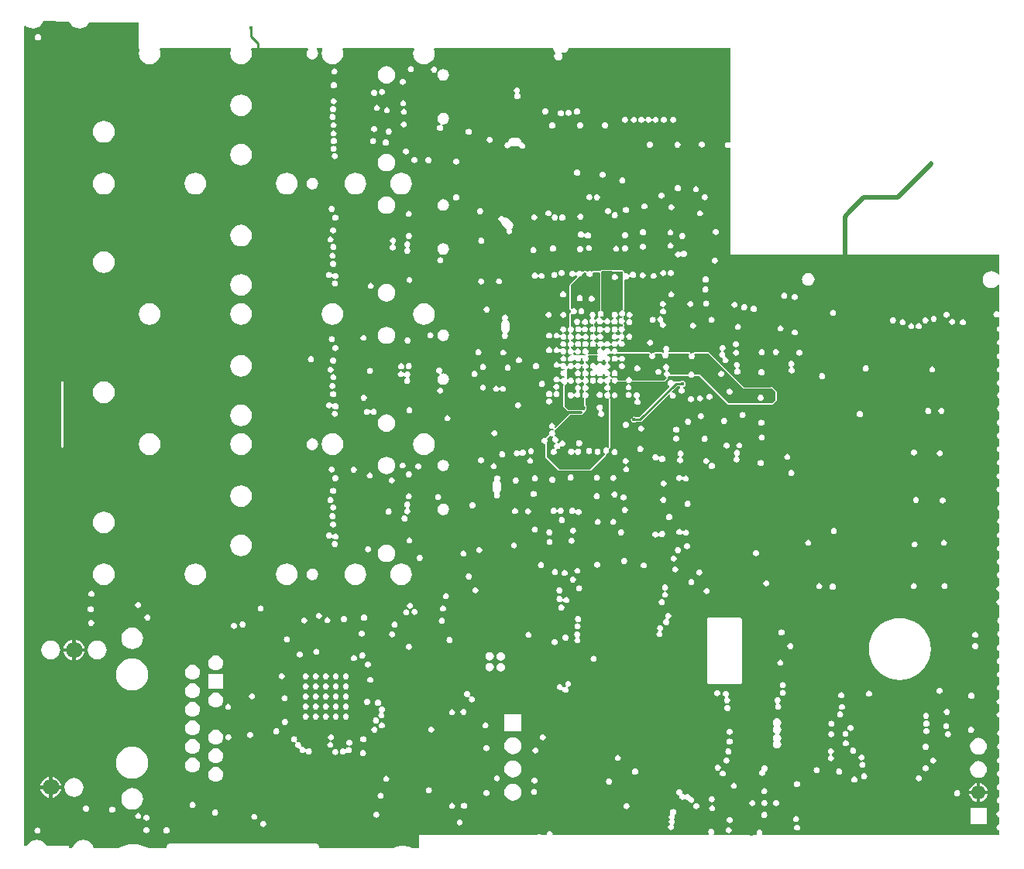
<source format=gbr>
G04*
G04 #@! TF.GenerationSoftware,Altium Limited,Altium Designer,24.2.2 (26)*
G04*
G04 Layer_Physical_Order=6*
G04 Layer_Color=8388736*
%FSLAX25Y25*%
%MOIN*%
G70*
G04*
G04 #@! TF.SameCoordinates,383E0004-DF84-4F77-A050-2B2E5B934949*
G04*
G04*
G04 #@! TF.FilePolarity,Positive*
G04*
G01*
G75*
%ADD14C,0.01000*%
%ADD15C,0.00500*%
%ADD183C,0.02000*%
%ADD185C,0.01500*%
%ADD199C,0.07087*%
%ADD208C,0.06102*%
%ADD210C,0.01600*%
G36*
X-3081Y-9386D02*
X-2881Y-9868D01*
X-2107Y-10877D01*
X-1098Y-11652D01*
X78Y-12139D01*
X1339Y-12305D01*
X2600Y-12139D01*
X3775Y-11652D01*
X4784Y-10877D01*
X5558Y-9868D01*
X5655Y-9634D01*
X12992Y-9843D01*
X26772D01*
Y-20898D01*
X26947D01*
X27224Y-21314D01*
X26981Y-21901D01*
X26822Y-23110D01*
X26981Y-24320D01*
X27448Y-25447D01*
X28191Y-26415D01*
X29159Y-27158D01*
X30286Y-27625D01*
X31496Y-27784D01*
X32706Y-27625D01*
X33833Y-27158D01*
X34801Y-26415D01*
X35544Y-25447D01*
X36011Y-24320D01*
X36170Y-23110D01*
X36011Y-21901D01*
X35768Y-21314D01*
X36045Y-20898D01*
X66317D01*
X66595Y-21314D01*
X66351Y-21901D01*
X66192Y-23110D01*
X66351Y-24320D01*
X66818Y-25447D01*
X67561Y-26415D01*
X68529Y-27158D01*
X69656Y-27625D01*
X70866Y-27784D01*
X72076Y-27625D01*
X73203Y-27158D01*
X74171Y-26415D01*
X74914Y-25447D01*
X75381Y-24320D01*
X75540Y-23110D01*
X75381Y-21901D01*
X75138Y-21314D01*
X75415Y-20898D01*
X99611D01*
X99750Y-21398D01*
X99250Y-22147D01*
X99058Y-23110D01*
X99250Y-24073D01*
X99795Y-24890D01*
X100612Y-25436D01*
X101575Y-25627D01*
X102538Y-25436D01*
X103355Y-24890D01*
X103900Y-24073D01*
X104092Y-23110D01*
X103900Y-22147D01*
X103400Y-21398D01*
X103539Y-20898D01*
X105687D01*
X105965Y-21314D01*
X105722Y-21901D01*
X105562Y-23110D01*
X105722Y-24320D01*
X106189Y-25447D01*
X106931Y-26415D01*
X107899Y-27158D01*
X109027Y-27625D01*
X110236Y-27784D01*
X111446Y-27625D01*
X112573Y-27158D01*
X113541Y-26415D01*
X114284Y-25447D01*
X114751Y-24320D01*
X114910Y-23110D01*
X114751Y-21901D01*
X114508Y-21314D01*
X114786Y-20898D01*
X145057D01*
X145335Y-21314D01*
X145092Y-21901D01*
X144932Y-23110D01*
X145092Y-24320D01*
X145559Y-25447D01*
X146301Y-26415D01*
X147269Y-27158D01*
X148397Y-27625D01*
X149606Y-27784D01*
X150816Y-27625D01*
X151943Y-27158D01*
X152911Y-26415D01*
X153654Y-25447D01*
X154121Y-24320D01*
X154280Y-23110D01*
X154121Y-21901D01*
X153878Y-21314D01*
X154156Y-20898D01*
X205118D01*
X205177Y-20970D01*
X205317Y-21672D01*
X205715Y-22268D01*
X205963Y-22433D01*
X206090Y-22949D01*
X205693Y-23545D01*
X205553Y-24247D01*
X205693Y-24949D01*
X206090Y-25545D01*
X206686Y-25943D01*
X207388Y-26082D01*
X208090Y-25943D01*
X208686Y-25545D01*
X209084Y-24949D01*
X209223Y-24247D01*
X209084Y-23545D01*
X208701Y-22972D01*
X208741Y-22788D01*
X208746Y-22774D01*
X209167Y-22651D01*
X209189Y-22666D01*
X209891Y-22805D01*
X210593Y-22666D01*
X211189Y-22268D01*
X211586Y-21672D01*
X211726Y-20970D01*
X211785Y-20898D01*
X281599D01*
Y-61124D01*
X281099Y-61391D01*
X280926Y-61276D01*
X280419Y-61175D01*
X279912Y-61276D01*
X279482Y-61563D01*
X279195Y-61993D01*
X279094Y-62501D01*
X279195Y-63008D01*
X279482Y-63438D01*
X279912Y-63725D01*
X280419Y-63826D01*
X280926Y-63725D01*
X281099Y-63610D01*
X281599Y-63877D01*
Y-109843D01*
X397244D01*
Y-118281D01*
X396744Y-118450D01*
X396304Y-117877D01*
X395541Y-117292D01*
X394654Y-116924D01*
X393701Y-116799D01*
X392748Y-116924D01*
X391860Y-117292D01*
X391098Y-117877D01*
X390513Y-118639D01*
X390145Y-119527D01*
X390020Y-120480D01*
X390145Y-121432D01*
X390513Y-122320D01*
X391098Y-123083D01*
X391860Y-123668D01*
X392748Y-124035D01*
X393701Y-124161D01*
X394654Y-124035D01*
X395541Y-123668D01*
X396304Y-123083D01*
X396744Y-122509D01*
X397244Y-122678D01*
Y-134201D01*
X397156Y-134271D01*
X396744Y-134423D01*
X396435Y-134216D01*
X395928Y-134115D01*
X395421Y-134216D01*
X394991Y-134503D01*
X394703Y-134933D01*
X394602Y-135441D01*
X394703Y-135948D01*
X394991Y-136378D01*
X395421Y-136665D01*
X395928Y-136766D01*
X396435Y-136665D01*
X396744Y-136459D01*
X397156Y-136610D01*
X397244Y-136680D01*
Y-140577D01*
X397007Y-140624D01*
X396576Y-140911D01*
X396289Y-141341D01*
X396188Y-141849D01*
X396289Y-142356D01*
X396576Y-142786D01*
X397007Y-143073D01*
X397244Y-143120D01*
Y-146272D01*
X397007Y-146319D01*
X396576Y-146607D01*
X396289Y-147037D01*
X396188Y-147544D01*
X396289Y-148051D01*
X396576Y-148481D01*
X397007Y-148768D01*
X397244Y-148816D01*
Y-152202D01*
X396843Y-152281D01*
X396413Y-152569D01*
X396126Y-152999D01*
X396025Y-153506D01*
X396126Y-154013D01*
X396413Y-154443D01*
X396843Y-154731D01*
X397244Y-154810D01*
Y-157897D01*
X396843Y-157977D01*
X396413Y-158264D01*
X396126Y-158694D01*
X396025Y-159201D01*
X396126Y-159709D01*
X396413Y-160139D01*
X396843Y-160426D01*
X397244Y-160506D01*
Y-163656D01*
X396843Y-163736D01*
X396413Y-164023D01*
X396126Y-164453D01*
X396025Y-164961D01*
X396126Y-165468D01*
X396413Y-165898D01*
X396843Y-166185D01*
X397244Y-166265D01*
Y-169130D01*
X397063Y-169165D01*
X396633Y-169453D01*
X396346Y-169883D01*
X396245Y-170390D01*
X396346Y-170897D01*
X396633Y-171327D01*
X397063Y-171615D01*
X397244Y-171651D01*
Y-174825D01*
X397063Y-174861D01*
X396633Y-175148D01*
X396346Y-175578D01*
X396245Y-176085D01*
X396346Y-176593D01*
X396633Y-177023D01*
X397063Y-177310D01*
X397244Y-177346D01*
Y-180754D01*
X396900Y-180823D01*
X396470Y-181110D01*
X396183Y-181540D01*
X396082Y-182047D01*
X396183Y-182555D01*
X396470Y-182985D01*
X396900Y-183272D01*
X397244Y-183341D01*
Y-186450D01*
X396900Y-186518D01*
X396470Y-186806D01*
X396183Y-187236D01*
X396082Y-187743D01*
X396183Y-188250D01*
X396470Y-188680D01*
X396900Y-188967D01*
X397244Y-189036D01*
Y-192209D01*
X396900Y-192277D01*
X396470Y-192565D01*
X396183Y-192995D01*
X396082Y-193502D01*
X396183Y-194009D01*
X396470Y-194439D01*
X396900Y-194727D01*
X397244Y-194795D01*
Y-197904D01*
X396900Y-197973D01*
X396470Y-198260D01*
X396183Y-198690D01*
X396082Y-199197D01*
X396183Y-199705D01*
X396470Y-200135D01*
X396900Y-200422D01*
X397244Y-200490D01*
Y-203834D01*
X396737Y-203935D01*
X396307Y-204222D01*
X396020Y-204652D01*
X395919Y-205159D01*
X396020Y-205667D01*
X396307Y-206097D01*
X396737Y-206384D01*
X397244Y-206485D01*
Y-209529D01*
X396737Y-209630D01*
X396307Y-209918D01*
X396020Y-210348D01*
X395919Y-210855D01*
X396020Y-211362D01*
X396307Y-211792D01*
X396737Y-212079D01*
X397244Y-212180D01*
Y-217644D01*
X397063Y-217680D01*
X396633Y-217967D01*
X396346Y-218397D01*
X396245Y-218904D01*
X396346Y-219412D01*
X396633Y-219842D01*
X397063Y-220129D01*
X397244Y-220165D01*
Y-223339D01*
X397063Y-223375D01*
X396633Y-223662D01*
X396346Y-224093D01*
X396245Y-224600D01*
X396346Y-225107D01*
X396633Y-225537D01*
X397063Y-225824D01*
X397244Y-225860D01*
Y-229269D01*
X396900Y-229337D01*
X396470Y-229625D01*
X396183Y-230055D01*
X396082Y-230562D01*
X396183Y-231069D01*
X396470Y-231499D01*
X396900Y-231786D01*
X397244Y-231855D01*
Y-234964D01*
X396900Y-235033D01*
X396470Y-235320D01*
X396183Y-235750D01*
X396082Y-236257D01*
X396183Y-236765D01*
X396470Y-237194D01*
X396900Y-237482D01*
X397244Y-237550D01*
Y-240723D01*
X396900Y-240792D01*
X396470Y-241079D01*
X396183Y-241509D01*
X396082Y-242016D01*
X396183Y-242524D01*
X396470Y-242954D01*
X396900Y-243241D01*
X397244Y-243309D01*
Y-246419D01*
X396900Y-246487D01*
X396470Y-246775D01*
X396183Y-247204D01*
X396082Y-247712D01*
X396183Y-248219D01*
X396470Y-248649D01*
X396900Y-248936D01*
X397244Y-249005D01*
Y-252348D01*
X396737Y-252449D01*
X396307Y-252737D01*
X396020Y-253167D01*
X395919Y-253674D01*
X396020Y-254181D01*
X396307Y-254611D01*
X396737Y-254899D01*
X397244Y-254999D01*
Y-258044D01*
X396737Y-258145D01*
X396307Y-258432D01*
X396020Y-258862D01*
X395919Y-259369D01*
X396020Y-259876D01*
X396307Y-260307D01*
X396737Y-260594D01*
X397244Y-260695D01*
Y-266196D01*
X397063Y-266232D01*
X396633Y-266520D01*
X396346Y-266950D01*
X396245Y-267457D01*
X396346Y-267964D01*
X396633Y-268394D01*
X397063Y-268681D01*
X397244Y-268717D01*
Y-271892D01*
X397063Y-271928D01*
X396633Y-272215D01*
X396346Y-272645D01*
X396245Y-273152D01*
X396346Y-273659D01*
X396633Y-274089D01*
X397063Y-274377D01*
X397244Y-274413D01*
Y-277821D01*
X396900Y-277890D01*
X396470Y-278177D01*
X396183Y-278607D01*
X396082Y-279114D01*
X396183Y-279622D01*
X396470Y-280052D01*
X396900Y-280339D01*
X397244Y-280407D01*
Y-283517D01*
X396900Y-283585D01*
X396470Y-283872D01*
X396183Y-284302D01*
X396082Y-284810D01*
X396183Y-285317D01*
X396470Y-285747D01*
X396900Y-286034D01*
X397244Y-286103D01*
Y-289276D01*
X396900Y-289344D01*
X396470Y-289632D01*
X396183Y-290062D01*
X396082Y-290569D01*
X396183Y-291076D01*
X396470Y-291506D01*
X396900Y-291793D01*
X397244Y-291862D01*
Y-294971D01*
X396900Y-295040D01*
X396470Y-295327D01*
X396183Y-295757D01*
X396082Y-296264D01*
X396183Y-296772D01*
X396470Y-297201D01*
X396900Y-297489D01*
X397244Y-297557D01*
Y-300901D01*
X396737Y-301002D01*
X396307Y-301289D01*
X396020Y-301719D01*
X395919Y-302226D01*
X396020Y-302734D01*
X396307Y-303164D01*
X396737Y-303451D01*
X397244Y-303552D01*
Y-306596D01*
X396737Y-306697D01*
X396307Y-306984D01*
X396020Y-307415D01*
X395919Y-307922D01*
X396020Y-308429D01*
X396307Y-308859D01*
X396737Y-309146D01*
X397244Y-309247D01*
Y-314711D01*
X397063Y-314747D01*
X396633Y-315034D01*
X396346Y-315464D01*
X396245Y-315971D01*
X396346Y-316478D01*
X396633Y-316909D01*
X397063Y-317196D01*
X397244Y-317232D01*
Y-320406D01*
X397063Y-320442D01*
X396633Y-320729D01*
X396346Y-321159D01*
X396245Y-321667D01*
X396346Y-322174D01*
X396633Y-322604D01*
X397063Y-322891D01*
X397244Y-322927D01*
Y-326336D01*
X396900Y-326404D01*
X396470Y-326692D01*
X396183Y-327122D01*
X396082Y-327629D01*
X396183Y-328136D01*
X396470Y-328566D01*
X396900Y-328853D01*
X397244Y-328922D01*
Y-332031D01*
X396900Y-332100D01*
X396470Y-332387D01*
X396183Y-332817D01*
X396082Y-333324D01*
X396183Y-333831D01*
X396470Y-334261D01*
X396900Y-334549D01*
X397244Y-334617D01*
Y-337790D01*
X396900Y-337859D01*
X396470Y-338146D01*
X396183Y-338576D01*
X396082Y-339083D01*
X396183Y-339591D01*
X396470Y-340021D01*
X396900Y-340308D01*
X397244Y-340376D01*
Y-343486D01*
X396900Y-343554D01*
X396470Y-343841D01*
X396183Y-344271D01*
X396082Y-344779D01*
X396183Y-345286D01*
X396470Y-345716D01*
X396900Y-346003D01*
X397244Y-346072D01*
Y-349415D01*
X396737Y-349516D01*
X396307Y-349804D01*
X396020Y-350234D01*
X395919Y-350741D01*
X396020Y-351248D01*
X396307Y-351678D01*
X396737Y-351965D01*
X397244Y-352066D01*
Y-355111D01*
X396737Y-355212D01*
X396307Y-355499D01*
X396020Y-355929D01*
X395919Y-356436D01*
X396020Y-356943D01*
X396307Y-357373D01*
X396737Y-357661D01*
X397244Y-357762D01*
Y-359783D01*
X295344D01*
X295077Y-359283D01*
X295193Y-359110D01*
X295294Y-358602D01*
X295193Y-358095D01*
X294906Y-357665D01*
X294476Y-357378D01*
X293969Y-357277D01*
X293461Y-357378D01*
X293031Y-357665D01*
X292744Y-358095D01*
X292643Y-358602D01*
X292744Y-359110D01*
X292860Y-359283D01*
X292593Y-359783D01*
X274401D01*
X274272Y-359572D01*
X274189Y-359283D01*
X274428Y-358926D01*
X274529Y-358419D01*
X274428Y-357912D01*
X274140Y-357482D01*
X273710Y-357194D01*
X273203Y-357094D01*
X272696Y-357194D01*
X272266Y-357482D01*
X271978Y-357912D01*
X271878Y-358419D01*
X271978Y-358926D01*
X272217Y-359283D01*
X272134Y-359572D01*
X272005Y-359783D01*
X205281D01*
X204964Y-359397D01*
X204973Y-359353D01*
X204872Y-358846D01*
X204585Y-358416D01*
X204154Y-358129D01*
X203647Y-358028D01*
X203140Y-358129D01*
X202710Y-358416D01*
X202423Y-358846D01*
X202322Y-359353D01*
X202330Y-359397D01*
X202013Y-359783D01*
X200269D01*
X200150Y-359604D01*
X199720Y-359317D01*
X199213Y-359216D01*
X198705Y-359317D01*
X198275Y-359604D01*
X198156Y-359783D01*
X147620D01*
Y-365070D01*
X147320Y-365271D01*
X147161Y-365510D01*
X144622D01*
X144275Y-365277D01*
X144163Y-365231D01*
X144063Y-365164D01*
X142852Y-364663D01*
X142733Y-364639D01*
X142622Y-364593D01*
X141336Y-364337D01*
X141215D01*
X141097Y-364314D01*
X139786D01*
X139668Y-364337D01*
X139547D01*
X138261Y-364593D01*
X138150Y-364639D01*
X138031Y-364663D01*
X136820Y-365164D01*
X136720Y-365231D01*
X136608Y-365277D01*
X136261Y-365510D01*
X132474D01*
X132473Y-365509D01*
X131966Y-365408D01*
X131459Y-365509D01*
X131458Y-365510D01*
X104833D01*
X104479Y-365156D01*
X104480Y-365010D01*
X104468Y-364950D01*
X104474Y-364889D01*
X104464Y-364792D01*
X104412Y-364620D01*
X104377Y-364444D01*
X104302Y-364264D01*
X104302Y-364263D01*
X104179Y-364080D01*
X104037Y-363866D01*
X104037Y-363866D01*
X103899Y-363729D01*
X103899Y-363729D01*
X103899Y-363728D01*
X103502Y-363463D01*
X103502Y-363463D01*
X103502Y-363463D01*
X103322Y-363389D01*
X103145Y-363354D01*
X102973Y-363301D01*
X102876Y-363292D01*
X102815Y-363298D01*
X102756Y-363286D01*
X40512Y-363286D01*
X40452Y-363298D01*
X40392Y-363292D01*
X40294Y-363301D01*
X40122Y-363354D01*
X39946Y-363389D01*
X39766Y-363463D01*
X39766Y-363463D01*
X39369Y-363729D01*
X39231Y-363866D01*
X39231Y-363866D01*
X39099Y-364065D01*
X38966Y-364264D01*
X38966Y-364264D01*
X38891Y-364444D01*
X38856Y-364620D01*
X38804Y-364792D01*
X38794Y-364890D01*
X38800Y-364950D01*
X38788Y-365009D01*
Y-365510D01*
X31051D01*
X30468Y-365153D01*
X28578Y-364370D01*
X26588Y-363892D01*
X24548Y-363731D01*
X22508Y-363892D01*
X20519Y-364370D01*
X18628Y-365153D01*
X18046Y-365510D01*
X7619D01*
X7133Y-364335D01*
X6359Y-363326D01*
X5350Y-362552D01*
X4174Y-362065D01*
X2913Y-361899D01*
X1652Y-362065D01*
X477Y-362552D01*
X-532Y-363326D01*
X-1306Y-364335D01*
X-1793Y-365510D01*
X-3228D01*
Y-364509D01*
X-12795D01*
X-12867Y-364335D01*
X-13641Y-363326D01*
X-14650Y-362552D01*
X-15825Y-362065D01*
X-17087Y-361899D01*
X-18348Y-362065D01*
X-19523Y-362552D01*
X-20532Y-363326D01*
X-21306Y-364335D01*
X-21378Y-364509D01*
X-22374D01*
Y-11303D01*
X-21874Y-11056D01*
X-21098Y-11652D01*
X-19922Y-12139D01*
X-18661Y-12305D01*
X-17400Y-12139D01*
X-16225Y-11652D01*
X-15216Y-10877D01*
X-14442Y-9868D01*
X-14112Y-9073D01*
X-3081Y-9386D01*
D02*
G37*
%LPC*%
G36*
X-16535Y-14816D02*
X-17043Y-14917D01*
X-17473Y-15204D01*
X-17760Y-15634D01*
X-17861Y-16142D01*
X-17760Y-16649D01*
X-17473Y-17079D01*
X-17043Y-17366D01*
X-16535Y-17467D01*
X-16028Y-17366D01*
X-15598Y-17079D01*
X-15311Y-16649D01*
X-15210Y-16142D01*
X-15311Y-15634D01*
X-15598Y-15204D01*
X-16028Y-14917D01*
X-16535Y-14816D01*
D02*
G37*
G36*
X143959Y-28497D02*
X143451Y-28598D01*
X143022Y-28885D01*
X142734Y-29315D01*
X142633Y-29823D01*
X142734Y-30330D01*
X143022Y-30760D01*
X143451Y-31047D01*
X143959Y-31148D01*
X144466Y-31047D01*
X144896Y-30760D01*
X145183Y-30330D01*
X145284Y-29823D01*
X145183Y-29315D01*
X144896Y-28885D01*
X144466Y-28598D01*
X143959Y-28497D01*
D02*
G37*
G36*
X153922Y-28753D02*
X153415Y-28854D01*
X152985Y-29141D01*
X152697Y-29571D01*
X152596Y-30079D01*
X152697Y-30586D01*
X152985Y-31016D01*
X153415Y-31303D01*
X153922Y-31404D01*
X154429Y-31303D01*
X154859Y-31016D01*
X155147Y-30586D01*
X155247Y-30079D01*
X155147Y-29571D01*
X154859Y-29141D01*
X154429Y-28854D01*
X153922Y-28753D01*
D02*
G37*
G36*
X111037Y-29541D02*
X110530Y-29641D01*
X110100Y-29929D01*
X109813Y-30359D01*
X109712Y-30866D01*
X109813Y-31373D01*
X110100Y-31803D01*
X110530Y-32091D01*
X111037Y-32192D01*
X111545Y-32091D01*
X111975Y-31803D01*
X112262Y-31373D01*
X112363Y-30866D01*
X112262Y-30359D01*
X111975Y-29929D01*
X111545Y-29641D01*
X111037Y-29541D01*
D02*
G37*
G36*
X157874Y-29766D02*
X156911Y-29958D01*
X156094Y-30504D01*
X155549Y-31320D01*
X155357Y-32283D01*
X155549Y-33247D01*
X156094Y-34063D01*
X156911Y-34609D01*
X157874Y-34800D01*
X158837Y-34609D01*
X159654Y-34063D01*
X160199Y-33247D01*
X160391Y-32283D01*
X160199Y-31320D01*
X159654Y-30504D01*
X158837Y-29958D01*
X157874Y-29766D01*
D02*
G37*
G36*
X133465Y-28503D02*
X132486Y-28632D01*
X131574Y-29010D01*
X130791Y-29610D01*
X130191Y-30393D01*
X129813Y-31305D01*
X129684Y-32283D01*
X129813Y-33262D01*
X130191Y-34174D01*
X130791Y-34956D01*
X131574Y-35557D01*
X132486Y-35935D01*
X133465Y-36064D01*
X134443Y-35935D01*
X135355Y-35557D01*
X136138Y-34956D01*
X136739Y-34174D01*
X137116Y-33262D01*
X137245Y-32283D01*
X137116Y-31305D01*
X136739Y-30393D01*
X136138Y-29610D01*
X135355Y-29010D01*
X134443Y-28632D01*
X133465Y-28503D01*
D02*
G37*
G36*
X140438Y-33957D02*
X139930Y-34058D01*
X139500Y-34345D01*
X139213Y-34775D01*
X139112Y-35283D01*
X139213Y-35790D01*
X139500Y-36220D01*
X139930Y-36507D01*
X140438Y-36608D01*
X140945Y-36507D01*
X141375Y-36220D01*
X141662Y-35790D01*
X141763Y-35283D01*
X141662Y-34775D01*
X141375Y-34345D01*
X140945Y-34058D01*
X140438Y-33957D01*
D02*
G37*
G36*
X110749Y-35449D02*
X110242Y-35550D01*
X109812Y-35837D01*
X109525Y-36267D01*
X109424Y-36774D01*
X109525Y-37282D01*
X109812Y-37712D01*
X110242Y-37999D01*
X110749Y-38100D01*
X111257Y-37999D01*
X111687Y-37712D01*
X111974Y-37282D01*
X112075Y-36774D01*
X111974Y-36267D01*
X111687Y-35837D01*
X111257Y-35550D01*
X110749Y-35449D01*
D02*
G37*
G36*
X131571Y-38340D02*
X131063Y-38441D01*
X130633Y-38728D01*
X130346Y-39158D01*
X130245Y-39665D01*
X130346Y-40172D01*
X130633Y-40602D01*
X131063Y-40890D01*
X131571Y-40991D01*
X132078Y-40890D01*
X132508Y-40602D01*
X132795Y-40172D01*
X132896Y-39665D01*
X132795Y-39158D01*
X132508Y-38728D01*
X132078Y-38441D01*
X131571Y-38340D01*
D02*
G37*
G36*
X128149Y-38720D02*
X127642Y-38821D01*
X127212Y-39108D01*
X126925Y-39538D01*
X126824Y-40045D01*
X126925Y-40553D01*
X127212Y-40983D01*
X127642Y-41270D01*
X128149Y-41371D01*
X128657Y-41270D01*
X129087Y-40983D01*
X129374Y-40553D01*
X129475Y-40045D01*
X129374Y-39538D01*
X129087Y-39108D01*
X128657Y-38821D01*
X128149Y-38720D01*
D02*
G37*
G36*
X189582Y-37707D02*
X189075Y-37808D01*
X188645Y-38095D01*
X188358Y-38525D01*
X188257Y-39032D01*
X188358Y-39539D01*
X188645Y-39969D01*
X188730Y-40026D01*
X188851Y-40546D01*
X188564Y-40976D01*
X188463Y-41483D01*
X188564Y-41991D01*
X188851Y-42421D01*
X189281Y-42708D01*
X189788Y-42809D01*
X190295Y-42708D01*
X190725Y-42421D01*
X191013Y-41991D01*
X191114Y-41483D01*
X191013Y-40976D01*
X190725Y-40546D01*
X190641Y-40490D01*
X190519Y-39969D01*
X190807Y-39539D01*
X190908Y-39032D01*
X190807Y-38525D01*
X190519Y-38095D01*
X190089Y-37808D01*
X189582Y-37707D01*
D02*
G37*
G36*
X110642Y-42373D02*
X110134Y-42474D01*
X109704Y-42761D01*
X109417Y-43191D01*
X109316Y-43699D01*
X109417Y-44206D01*
X109704Y-44636D01*
X110134Y-44923D01*
X110642Y-45024D01*
X111149Y-44923D01*
X111579Y-44636D01*
X111866Y-44206D01*
X111967Y-43699D01*
X111866Y-43191D01*
X111579Y-42761D01*
X111149Y-42474D01*
X110642Y-42373D01*
D02*
G37*
G36*
X140630Y-43249D02*
X140123Y-43350D01*
X139693Y-43637D01*
X139405Y-44067D01*
X139304Y-44574D01*
X139405Y-45082D01*
X139693Y-45512D01*
X140123Y-45799D01*
X140630Y-45900D01*
X141137Y-45799D01*
X141567Y-45512D01*
X141855Y-45082D01*
X141955Y-44574D01*
X141855Y-44067D01*
X141567Y-43637D01*
X141137Y-43350D01*
X140630Y-43249D01*
D02*
G37*
G36*
X129331Y-45246D02*
X128824Y-45347D01*
X128393Y-45634D01*
X128106Y-46064D01*
X128005Y-46571D01*
X128106Y-47078D01*
X128393Y-47508D01*
X128824Y-47796D01*
X129331Y-47897D01*
X129838Y-47796D01*
X130268Y-47508D01*
X130555Y-47078D01*
X130656Y-46571D01*
X130555Y-46064D01*
X130268Y-45634D01*
X129838Y-45347D01*
X129331Y-45246D01*
D02*
G37*
G36*
X110462Y-45746D02*
X109955Y-45846D01*
X109525Y-46134D01*
X109238Y-46564D01*
X109137Y-47071D01*
X109238Y-47578D01*
X109525Y-48008D01*
X109955Y-48296D01*
X110462Y-48397D01*
X110970Y-48296D01*
X111400Y-48008D01*
X111687Y-47578D01*
X111788Y-47071D01*
X111687Y-46564D01*
X111400Y-46134D01*
X110970Y-45846D01*
X110462Y-45746D01*
D02*
G37*
G36*
X133626Y-46222D02*
X133119Y-46323D01*
X132689Y-46610D01*
X132402Y-47040D01*
X132301Y-47548D01*
X132402Y-48055D01*
X132689Y-48485D01*
X133119Y-48772D01*
X133626Y-48873D01*
X134134Y-48772D01*
X134564Y-48485D01*
X134851Y-48055D01*
X134952Y-47548D01*
X134851Y-47040D01*
X134564Y-46610D01*
X134134Y-46323D01*
X133626Y-46222D01*
D02*
G37*
G36*
X201790Y-46736D02*
X201283Y-46837D01*
X200853Y-47125D01*
X200565Y-47555D01*
X200464Y-48062D01*
X200565Y-48569D01*
X200853Y-48999D01*
X201283Y-49286D01*
X201790Y-49387D01*
X202297Y-49286D01*
X202727Y-48999D01*
X203014Y-48569D01*
X203115Y-48062D01*
X203014Y-47555D01*
X202727Y-47125D01*
X202297Y-46837D01*
X201790Y-46736D01*
D02*
G37*
G36*
X215433Y-46781D02*
X214926Y-46882D01*
X214496Y-47170D01*
X214209Y-47600D01*
X214108Y-48107D01*
X214209Y-48614D01*
X214496Y-49044D01*
X214926Y-49331D01*
X215433Y-49432D01*
X215940Y-49331D01*
X216370Y-49044D01*
X216658Y-48614D01*
X216759Y-48107D01*
X216658Y-47600D01*
X216370Y-47170D01*
X215940Y-46882D01*
X215433Y-46781D01*
D02*
G37*
G36*
X140945Y-46907D02*
X140438Y-47008D01*
X140008Y-47295D01*
X139720Y-47725D01*
X139619Y-48232D01*
X139720Y-48739D01*
X140008Y-49169D01*
X140438Y-49457D01*
X140945Y-49558D01*
X141452Y-49457D01*
X141882Y-49169D01*
X142169Y-48739D01*
X142270Y-48232D01*
X142169Y-47725D01*
X141882Y-47295D01*
X141452Y-47008D01*
X140945Y-46907D01*
D02*
G37*
G36*
X211793Y-47329D02*
X211285Y-47430D01*
X210855Y-47717D01*
X210568Y-48147D01*
X210467Y-48654D01*
X210568Y-49162D01*
X210855Y-49592D01*
X211285Y-49879D01*
X211793Y-49980D01*
X212300Y-49879D01*
X212730Y-49592D01*
X213017Y-49162D01*
X213118Y-48654D01*
X213017Y-48147D01*
X212730Y-47717D01*
X212300Y-47430D01*
X211793Y-47329D01*
D02*
G37*
G36*
X70866Y-40799D02*
X69656Y-40958D01*
X68529Y-41425D01*
X67561Y-42167D01*
X66818Y-43135D01*
X66351Y-44263D01*
X66192Y-45472D01*
X66351Y-46682D01*
X66818Y-47809D01*
X67561Y-48777D01*
X68529Y-49520D01*
X69656Y-49987D01*
X70866Y-50146D01*
X72076Y-49987D01*
X73203Y-49520D01*
X74171Y-48777D01*
X74914Y-47809D01*
X75381Y-46682D01*
X75540Y-45472D01*
X75381Y-44263D01*
X74914Y-43135D01*
X74171Y-42167D01*
X73203Y-41425D01*
X72076Y-40958D01*
X70866Y-40799D01*
D02*
G37*
G36*
X208489Y-47502D02*
X207982Y-47603D01*
X207552Y-47890D01*
X207264Y-48320D01*
X207163Y-48828D01*
X207264Y-49335D01*
X207552Y-49765D01*
X207982Y-50052D01*
X208489Y-50153D01*
X208996Y-50052D01*
X209426Y-49765D01*
X209713Y-49335D01*
X209814Y-48828D01*
X209713Y-48320D01*
X209426Y-47890D01*
X208996Y-47603D01*
X208489Y-47502D01*
D02*
G37*
G36*
X246193Y-50322D02*
X245686Y-50423D01*
X245256Y-50710D01*
X244969Y-51140D01*
X244920Y-51386D01*
X244410D01*
X244367Y-51171D01*
X244080Y-50741D01*
X243650Y-50454D01*
X243143Y-50353D01*
X242636Y-50454D01*
X242206Y-50741D01*
X241918Y-51171D01*
X241817Y-51679D01*
X241918Y-52186D01*
X242206Y-52616D01*
X242636Y-52903D01*
X243143Y-53004D01*
X243650Y-52903D01*
X244080Y-52616D01*
X244367Y-52186D01*
X244416Y-51940D01*
X244926D01*
X244969Y-52154D01*
X245256Y-52584D01*
X245686Y-52872D01*
X246193Y-52973D01*
X246701Y-52872D01*
X247130Y-52584D01*
X247418Y-52154D01*
X247463Y-51927D01*
X247973D01*
X248025Y-52186D01*
X248312Y-52616D01*
X248742Y-52903D01*
X249249Y-53004D01*
X249756Y-52903D01*
X250186Y-52616D01*
X250474Y-52186D01*
X250574Y-51679D01*
X250474Y-51171D01*
X250186Y-50741D01*
X249756Y-50454D01*
X249249Y-50353D01*
X248742Y-50454D01*
X248312Y-50741D01*
X248025Y-51171D01*
X247979Y-51399D01*
X247469D01*
X247418Y-51140D01*
X247130Y-50710D01*
X246701Y-50423D01*
X246193Y-50322D01*
D02*
G37*
G36*
X110211Y-49154D02*
X109704Y-49255D01*
X109274Y-49542D01*
X108987Y-49972D01*
X108886Y-50479D01*
X108987Y-50986D01*
X109274Y-51416D01*
X109704Y-51704D01*
X110211Y-51805D01*
X110719Y-51704D01*
X111149Y-51416D01*
X111436Y-50986D01*
X111537Y-50479D01*
X111436Y-49972D01*
X111149Y-49542D01*
X110719Y-49255D01*
X110211Y-49154D01*
D02*
G37*
G36*
X256886Y-50353D02*
X256379Y-50454D01*
X255949Y-50741D01*
X255662Y-51171D01*
X255561Y-51679D01*
X255662Y-52186D01*
X255949Y-52616D01*
X256379Y-52903D01*
X256886Y-53004D01*
X257393Y-52903D01*
X257823Y-52616D01*
X258111Y-52186D01*
X258211Y-51679D01*
X258111Y-51171D01*
X257823Y-50741D01*
X257393Y-50454D01*
X256886Y-50353D01*
D02*
G37*
G36*
X252831D02*
X252324Y-50454D01*
X251894Y-50741D01*
X251606Y-51171D01*
X251505Y-51679D01*
X251606Y-52186D01*
X251894Y-52616D01*
X252324Y-52903D01*
X252831Y-53004D01*
X253338Y-52903D01*
X253768Y-52616D01*
X254055Y-52186D01*
X254156Y-51679D01*
X254055Y-51171D01*
X253768Y-50741D01*
X253338Y-50454D01*
X252831Y-50353D01*
D02*
G37*
G36*
X239909D02*
X239402Y-50454D01*
X238972Y-50741D01*
X238684Y-51171D01*
X238583Y-51679D01*
X238684Y-52186D01*
X238972Y-52616D01*
X239402Y-52903D01*
X239909Y-53004D01*
X240416Y-52903D01*
X240846Y-52616D01*
X241133Y-52186D01*
X241234Y-51679D01*
X241133Y-51171D01*
X240846Y-50741D01*
X240416Y-50454D01*
X239909Y-50353D01*
D02*
G37*
G36*
X236068D02*
X235561Y-50454D01*
X235131Y-50741D01*
X234843Y-51171D01*
X234743Y-51679D01*
X234843Y-52186D01*
X235131Y-52616D01*
X235561Y-52903D01*
X236068Y-53004D01*
X236575Y-52903D01*
X237005Y-52616D01*
X237293Y-52186D01*
X237394Y-51679D01*
X237293Y-51171D01*
X237005Y-50741D01*
X236575Y-50454D01*
X236068Y-50353D01*
D02*
G37*
G36*
X157874Y-48664D02*
X156911Y-48856D01*
X156094Y-49401D01*
X155549Y-50218D01*
X155357Y-51181D01*
X155549Y-52144D01*
X156094Y-52961D01*
X156722Y-53380D01*
X156527Y-53851D01*
X156508Y-53847D01*
X156001Y-53948D01*
X155571Y-54236D01*
X155283Y-54666D01*
X155183Y-55173D01*
X155283Y-55680D01*
X155571Y-56110D01*
X156001Y-56398D01*
X156508Y-56498D01*
X157015Y-56398D01*
X157445Y-56110D01*
X157733Y-55680D01*
X157834Y-55173D01*
X157733Y-54666D01*
X157445Y-54236D01*
X157204Y-54074D01*
X157399Y-53603D01*
X157874Y-53698D01*
X158837Y-53506D01*
X159654Y-52961D01*
X160199Y-52144D01*
X160391Y-51181D01*
X160199Y-50218D01*
X159654Y-49401D01*
X158837Y-48856D01*
X157874Y-48664D01*
D02*
G37*
G36*
X140945Y-52277D02*
X140438Y-52378D01*
X140008Y-52665D01*
X139720Y-53095D01*
X139619Y-53602D01*
X139720Y-54110D01*
X140008Y-54540D01*
X140438Y-54827D01*
X140945Y-54928D01*
X141452Y-54827D01*
X141882Y-54540D01*
X142169Y-54110D01*
X142270Y-53602D01*
X142169Y-53095D01*
X141882Y-52665D01*
X141452Y-52378D01*
X140945Y-52277D01*
D02*
G37*
G36*
X110678Y-52598D02*
X110170Y-52699D01*
X109740Y-52986D01*
X109453Y-53416D01*
X109352Y-53923D01*
X109453Y-54431D01*
X109740Y-54861D01*
X110170Y-55148D01*
X110678Y-55249D01*
X111185Y-55148D01*
X111615Y-54861D01*
X111902Y-54431D01*
X112003Y-53923D01*
X111902Y-53416D01*
X111615Y-52986D01*
X111185Y-52699D01*
X110678Y-52598D01*
D02*
G37*
G36*
X227476Y-52755D02*
X226969Y-52856D01*
X226539Y-53143D01*
X226251Y-53573D01*
X226150Y-54080D01*
X226251Y-54588D01*
X226539Y-55018D01*
X226969Y-55305D01*
X227476Y-55406D01*
X227983Y-55305D01*
X228413Y-55018D01*
X228700Y-54588D01*
X228801Y-54080D01*
X228700Y-53573D01*
X228413Y-53143D01*
X227983Y-52856D01*
X227476Y-52755D01*
D02*
G37*
G36*
X216771D02*
X216264Y-52856D01*
X215833Y-53143D01*
X215546Y-53573D01*
X215445Y-54080D01*
X215546Y-54588D01*
X215833Y-55018D01*
X216264Y-55305D01*
X216771Y-55406D01*
X217278Y-55305D01*
X217708Y-55018D01*
X217995Y-54588D01*
X218096Y-54080D01*
X217995Y-53573D01*
X217708Y-53143D01*
X217278Y-52856D01*
X216771Y-52755D01*
D02*
G37*
G36*
X204772Y-52808D02*
X204264Y-52909D01*
X203834Y-53197D01*
X203547Y-53627D01*
X203446Y-54134D01*
X203547Y-54641D01*
X203834Y-55071D01*
X204264Y-55358D01*
X204772Y-55459D01*
X205279Y-55358D01*
X205709Y-55071D01*
X205996Y-54641D01*
X206097Y-54134D01*
X205996Y-53627D01*
X205709Y-53197D01*
X205279Y-52909D01*
X204772Y-52808D01*
D02*
G37*
G36*
X128149Y-54285D02*
X127642Y-54386D01*
X127212Y-54673D01*
X126925Y-55103D01*
X126824Y-55610D01*
X126925Y-56117D01*
X127212Y-56547D01*
X127642Y-56835D01*
X128149Y-56936D01*
X128657Y-56835D01*
X129087Y-56547D01*
X129374Y-56117D01*
X129475Y-55610D01*
X129374Y-55103D01*
X129087Y-54673D01*
X128657Y-54386D01*
X128149Y-54285D01*
D02*
G37*
G36*
X134403Y-55409D02*
X133896Y-55509D01*
X133466Y-55797D01*
X133179Y-56227D01*
X133078Y-56734D01*
X133179Y-57241D01*
X133466Y-57671D01*
X133896Y-57959D01*
X134403Y-58060D01*
X134910Y-57959D01*
X135340Y-57671D01*
X135628Y-57241D01*
X135729Y-56734D01*
X135628Y-56227D01*
X135340Y-55797D01*
X134910Y-55509D01*
X134403Y-55409D01*
D02*
G37*
G36*
X168856Y-55520D02*
X168349Y-55621D01*
X167919Y-55908D01*
X167631Y-56338D01*
X167530Y-56845D01*
X167631Y-57353D01*
X167919Y-57783D01*
X168349Y-58070D01*
X168856Y-58171D01*
X169363Y-58070D01*
X169793Y-57783D01*
X170080Y-57353D01*
X170181Y-56845D01*
X170080Y-56338D01*
X169793Y-55908D01*
X169363Y-55621D01*
X168856Y-55520D01*
D02*
G37*
G36*
X110642Y-56221D02*
X110135Y-56322D01*
X109705Y-56610D01*
X109417Y-57040D01*
X109316Y-57547D01*
X109417Y-58054D01*
X109705Y-58484D01*
X110135Y-58772D01*
X110642Y-58872D01*
X111149Y-58772D01*
X111579Y-58484D01*
X111866Y-58054D01*
X111967Y-57547D01*
X111866Y-57040D01*
X111579Y-56610D01*
X111149Y-56322D01*
X110642Y-56221D01*
D02*
G37*
G36*
X11811Y-52216D02*
X10601Y-52375D01*
X9474Y-52842D01*
X8506Y-53585D01*
X7763Y-54553D01*
X7296Y-55680D01*
X7137Y-56890D01*
X7296Y-58099D01*
X7763Y-59227D01*
X8506Y-60195D01*
X9474Y-60937D01*
X10601Y-61404D01*
X11811Y-61563D01*
X13021Y-61404D01*
X14148Y-60937D01*
X15116Y-60195D01*
X15859Y-59227D01*
X16326Y-58099D01*
X16485Y-56890D01*
X16326Y-55680D01*
X15859Y-54553D01*
X15116Y-53585D01*
X14148Y-52842D01*
X13021Y-52375D01*
X11811Y-52216D01*
D02*
G37*
G36*
X177880Y-58988D02*
X177372Y-59089D01*
X176942Y-59376D01*
X176655Y-59806D01*
X176554Y-60313D01*
X176655Y-60821D01*
X176942Y-61251D01*
X177372Y-61538D01*
X177880Y-61639D01*
X178387Y-61538D01*
X178817Y-61251D01*
X179104Y-60821D01*
X179205Y-60313D01*
X179104Y-59806D01*
X178817Y-59376D01*
X178387Y-59089D01*
X177880Y-58988D01*
D02*
G37*
G36*
X110749Y-59451D02*
X110242Y-59551D01*
X109812Y-59839D01*
X109525Y-60269D01*
X109424Y-60776D01*
X109525Y-61283D01*
X109812Y-61713D01*
X110242Y-62001D01*
X110749Y-62102D01*
X111257Y-62001D01*
X111687Y-61713D01*
X111974Y-61283D01*
X112075Y-60776D01*
X111974Y-60269D01*
X111687Y-59839D01*
X111257Y-59551D01*
X110749Y-59451D01*
D02*
G37*
G36*
X127732Y-59521D02*
X127224Y-59622D01*
X126794Y-59909D01*
X126507Y-60339D01*
X126406Y-60846D01*
X126507Y-61353D01*
X126794Y-61784D01*
X127224Y-62071D01*
X127732Y-62172D01*
X128239Y-62071D01*
X128669Y-61784D01*
X128956Y-61353D01*
X129057Y-60846D01*
X128956Y-60339D01*
X128669Y-59909D01*
X128239Y-59622D01*
X127732Y-59521D01*
D02*
G37*
G36*
X133133Y-60092D02*
X132625Y-60193D01*
X132195Y-60480D01*
X131908Y-60910D01*
X131807Y-61417D01*
X131908Y-61924D01*
X132195Y-62354D01*
X132625Y-62642D01*
X133133Y-62743D01*
X133640Y-62642D01*
X134070Y-62354D01*
X134357Y-61924D01*
X134458Y-61417D01*
X134357Y-60910D01*
X134070Y-60480D01*
X133640Y-60193D01*
X133133Y-60092D01*
D02*
G37*
G36*
X269158Y-60978D02*
X268651Y-61079D01*
X268221Y-61366D01*
X267934Y-61796D01*
X267833Y-62303D01*
X267934Y-62810D01*
X268221Y-63240D01*
X268651Y-63528D01*
X269158Y-63629D01*
X269666Y-63528D01*
X270095Y-63240D01*
X270383Y-62810D01*
X270484Y-62303D01*
X270383Y-61796D01*
X270095Y-61366D01*
X269666Y-61079D01*
X269158Y-60978D01*
D02*
G37*
G36*
X258659Y-61076D02*
X258152Y-61177D01*
X257722Y-61464D01*
X257434Y-61894D01*
X257333Y-62401D01*
X257434Y-62909D01*
X257722Y-63339D01*
X258152Y-63626D01*
X258659Y-63727D01*
X259166Y-63626D01*
X259596Y-63339D01*
X259883Y-62909D01*
X259984Y-62401D01*
X259883Y-61894D01*
X259596Y-61464D01*
X259166Y-61177D01*
X258659Y-61076D01*
D02*
G37*
G36*
X246744D02*
X246237Y-61177D01*
X245807Y-61464D01*
X245520Y-61894D01*
X245419Y-62401D01*
X245520Y-62909D01*
X245807Y-63339D01*
X246237Y-63626D01*
X246744Y-63727D01*
X247251Y-63626D01*
X247681Y-63339D01*
X247969Y-62909D01*
X248070Y-62401D01*
X247969Y-61894D01*
X247681Y-61464D01*
X247251Y-61177D01*
X246744Y-61076D01*
D02*
G37*
G36*
X190038Y-59442D02*
X187421Y-59442D01*
X187321Y-59483D01*
X187214D01*
X186736Y-59681D01*
X186660Y-59757D01*
X186560Y-59798D01*
X186195Y-60164D01*
X186153Y-60263D01*
X186077Y-60339D01*
X185879Y-60817D01*
Y-60925D01*
X185838Y-61024D01*
Y-61137D01*
X185553Y-61371D01*
X185046Y-61472D01*
X184616Y-61760D01*
X184329Y-62190D01*
X184228Y-62697D01*
X184329Y-63204D01*
X184616Y-63634D01*
X185046Y-63921D01*
X185553Y-64022D01*
X186060Y-63921D01*
X186490Y-63634D01*
X186778Y-63204D01*
X187096Y-63034D01*
X187214Y-63083D01*
X187321D01*
X187421Y-63124D01*
X189779Y-63124D01*
X189779Y-63124D01*
X190038D01*
X190137Y-63083D01*
X190245D01*
X190284Y-63067D01*
X190725Y-63302D01*
X190741Y-63381D01*
X191028Y-63811D01*
X191458Y-64099D01*
X191965Y-64199D01*
X192473Y-64099D01*
X192903Y-63811D01*
X193190Y-63381D01*
X193291Y-62874D01*
X193190Y-62367D01*
X192903Y-61937D01*
X192473Y-61649D01*
X191965Y-61549D01*
X191621Y-61107D01*
Y-61024D01*
X191579Y-60925D01*
Y-60817D01*
X191381Y-60339D01*
X191305Y-60263D01*
X191264Y-60164D01*
X190898Y-59798D01*
X190799Y-59757D01*
X190723Y-59681D01*
X190245Y-59483D01*
X190137D01*
X190038Y-59442D01*
D02*
G37*
G36*
X110713Y-62827D02*
X110206Y-62927D01*
X109776Y-63215D01*
X109489Y-63645D01*
X109388Y-64152D01*
X109489Y-64659D01*
X109776Y-65089D01*
X110206Y-65377D01*
X110713Y-65478D01*
X111221Y-65377D01*
X111651Y-65089D01*
X111938Y-64659D01*
X112039Y-64152D01*
X111938Y-63645D01*
X111651Y-63215D01*
X111221Y-62927D01*
X110713Y-62827D01*
D02*
G37*
G36*
X141852Y-63951D02*
X141345Y-64052D01*
X140915Y-64340D01*
X140628Y-64770D01*
X140527Y-65277D01*
X140628Y-65784D01*
X140915Y-66214D01*
X141345Y-66501D01*
X141852Y-66602D01*
X142360Y-66501D01*
X142790Y-66214D01*
X143077Y-65784D01*
X143178Y-65277D01*
X143077Y-64770D01*
X142790Y-64340D01*
X142360Y-64052D01*
X141852Y-63951D01*
D02*
G37*
G36*
X111216Y-65980D02*
X110709Y-66081D01*
X110279Y-66368D01*
X109991Y-66798D01*
X109890Y-67306D01*
X109991Y-67813D01*
X110279Y-68243D01*
X110709Y-68530D01*
X111216Y-68631D01*
X111723Y-68530D01*
X112153Y-68243D01*
X112440Y-67813D01*
X112541Y-67306D01*
X112440Y-66798D01*
X112153Y-66368D01*
X111723Y-66081D01*
X111216Y-65980D01*
D02*
G37*
G36*
X145472Y-67651D02*
X144965Y-67752D01*
X144535Y-68039D01*
X144248Y-68469D01*
X144147Y-68976D01*
X144248Y-69484D01*
X144535Y-69914D01*
X144965Y-70201D01*
X145472Y-70302D01*
X145980Y-70201D01*
X146410Y-69914D01*
X146697Y-69484D01*
X146798Y-68976D01*
X146697Y-68469D01*
X146410Y-68039D01*
X145980Y-67752D01*
X145472Y-67651D01*
D02*
G37*
G36*
X151476Y-67715D02*
X150969Y-67816D01*
X150539Y-68104D01*
X150252Y-68534D01*
X150151Y-69041D01*
X150252Y-69548D01*
X150539Y-69978D01*
X150969Y-70265D01*
X151476Y-70366D01*
X151984Y-70265D01*
X152414Y-69978D01*
X152701Y-69548D01*
X152802Y-69041D01*
X152701Y-68534D01*
X152414Y-68104D01*
X151984Y-67816D01*
X151476Y-67715D01*
D02*
G37*
G36*
X163421Y-68330D02*
X162914Y-68431D01*
X162484Y-68718D01*
X162197Y-69148D01*
X162096Y-69655D01*
X162197Y-70162D01*
X162484Y-70592D01*
X162914Y-70880D01*
X163421Y-70981D01*
X163928Y-70880D01*
X164358Y-70592D01*
X164646Y-70162D01*
X164747Y-69655D01*
X164646Y-69148D01*
X164358Y-68718D01*
X163928Y-68431D01*
X163421Y-68330D01*
D02*
G37*
G36*
X70866Y-62058D02*
X69656Y-62218D01*
X68529Y-62685D01*
X67561Y-63427D01*
X66818Y-64395D01*
X66351Y-65522D01*
X66192Y-66732D01*
X66351Y-67942D01*
X66818Y-69069D01*
X67561Y-70037D01*
X68529Y-70780D01*
X69656Y-71247D01*
X70866Y-71406D01*
X72076Y-71247D01*
X73203Y-70780D01*
X74171Y-70037D01*
X74914Y-69069D01*
X75381Y-67942D01*
X75540Y-66732D01*
X75381Y-65522D01*
X74914Y-64395D01*
X74171Y-63427D01*
X73203Y-62685D01*
X72076Y-62218D01*
X70866Y-62058D01*
D02*
G37*
G36*
X133465Y-66298D02*
X132486Y-66427D01*
X131574Y-66805D01*
X130791Y-67405D01*
X130191Y-68189D01*
X129813Y-69100D01*
X129684Y-70079D01*
X129813Y-71057D01*
X130191Y-71969D01*
X130791Y-72752D01*
X131574Y-73353D01*
X132486Y-73730D01*
X133465Y-73859D01*
X134443Y-73730D01*
X135355Y-73353D01*
X136138Y-72752D01*
X136739Y-71969D01*
X137116Y-71057D01*
X137245Y-70079D01*
X137116Y-69100D01*
X136739Y-68189D01*
X136138Y-67405D01*
X135355Y-66805D01*
X134443Y-66427D01*
X133465Y-66298D01*
D02*
G37*
G36*
X215494Y-73115D02*
X214987Y-73216D01*
X214557Y-73503D01*
X214269Y-73933D01*
X214168Y-74440D01*
X214269Y-74947D01*
X214557Y-75377D01*
X214987Y-75665D01*
X215494Y-75766D01*
X216001Y-75665D01*
X216431Y-75377D01*
X216719Y-74947D01*
X216819Y-74440D01*
X216719Y-73933D01*
X216431Y-73503D01*
X216001Y-73216D01*
X215494Y-73115D01*
D02*
G37*
G36*
X226443Y-74031D02*
X225936Y-74132D01*
X225505Y-74419D01*
X225218Y-74849D01*
X225117Y-75356D01*
X225218Y-75864D01*
X225505Y-76294D01*
X225936Y-76581D01*
X226443Y-76682D01*
X226950Y-76581D01*
X227380Y-76294D01*
X227667Y-75864D01*
X227768Y-75356D01*
X227667Y-74849D01*
X227380Y-74419D01*
X226950Y-74132D01*
X226443Y-74031D01*
D02*
G37*
G36*
X234912Y-76470D02*
X234405Y-76571D01*
X233975Y-76859D01*
X233688Y-77289D01*
X233587Y-77796D01*
X233688Y-78303D01*
X233975Y-78733D01*
X234405Y-79021D01*
X234912Y-79121D01*
X235420Y-79021D01*
X235850Y-78733D01*
X236137Y-78303D01*
X236238Y-77796D01*
X236137Y-77289D01*
X235850Y-76859D01*
X235420Y-76571D01*
X234912Y-76470D01*
D02*
G37*
G36*
X101575Y-76696D02*
X100612Y-76887D01*
X99795Y-77433D01*
X99250Y-78249D01*
X99058Y-79212D01*
X99250Y-80176D01*
X99795Y-80992D01*
X100612Y-81538D01*
X101575Y-81729D01*
X102538Y-81538D01*
X103355Y-80992D01*
X103900Y-80176D01*
X104092Y-79212D01*
X103900Y-78249D01*
X103355Y-77433D01*
X102538Y-76887D01*
X101575Y-76696D01*
D02*
G37*
G36*
X258809Y-79820D02*
X258302Y-79921D01*
X257872Y-80208D01*
X257584Y-80638D01*
X257483Y-81146D01*
X257584Y-81653D01*
X257872Y-82083D01*
X258302Y-82370D01*
X258809Y-82471D01*
X259316Y-82370D01*
X259746Y-82083D01*
X260033Y-81653D01*
X260134Y-81146D01*
X260033Y-80638D01*
X259746Y-80208D01*
X259316Y-79921D01*
X258809Y-79820D01*
D02*
G37*
G36*
X266631Y-80238D02*
X266124Y-80338D01*
X265694Y-80626D01*
X265407Y-81056D01*
X265306Y-81563D01*
X265407Y-82070D01*
X265694Y-82500D01*
X266124Y-82788D01*
X266631Y-82889D01*
X267139Y-82788D01*
X267569Y-82500D01*
X267856Y-82070D01*
X267957Y-81563D01*
X267856Y-81056D01*
X267569Y-80626D01*
X267139Y-80338D01*
X266631Y-80238D01*
D02*
G37*
G36*
X139764Y-74539D02*
X138554Y-74698D01*
X137427Y-75165D01*
X136459Y-75908D01*
X135716Y-76876D01*
X135249Y-78003D01*
X135090Y-79212D01*
X135249Y-80422D01*
X135716Y-81550D01*
X136459Y-82517D01*
X137427Y-83260D01*
X138554Y-83727D01*
X139764Y-83886D01*
X140973Y-83727D01*
X142101Y-83260D01*
X143069Y-82517D01*
X143811Y-81550D01*
X144278Y-80422D01*
X144438Y-79212D01*
X144278Y-78003D01*
X143811Y-76876D01*
X143069Y-75908D01*
X142101Y-75165D01*
X140973Y-74698D01*
X139764Y-74539D01*
D02*
G37*
G36*
X120079D02*
X118869Y-74698D01*
X117742Y-75165D01*
X116774Y-75908D01*
X116031Y-76876D01*
X115564Y-78003D01*
X115405Y-79212D01*
X115564Y-80422D01*
X116031Y-81550D01*
X116774Y-82517D01*
X117742Y-83260D01*
X118869Y-83727D01*
X120079Y-83886D01*
X121288Y-83727D01*
X122416Y-83260D01*
X123384Y-82517D01*
X124126Y-81550D01*
X124593Y-80422D01*
X124753Y-79212D01*
X124593Y-78003D01*
X124126Y-76876D01*
X123384Y-75908D01*
X122416Y-75165D01*
X121288Y-74698D01*
X120079Y-74539D01*
D02*
G37*
G36*
X90551D02*
X89341Y-74698D01*
X88214Y-75165D01*
X87246Y-75908D01*
X86503Y-76876D01*
X86037Y-78003D01*
X85877Y-79212D01*
X86037Y-80422D01*
X86503Y-81550D01*
X87246Y-82517D01*
X88214Y-83260D01*
X89341Y-83727D01*
X90551Y-83886D01*
X91761Y-83727D01*
X92888Y-83260D01*
X93856Y-82517D01*
X94599Y-81550D01*
X95066Y-80422D01*
X95225Y-79212D01*
X95066Y-78003D01*
X94599Y-76876D01*
X93856Y-75908D01*
X92888Y-75165D01*
X91761Y-74698D01*
X90551Y-74539D01*
D02*
G37*
G36*
X51181D02*
X49971Y-74698D01*
X48844Y-75165D01*
X47876Y-75908D01*
X47133Y-76876D01*
X46666Y-78003D01*
X46507Y-79212D01*
X46666Y-80422D01*
X47133Y-81550D01*
X47876Y-82517D01*
X48844Y-83260D01*
X49971Y-83727D01*
X51181Y-83886D01*
X52391Y-83727D01*
X53518Y-83260D01*
X54486Y-82517D01*
X55229Y-81550D01*
X55696Y-80422D01*
X55855Y-79212D01*
X55696Y-78003D01*
X55229Y-76876D01*
X54486Y-75908D01*
X53518Y-75165D01*
X52391Y-74698D01*
X51181Y-74539D01*
D02*
G37*
G36*
X11811D02*
X10601Y-74698D01*
X9474Y-75165D01*
X8506Y-75908D01*
X7763Y-76876D01*
X7296Y-78003D01*
X7137Y-79212D01*
X7296Y-80422D01*
X7763Y-81550D01*
X8506Y-82517D01*
X9474Y-83260D01*
X10601Y-83727D01*
X11811Y-83886D01*
X13021Y-83727D01*
X14148Y-83260D01*
X15116Y-82517D01*
X15859Y-81550D01*
X16326Y-80422D01*
X16485Y-79212D01*
X16326Y-78003D01*
X15859Y-76876D01*
X15116Y-75908D01*
X14148Y-75165D01*
X13021Y-74698D01*
X11811Y-74539D01*
D02*
G37*
G36*
X251766Y-82991D02*
X251258Y-83092D01*
X250828Y-83379D01*
X250541Y-83809D01*
X250440Y-84316D01*
X250541Y-84824D01*
X250828Y-85254D01*
X251258Y-85541D01*
X251766Y-85642D01*
X252273Y-85541D01*
X252703Y-85254D01*
X252990Y-84824D01*
X253091Y-84316D01*
X252990Y-83809D01*
X252703Y-83379D01*
X252273Y-83092D01*
X251766Y-82991D01*
D02*
G37*
G36*
X270363Y-83665D02*
X269856Y-83765D01*
X269426Y-84053D01*
X269139Y-84483D01*
X269038Y-84990D01*
X269139Y-85497D01*
X269426Y-85927D01*
X269856Y-86215D01*
X270363Y-86315D01*
X270870Y-86215D01*
X271300Y-85927D01*
X271588Y-85497D01*
X271689Y-84990D01*
X271588Y-84483D01*
X271300Y-84053D01*
X270870Y-83765D01*
X270363Y-83665D01*
D02*
G37*
G36*
X220716Y-83676D02*
X220209Y-83777D01*
X219779Y-84064D01*
X219492Y-84494D01*
X219391Y-85002D01*
X219492Y-85509D01*
X219779Y-85939D01*
X220209Y-86226D01*
X220716Y-86327D01*
X221223Y-86226D01*
X221654Y-85939D01*
X221941Y-85509D01*
X222042Y-85002D01*
X221941Y-84494D01*
X221654Y-84064D01*
X221223Y-83777D01*
X220716Y-83676D01*
D02*
G37*
G36*
X223976Y-83727D02*
X223469Y-83828D01*
X223039Y-84115D01*
X222752Y-84545D01*
X222651Y-85052D01*
X222752Y-85560D01*
X223039Y-85990D01*
X223469Y-86277D01*
X223976Y-86378D01*
X224483Y-86277D01*
X224914Y-85990D01*
X225201Y-85560D01*
X225302Y-85052D01*
X225201Y-84545D01*
X224914Y-84115D01*
X224483Y-83828D01*
X223976Y-83727D01*
D02*
G37*
G36*
X163421Y-83769D02*
X162914Y-83870D01*
X162484Y-84157D01*
X162197Y-84587D01*
X162096Y-85094D01*
X162197Y-85601D01*
X162484Y-86031D01*
X162914Y-86319D01*
X163421Y-86420D01*
X163928Y-86319D01*
X164358Y-86031D01*
X164646Y-85601D01*
X164747Y-85094D01*
X164646Y-84587D01*
X164358Y-84157D01*
X163928Y-83870D01*
X163421Y-83769D01*
D02*
G37*
G36*
X244427Y-87593D02*
X243920Y-87693D01*
X243490Y-87981D01*
X243203Y-88411D01*
X243102Y-88918D01*
X243203Y-89425D01*
X243490Y-89855D01*
X243920Y-90143D01*
X244427Y-90244D01*
X244934Y-90143D01*
X245364Y-89855D01*
X245652Y-89425D01*
X245753Y-88918D01*
X245652Y-88411D01*
X245364Y-87981D01*
X244934Y-87693D01*
X244427Y-87593D01*
D02*
G37*
G36*
X255998Y-87994D02*
X255491Y-88095D01*
X255061Y-88382D01*
X254773Y-88812D01*
X254673Y-89319D01*
X254773Y-89826D01*
X255061Y-90256D01*
X255491Y-90544D01*
X255998Y-90645D01*
X256505Y-90544D01*
X256935Y-90256D01*
X257223Y-89826D01*
X257324Y-89319D01*
X257223Y-88812D01*
X256935Y-88382D01*
X256505Y-88095D01*
X255998Y-87994D01*
D02*
G37*
G36*
X157874Y-85869D02*
X156911Y-86061D01*
X156094Y-86606D01*
X155549Y-87423D01*
X155357Y-88386D01*
X155549Y-89349D01*
X156094Y-90165D01*
X156911Y-90711D01*
X157874Y-90903D01*
X158837Y-90711D01*
X159654Y-90165D01*
X160199Y-89349D01*
X160391Y-88386D01*
X160199Y-87423D01*
X159654Y-86606D01*
X158837Y-86061D01*
X157874Y-85869D01*
D02*
G37*
G36*
X109886Y-88741D02*
X109379Y-88842D01*
X108949Y-89129D01*
X108662Y-89559D01*
X108561Y-90066D01*
X108662Y-90573D01*
X108949Y-91003D01*
X109379Y-91291D01*
X109886Y-91392D01*
X110394Y-91291D01*
X110824Y-91003D01*
X111111Y-90573D01*
X111212Y-90066D01*
X111111Y-89559D01*
X110824Y-89129D01*
X110394Y-88842D01*
X109886Y-88741D01*
D02*
G37*
G36*
X236501Y-89162D02*
X235993Y-89263D01*
X235563Y-89551D01*
X235276Y-89981D01*
X235175Y-90488D01*
X235276Y-90995D01*
X235563Y-91425D01*
X235993Y-91712D01*
X236501Y-91813D01*
X237008Y-91712D01*
X237438Y-91425D01*
X237725Y-90995D01*
X237826Y-90488D01*
X237725Y-89981D01*
X237438Y-89551D01*
X237008Y-89263D01*
X236501Y-89162D01*
D02*
G37*
G36*
X133465Y-84605D02*
X132486Y-84734D01*
X131574Y-85112D01*
X130791Y-85713D01*
X130191Y-86496D01*
X129813Y-87407D01*
X129684Y-88386D01*
X129813Y-89364D01*
X130191Y-90276D01*
X130791Y-91059D01*
X131574Y-91660D01*
X132486Y-92037D01*
X133465Y-92166D01*
X134443Y-92037D01*
X135355Y-91660D01*
X136138Y-91059D01*
X136739Y-90276D01*
X137116Y-89364D01*
X137245Y-88386D01*
X137116Y-87407D01*
X136739Y-86496D01*
X136138Y-85713D01*
X135355Y-85112D01*
X134443Y-84734D01*
X133465Y-84605D01*
D02*
G37*
G36*
X228756Y-89698D02*
X228248Y-89799D01*
X227818Y-90086D01*
X227531Y-90516D01*
X227430Y-91024D01*
X227531Y-91531D01*
X227818Y-91961D01*
X228248Y-92248D01*
X228756Y-92349D01*
X229263Y-92248D01*
X229693Y-91961D01*
X229980Y-91531D01*
X230081Y-91024D01*
X229980Y-90516D01*
X229693Y-90086D01*
X229263Y-89799D01*
X228756Y-89698D01*
D02*
G37*
G36*
X173714Y-89730D02*
X173206Y-89831D01*
X172776Y-90118D01*
X172489Y-90548D01*
X172388Y-91055D01*
X172489Y-91563D01*
X172776Y-91993D01*
X173206Y-92280D01*
X173714Y-92381D01*
X174221Y-92280D01*
X174651Y-91993D01*
X174938Y-91563D01*
X175039Y-91055D01*
X174938Y-90548D01*
X174651Y-90118D01*
X174221Y-89831D01*
X173714Y-89730D01*
D02*
G37*
G36*
X268355Y-90604D02*
X267848Y-90705D01*
X267418Y-90992D01*
X267131Y-91422D01*
X267030Y-91929D01*
X267131Y-92437D01*
X267418Y-92867D01*
X267848Y-93154D01*
X268355Y-93255D01*
X268863Y-93154D01*
X269293Y-92867D01*
X269580Y-92437D01*
X269681Y-91929D01*
X269580Y-91422D01*
X269293Y-90992D01*
X268863Y-90705D01*
X268355Y-90604D01*
D02*
G37*
G36*
X203173D02*
X202666Y-90705D01*
X202236Y-90992D01*
X201948Y-91422D01*
X201847Y-91929D01*
X201948Y-92437D01*
X202236Y-92867D01*
X202666Y-93154D01*
X203173Y-93255D01*
X203680Y-93154D01*
X204110Y-92867D01*
X204397Y-92437D01*
X204498Y-91929D01*
X204397Y-91422D01*
X204110Y-90992D01*
X203680Y-90705D01*
X203173Y-90604D01*
D02*
G37*
G36*
X143056Y-90879D02*
X142549Y-90980D01*
X142119Y-91267D01*
X141831Y-91698D01*
X141730Y-92205D01*
X141831Y-92712D01*
X142119Y-93142D01*
X142549Y-93429D01*
X143056Y-93530D01*
X143563Y-93429D01*
X143993Y-93142D01*
X144280Y-92712D01*
X144381Y-92205D01*
X144280Y-91698D01*
X143993Y-91267D01*
X143563Y-90980D01*
X143056Y-90879D01*
D02*
G37*
G36*
X231719Y-91483D02*
X231211Y-91584D01*
X230781Y-91872D01*
X230494Y-92302D01*
X230393Y-92809D01*
X230494Y-93316D01*
X230781Y-93746D01*
X231211Y-94033D01*
X231719Y-94134D01*
X232226Y-94033D01*
X232656Y-93746D01*
X232943Y-93316D01*
X233044Y-92809D01*
X232943Y-92302D01*
X232656Y-91872D01*
X232226Y-91584D01*
X231719Y-91483D01*
D02*
G37*
G36*
X216910Y-92075D02*
X216403Y-92176D01*
X215973Y-92463D01*
X215686Y-92893D01*
X215585Y-93400D01*
X215686Y-93908D01*
X215973Y-94338D01*
X216403Y-94625D01*
X216910Y-94726D01*
X217417Y-94625D01*
X217847Y-94338D01*
X218135Y-93908D01*
X218236Y-93400D01*
X218135Y-92893D01*
X217847Y-92463D01*
X217417Y-92176D01*
X216910Y-92075D01*
D02*
G37*
G36*
X196987Y-92306D02*
X196479Y-92407D01*
X196049Y-92694D01*
X195762Y-93124D01*
X195661Y-93632D01*
X195762Y-94139D01*
X196049Y-94569D01*
X196479Y-94856D01*
X196987Y-94957D01*
X197494Y-94856D01*
X197924Y-94569D01*
X198211Y-94139D01*
X198312Y-93632D01*
X198211Y-93124D01*
X197924Y-92694D01*
X197494Y-92407D01*
X196987Y-92306D01*
D02*
G37*
G36*
X205858Y-92397D02*
X205351Y-92498D01*
X204921Y-92786D01*
X204634Y-93216D01*
X204533Y-93723D01*
X204634Y-94230D01*
X204921Y-94660D01*
X205351Y-94947D01*
X205858Y-95048D01*
X206366Y-94947D01*
X206796Y-94660D01*
X207083Y-94230D01*
X207184Y-93723D01*
X207083Y-93216D01*
X206796Y-92786D01*
X206366Y-92498D01*
X205858Y-92397D01*
D02*
G37*
G36*
X209122Y-92485D02*
X208615Y-92586D01*
X208185Y-92873D01*
X207898Y-93303D01*
X207797Y-93810D01*
X207898Y-94318D01*
X208185Y-94748D01*
X208615Y-95035D01*
X209122Y-95136D01*
X209630Y-95035D01*
X210060Y-94748D01*
X210347Y-94318D01*
X210448Y-93810D01*
X210347Y-93303D01*
X210060Y-92873D01*
X209630Y-92586D01*
X209122Y-92485D01*
D02*
G37*
G36*
X111446Y-92511D02*
X110938Y-92612D01*
X110508Y-92899D01*
X110221Y-93329D01*
X110120Y-93837D01*
X110221Y-94344D01*
X110508Y-94774D01*
X110938Y-95061D01*
X111446Y-95162D01*
X111953Y-95061D01*
X112383Y-94774D01*
X112670Y-94344D01*
X112771Y-93837D01*
X112670Y-93329D01*
X112383Y-92899D01*
X111953Y-92612D01*
X111446Y-92511D01*
D02*
G37*
G36*
X110477Y-97973D02*
X109970Y-98074D01*
X109540Y-98362D01*
X109253Y-98792D01*
X109152Y-99299D01*
X109253Y-99806D01*
X109540Y-100236D01*
X109970Y-100523D01*
X110477Y-100624D01*
X110984Y-100523D01*
X111414Y-100236D01*
X111702Y-99806D01*
X111802Y-99299D01*
X111702Y-98792D01*
X111414Y-98362D01*
X110984Y-98074D01*
X110477Y-97973D01*
D02*
G37*
G36*
X182911Y-93040D02*
X182404Y-93141D01*
X181974Y-93428D01*
X181686Y-93858D01*
X181585Y-94366D01*
X181686Y-94873D01*
X181974Y-95303D01*
X182404Y-95590D01*
X182834Y-95676D01*
Y-95924D01*
X182875Y-96024D01*
Y-96131D01*
X183073Y-96609D01*
X183149Y-96685D01*
X183190Y-96785D01*
X183373Y-96968D01*
X184858Y-98453D01*
X184858Y-98453D01*
X185041Y-98636D01*
X185089Y-99139D01*
X185070Y-99167D01*
X184969Y-99674D01*
X185070Y-100181D01*
X185357Y-100611D01*
X185787Y-100899D01*
X186295Y-100999D01*
X186802Y-100899D01*
X187232Y-100611D01*
X187519Y-100181D01*
X187620Y-99674D01*
X187519Y-99167D01*
X187472Y-99096D01*
X187292Y-98666D01*
X187543Y-98371D01*
X187645Y-98270D01*
X187686Y-98170D01*
X187762Y-98094D01*
X187960Y-97616D01*
Y-97509D01*
X188001Y-97409D01*
Y-96892D01*
X187960Y-96793D01*
Y-96685D01*
X187762Y-96207D01*
X187686Y-96131D01*
X187645Y-96032D01*
X187462Y-95849D01*
X187462Y-95849D01*
X185977Y-94364D01*
X185977Y-94364D01*
X185794Y-94181D01*
X185695Y-94140D01*
X185618Y-94064D01*
X185141Y-93866D01*
X185033D01*
X184933Y-93825D01*
X184416D01*
X184135Y-93858D01*
X183848Y-93428D01*
X183418Y-93141D01*
X182911Y-93040D01*
D02*
G37*
G36*
X275189Y-98643D02*
X274682Y-98744D01*
X274252Y-99031D01*
X273965Y-99462D01*
X273864Y-99969D01*
X273965Y-100476D01*
X274252Y-100906D01*
X274682Y-101193D01*
X275189Y-101294D01*
X275696Y-101193D01*
X276127Y-100906D01*
X276414Y-100476D01*
X276515Y-99969D01*
X276414Y-99462D01*
X276127Y-99031D01*
X275696Y-98744D01*
X275189Y-98643D01*
D02*
G37*
G36*
X243814Y-98814D02*
X243307Y-98915D01*
X242877Y-99202D01*
X242589Y-99632D01*
X242489Y-100139D01*
X242589Y-100646D01*
X242877Y-101076D01*
X243307Y-101364D01*
X243814Y-101465D01*
X244321Y-101364D01*
X244751Y-101076D01*
X245039Y-100646D01*
X245139Y-100139D01*
X245039Y-99632D01*
X244751Y-99202D01*
X244321Y-98915D01*
X243814Y-98814D01*
D02*
G37*
G36*
X255640Y-98881D02*
X255133Y-98982D01*
X254703Y-99269D01*
X254416Y-99699D01*
X254315Y-100207D01*
X254416Y-100714D01*
X254703Y-101144D01*
X255133Y-101431D01*
X255640Y-101532D01*
X256147Y-101431D01*
X256577Y-101144D01*
X256865Y-100714D01*
X256966Y-100207D01*
X256865Y-99699D01*
X256577Y-99269D01*
X256147Y-98982D01*
X255640Y-98881D01*
D02*
G37*
G36*
X236119Y-100063D02*
X235612Y-100164D01*
X235181Y-100452D01*
X234894Y-100882D01*
X234793Y-101389D01*
X234894Y-101896D01*
X235181Y-102326D01*
X235612Y-102613D01*
X236119Y-102714D01*
X236626Y-102613D01*
X237056Y-102326D01*
X237343Y-101896D01*
X237444Y-101389D01*
X237343Y-100882D01*
X237056Y-100452D01*
X236626Y-100164D01*
X236119Y-100063D01*
D02*
G37*
G36*
X217177Y-99800D02*
X216670Y-99901D01*
X216240Y-100189D01*
X215952Y-100619D01*
X215851Y-101126D01*
X215952Y-101633D01*
X216240Y-102063D01*
X216670Y-102350D01*
X217177Y-102451D01*
X217684Y-102350D01*
X218114Y-102063D01*
X218337Y-101729D01*
X218732Y-101740D01*
X218858Y-101781D01*
X218905Y-102019D01*
X219192Y-102449D01*
X219622Y-102736D01*
X220129Y-102837D01*
X220637Y-102736D01*
X221067Y-102449D01*
X221354Y-102019D01*
X221455Y-101512D01*
X221354Y-101005D01*
X221067Y-100575D01*
X220637Y-100287D01*
X220129Y-100186D01*
X219622Y-100287D01*
X219192Y-100575D01*
X218969Y-100909D01*
X218575Y-100897D01*
X218448Y-100856D01*
X218401Y-100619D01*
X218114Y-100189D01*
X217684Y-99901D01*
X217177Y-99800D01*
D02*
G37*
G36*
X143032Y-100374D02*
X142524Y-100475D01*
X142094Y-100763D01*
X141807Y-101193D01*
X141706Y-101700D01*
X141807Y-102207D01*
X142094Y-102637D01*
X142524Y-102924D01*
X143032Y-103025D01*
X143539Y-102924D01*
X143969Y-102637D01*
X144256Y-102207D01*
X144357Y-101700D01*
X144256Y-101193D01*
X143969Y-100763D01*
X143539Y-100475D01*
X143032Y-100374D01*
D02*
G37*
G36*
X260741Y-100379D02*
X260234Y-100480D01*
X259804Y-100767D01*
X259517Y-101197D01*
X259416Y-101704D01*
X259517Y-102212D01*
X259804Y-102642D01*
X260234Y-102929D01*
X260741Y-103030D01*
X261248Y-102929D01*
X261678Y-102642D01*
X261966Y-102212D01*
X262067Y-101704D01*
X261966Y-101197D01*
X261678Y-100767D01*
X261248Y-100480D01*
X260741Y-100379D01*
D02*
G37*
G36*
X109352Y-101902D02*
X108845Y-102003D01*
X108415Y-102290D01*
X108128Y-102720D01*
X108027Y-103227D01*
X108128Y-103734D01*
X108415Y-104164D01*
X108845Y-104452D01*
X109352Y-104553D01*
X109859Y-104452D01*
X110289Y-104164D01*
X110577Y-103734D01*
X110678Y-103227D01*
X110577Y-102720D01*
X110289Y-102290D01*
X109859Y-102003D01*
X109352Y-101902D01*
D02*
G37*
G36*
X174234Y-102477D02*
X173727Y-102578D01*
X173297Y-102866D01*
X173010Y-103296D01*
X172909Y-103803D01*
X173010Y-104310D01*
X173297Y-104740D01*
X173727Y-105027D01*
X174234Y-105128D01*
X174741Y-105027D01*
X175171Y-104740D01*
X175459Y-104310D01*
X175559Y-103803D01*
X175459Y-103296D01*
X175171Y-102866D01*
X174741Y-102578D01*
X174234Y-102477D01*
D02*
G37*
G36*
X70866Y-96901D02*
X69656Y-97060D01*
X68529Y-97527D01*
X67561Y-98270D01*
X66818Y-99238D01*
X66351Y-100365D01*
X66192Y-101575D01*
X66351Y-102784D01*
X66818Y-103912D01*
X67561Y-104880D01*
X68529Y-105622D01*
X69656Y-106089D01*
X70866Y-106249D01*
X72076Y-106089D01*
X73203Y-105622D01*
X74171Y-104880D01*
X74914Y-103912D01*
X75381Y-102784D01*
X75540Y-101575D01*
X75381Y-100365D01*
X74914Y-99238D01*
X74171Y-98270D01*
X73203Y-97527D01*
X72076Y-97060D01*
X70866Y-96901D01*
D02*
G37*
G36*
X255696Y-104584D02*
X255188Y-104685D01*
X254758Y-104972D01*
X254471Y-105402D01*
X254370Y-105909D01*
X254471Y-106416D01*
X254758Y-106846D01*
X255188Y-107134D01*
X255696Y-107235D01*
X256203Y-107134D01*
X256633Y-106846D01*
X256920Y-106416D01*
X257021Y-105909D01*
X256920Y-105402D01*
X256633Y-104972D01*
X256203Y-104685D01*
X255696Y-104584D01*
D02*
G37*
G36*
X243814Y-105031D02*
X243307Y-105131D01*
X242877Y-105419D01*
X242589Y-105849D01*
X242489Y-106356D01*
X242589Y-106863D01*
X242877Y-107293D01*
X243307Y-107581D01*
X243814Y-107682D01*
X244321Y-107581D01*
X244751Y-107293D01*
X245039Y-106863D01*
X245139Y-106356D01*
X245039Y-105849D01*
X244751Y-105419D01*
X244321Y-105131D01*
X243814Y-105031D01*
D02*
G37*
G36*
X110571Y-105134D02*
X110063Y-105235D01*
X109633Y-105522D01*
X109346Y-105952D01*
X109245Y-106460D01*
X109346Y-106967D01*
X109633Y-107397D01*
X110063Y-107684D01*
X110571Y-107785D01*
X111078Y-107684D01*
X111508Y-107397D01*
X111795Y-106967D01*
X111896Y-106460D01*
X111795Y-105952D01*
X111508Y-105522D01*
X111078Y-105235D01*
X110571Y-105134D01*
D02*
G37*
G36*
X136254Y-102390D02*
X135747Y-102491D01*
X135317Y-102778D01*
X135030Y-103208D01*
X134929Y-103716D01*
X135030Y-104223D01*
X135317Y-104653D01*
X135665Y-104885D01*
X135665Y-105239D01*
X135619Y-105410D01*
X135200Y-105689D01*
X134913Y-106119D01*
X134812Y-106627D01*
X134913Y-107134D01*
X135200Y-107564D01*
X135630Y-107851D01*
X136137Y-107952D01*
X136645Y-107851D01*
X137075Y-107564D01*
X137362Y-107134D01*
X137463Y-106627D01*
X137362Y-106119D01*
X137075Y-105689D01*
X136727Y-105457D01*
X136726Y-105104D01*
X136773Y-104932D01*
X137192Y-104653D01*
X137479Y-104223D01*
X137580Y-103716D01*
X137479Y-103208D01*
X137192Y-102778D01*
X136762Y-102491D01*
X136254Y-102390D01*
D02*
G37*
G36*
X220546Y-105598D02*
X220039Y-105699D01*
X219609Y-105986D01*
X219321Y-106416D01*
X219221Y-106923D01*
X219321Y-107431D01*
X219609Y-107861D01*
X220039Y-108148D01*
X220546Y-108249D01*
X221053Y-108148D01*
X221483Y-107861D01*
X221771Y-107431D01*
X221871Y-106923D01*
X221771Y-106416D01*
X221483Y-105986D01*
X221053Y-105699D01*
X220546Y-105598D01*
D02*
G37*
G36*
X236119Y-105753D02*
X235612Y-105854D01*
X235181Y-106141D01*
X234894Y-106571D01*
X234793Y-107078D01*
X234894Y-107586D01*
X235181Y-108016D01*
X235612Y-108303D01*
X236119Y-108404D01*
X236626Y-108303D01*
X237056Y-108016D01*
X237343Y-107586D01*
X237444Y-107078D01*
X237343Y-106571D01*
X237056Y-106141D01*
X236626Y-105854D01*
X236119Y-105753D01*
D02*
G37*
G36*
X205100Y-105769D02*
X204593Y-105870D01*
X204163Y-106157D01*
X203876Y-106587D01*
X203775Y-107094D01*
X203876Y-107602D01*
X204163Y-108032D01*
X204593Y-108319D01*
X205100Y-108420D01*
X205608Y-108319D01*
X206038Y-108032D01*
X206325Y-107602D01*
X206426Y-107094D01*
X206325Y-106587D01*
X206038Y-106157D01*
X205608Y-105870D01*
X205100Y-105769D01*
D02*
G37*
G36*
X232272Y-105920D02*
X231765Y-106021D01*
X231334Y-106308D01*
X231047Y-106738D01*
X230946Y-107246D01*
X231047Y-107753D01*
X231334Y-108183D01*
X231765Y-108470D01*
X232272Y-108571D01*
X232779Y-108470D01*
X233209Y-108183D01*
X233496Y-107753D01*
X233597Y-107246D01*
X233496Y-106738D01*
X233209Y-106308D01*
X232779Y-106021D01*
X232272Y-105920D01*
D02*
G37*
G36*
X216773Y-106041D02*
X216266Y-106142D01*
X215836Y-106429D01*
X215548Y-106859D01*
X215447Y-107367D01*
X215548Y-107874D01*
X215836Y-108304D01*
X216266Y-108591D01*
X216773Y-108692D01*
X217280Y-108591D01*
X217710Y-108304D01*
X217997Y-107874D01*
X218098Y-107367D01*
X217997Y-106859D01*
X217710Y-106429D01*
X217280Y-106142D01*
X216773Y-106041D01*
D02*
G37*
G36*
X261417Y-108071D02*
X260910Y-108171D01*
X260480Y-108459D01*
X260402Y-108575D01*
X259901Y-108712D01*
X259797Y-108649D01*
X259464Y-108427D01*
X258957Y-108326D01*
X258450Y-108427D01*
X258020Y-108714D01*
X257732Y-109144D01*
X257631Y-109652D01*
X257732Y-110159D01*
X258020Y-110589D01*
X258450Y-110876D01*
X258957Y-110977D01*
X259464Y-110876D01*
X259894Y-110589D01*
X259972Y-110473D01*
X260473Y-110335D01*
X260577Y-110398D01*
X260910Y-110620D01*
X261417Y-110721D01*
X261924Y-110620D01*
X262354Y-110333D01*
X262642Y-109903D01*
X262742Y-109396D01*
X262642Y-108889D01*
X262354Y-108459D01*
X261924Y-108171D01*
X261417Y-108071D01*
D02*
G37*
G36*
X196668Y-106468D02*
X196161Y-106569D01*
X195731Y-106857D01*
X195443Y-107287D01*
X195342Y-107794D01*
X195443Y-108301D01*
X195731Y-108731D01*
X196161Y-109018D01*
X196668Y-109119D01*
X197175Y-109018D01*
X197605Y-108731D01*
X197892Y-108301D01*
X197993Y-107794D01*
X197892Y-107287D01*
X197605Y-106857D01*
X197175Y-106569D01*
X196668Y-106468D01*
D02*
G37*
G36*
X142404Y-103907D02*
X141897Y-104008D01*
X141467Y-104295D01*
X141180Y-104725D01*
X141079Y-105233D01*
X141180Y-105740D01*
X141467Y-106170D01*
X141773Y-106374D01*
X141803Y-106488D01*
Y-106815D01*
X141773Y-106930D01*
X141467Y-107133D01*
X141180Y-107564D01*
X141079Y-108071D01*
X141180Y-108578D01*
X141467Y-109008D01*
X141897Y-109295D01*
X142404Y-109396D01*
X142912Y-109295D01*
X143342Y-109008D01*
X143629Y-108578D01*
X143730Y-108071D01*
X143629Y-107564D01*
X143342Y-107133D01*
X143036Y-106930D01*
X143006Y-106815D01*
Y-106488D01*
X143036Y-106374D01*
X143342Y-106170D01*
X143629Y-105740D01*
X143730Y-105233D01*
X143629Y-104725D01*
X143342Y-104295D01*
X142912Y-104008D01*
X142404Y-103907D01*
D02*
G37*
G36*
X157874Y-104766D02*
X156911Y-104958D01*
X156094Y-105504D01*
X155549Y-106320D01*
X155357Y-107283D01*
X155549Y-108247D01*
X156094Y-109063D01*
X156911Y-109609D01*
X157874Y-109800D01*
X158837Y-109609D01*
X159654Y-109063D01*
X160199Y-108247D01*
X160391Y-107283D01*
X160199Y-106320D01*
X159654Y-105504D01*
X158837Y-104958D01*
X157874Y-104766D01*
D02*
G37*
G36*
X110219Y-108900D02*
X109712Y-109001D01*
X109282Y-109289D01*
X108995Y-109719D01*
X108894Y-110226D01*
X108995Y-110733D01*
X109282Y-111163D01*
X109712Y-111450D01*
X110219Y-111551D01*
X110727Y-111450D01*
X111157Y-111163D01*
X111444Y-110733D01*
X111545Y-110226D01*
X111444Y-109719D01*
X111157Y-109289D01*
X110727Y-109001D01*
X110219Y-108900D01*
D02*
G37*
G36*
X156624Y-110851D02*
X156117Y-110952D01*
X155687Y-111240D01*
X155400Y-111670D01*
X155299Y-112177D01*
X155400Y-112684D01*
X155687Y-113114D01*
X156117Y-113401D01*
X156624Y-113502D01*
X157131Y-113401D01*
X157561Y-113114D01*
X157849Y-112684D01*
X157949Y-112177D01*
X157849Y-111670D01*
X157561Y-111240D01*
X157131Y-110952D01*
X156624Y-110851D01*
D02*
G37*
G36*
X274709Y-110956D02*
X274201Y-111057D01*
X273771Y-111344D01*
X273484Y-111774D01*
X273383Y-112281D01*
X273484Y-112788D01*
X273771Y-113218D01*
X274201Y-113506D01*
X274709Y-113607D01*
X275216Y-113506D01*
X275646Y-113218D01*
X275933Y-112788D01*
X276034Y-112281D01*
X275933Y-111774D01*
X275646Y-111344D01*
X275216Y-111057D01*
X274709Y-110956D01*
D02*
G37*
G36*
X110477Y-112414D02*
X109970Y-112515D01*
X109540Y-112802D01*
X109253Y-113232D01*
X109152Y-113739D01*
X109253Y-114247D01*
X109540Y-114677D01*
X109970Y-114964D01*
X110477Y-115065D01*
X110984Y-114964D01*
X111414Y-114677D01*
X111702Y-114247D01*
X111802Y-113739D01*
X111702Y-113232D01*
X111414Y-112802D01*
X110984Y-112515D01*
X110477Y-112414D01*
D02*
G37*
G36*
X226238Y-116369D02*
X226048Y-116448D01*
X225858Y-116525D01*
X225857Y-116527D01*
X225855Y-116528D01*
X225385Y-116998D01*
X225328Y-116941D01*
X224945Y-116782D01*
X224945Y-116782D01*
X222512D01*
X222461Y-116804D01*
X222407Y-116793D01*
X222275Y-116880D01*
X222130Y-116941D01*
X221646Y-117071D01*
X221408Y-116912D01*
X220901Y-116811D01*
X220393Y-116912D01*
X220155Y-117071D01*
X219672Y-116941D01*
Y-116941D01*
X219395Y-116793D01*
X219340Y-116804D01*
X219289Y-116782D01*
X219238Y-116782D01*
X219238Y-116782D01*
X219216Y-116782D01*
X218389D01*
X218389Y-116782D01*
X218007Y-116941D01*
X218007Y-116941D01*
X217894Y-117053D01*
X217397Y-117004D01*
X217389Y-116993D01*
X216959Y-116706D01*
X216452Y-116605D01*
X215945Y-116706D01*
X215515Y-116993D01*
X215227Y-117423D01*
X215219Y-117466D01*
X214771Y-117493D01*
X214706Y-117482D01*
X214428Y-117066D01*
X213998Y-116779D01*
X213491Y-116678D01*
X212983Y-116779D01*
X212553Y-117066D01*
X212266Y-117496D01*
X212165Y-118004D01*
X212266Y-118511D01*
X212553Y-118941D01*
X212983Y-119228D01*
X213491Y-119329D01*
X213998Y-119228D01*
X214428Y-118941D01*
X214715Y-118511D01*
X214724Y-118468D01*
X215172Y-118441D01*
X215237Y-118451D01*
X215515Y-118867D01*
X215526Y-118875D01*
X215575Y-119372D01*
X212353Y-122595D01*
X212194Y-122977D01*
X212194Y-122977D01*
Y-133026D01*
X212235Y-133125D01*
Y-133233D01*
X212312Y-133309D01*
X212353Y-133409D01*
X212452Y-133450D01*
X212528Y-133526D01*
X212904Y-133681D01*
X212806Y-134176D01*
X212904Y-134671D01*
X212528Y-134826D01*
X212452Y-134902D01*
X212353Y-134943D01*
X212312Y-135043D01*
X212235Y-135119D01*
Y-135227D01*
X212194Y-135326D01*
Y-140660D01*
X212226Y-140737D01*
X211798Y-141023D01*
X211511Y-141453D01*
X211410Y-141960D01*
X211511Y-142467D01*
X211798Y-142897D01*
X212226Y-143183D01*
X212194Y-143260D01*
Y-143810D01*
X212237Y-143914D01*
X211849Y-144173D01*
X211562Y-144603D01*
X211461Y-145110D01*
X211562Y-145617D01*
X211849Y-146047D01*
X212237Y-146307D01*
X212194Y-146410D01*
Y-146960D01*
X212226Y-147037D01*
X211798Y-147323D01*
X211511Y-147753D01*
X211410Y-148260D01*
X211511Y-148767D01*
X211798Y-149197D01*
X212226Y-149483D01*
X212194Y-149560D01*
Y-150110D01*
X212226Y-150187D01*
X211798Y-150473D01*
X211511Y-150903D01*
X211410Y-151410D01*
X211511Y-151917D01*
X211798Y-152347D01*
X212228Y-152635D01*
X212736Y-152736D01*
X212957Y-152692D01*
X213011Y-152770D01*
X212881Y-153039D01*
X212733Y-153245D01*
X212279Y-153336D01*
X211849Y-153623D01*
X211562Y-154053D01*
X211461Y-154560D01*
X211562Y-155067D01*
X211849Y-155497D01*
X212279Y-155785D01*
X212787Y-155886D01*
X213294Y-155785D01*
X213724Y-155497D01*
X214011Y-155067D01*
X214081Y-154717D01*
X214591D01*
X214661Y-155067D01*
X214948Y-155497D01*
X215378Y-155785D01*
X215885Y-155886D01*
X216392Y-155785D01*
X216822Y-155497D01*
X217110Y-155067D01*
X217211Y-154560D01*
X217485Y-154352D01*
X217760Y-154560D01*
X217861Y-155067D01*
X218149Y-155497D01*
X218536Y-155757D01*
X218494Y-155860D01*
Y-156410D01*
X218525Y-156487D01*
X218097Y-156773D01*
X217812Y-157201D01*
X217735Y-157169D01*
X217134D01*
X217057Y-157201D01*
X216771Y-156773D01*
X216341Y-156486D01*
X215834Y-156385D01*
X215327Y-156486D01*
X214897Y-156773D01*
X214610Y-157203D01*
X214568Y-157409D01*
X214534Y-157428D01*
X214036D01*
X214001Y-157409D01*
X213960Y-157203D01*
X213673Y-156773D01*
X213243Y-156486D01*
X212736Y-156385D01*
X212228Y-156486D01*
X211798Y-156773D01*
X211511Y-157203D01*
X211410Y-157710D01*
X211420Y-157758D01*
X211350Y-157809D01*
X211190Y-157777D01*
X210833Y-157571D01*
X210759Y-157203D01*
X210472Y-156773D01*
X210042Y-156486D01*
X209535Y-156385D01*
X209028Y-156486D01*
X208598Y-156773D01*
X208449Y-156995D01*
X207918Y-156890D01*
X207878Y-156688D01*
X207591Y-156257D01*
X207161Y-155970D01*
X206653Y-155869D01*
X206146Y-155970D01*
X205716Y-156257D01*
X205429Y-156688D01*
X205328Y-157195D01*
X205429Y-157702D01*
X205716Y-158132D01*
X206146Y-158419D01*
X206653Y-158520D01*
X207161Y-158419D01*
X207591Y-158132D01*
X207739Y-157910D01*
X208270Y-158015D01*
X208310Y-158217D01*
X208598Y-158647D01*
X209028Y-158935D01*
X209535Y-159036D01*
X209861Y-158971D01*
X210298Y-159229D01*
X210344Y-159282D01*
X210221Y-159426D01*
X209983Y-159624D01*
X209535Y-159535D01*
X209028Y-159636D01*
X208598Y-159923D01*
X208310Y-160353D01*
X208209Y-160860D01*
X208310Y-161367D01*
X208598Y-161797D01*
X209028Y-162085D01*
X209535Y-162186D01*
X209754Y-162142D01*
X210145Y-162422D01*
X209761Y-162720D01*
X209586Y-162685D01*
X209079Y-162786D01*
X208649Y-163073D01*
X208434Y-163394D01*
X207987Y-163368D01*
X207913Y-163342D01*
X207843Y-162988D01*
X207556Y-162557D01*
X207126Y-162270D01*
X206618Y-162169D01*
X206111Y-162270D01*
X205681Y-162557D01*
X205394Y-162988D01*
X205293Y-163495D01*
X205394Y-164002D01*
X205681Y-164432D01*
X206111Y-164719D01*
X206618Y-164820D01*
X207126Y-164719D01*
X207556Y-164432D01*
X207771Y-164110D01*
X208217Y-164137D01*
X208291Y-164163D01*
X208361Y-164517D01*
X208649Y-164947D01*
X209079Y-165235D01*
X209359Y-165290D01*
X209439Y-165372D01*
X209633Y-165762D01*
X209639Y-165817D01*
X209552Y-166028D01*
X209552Y-166028D01*
Y-174991D01*
X209711Y-175373D01*
X211413Y-177076D01*
X211795Y-177234D01*
X211795Y-177234D01*
X217546D01*
X217753Y-177734D01*
X217494Y-177994D01*
X217253Y-178354D01*
X212519D01*
X212519Y-178354D01*
X212136Y-178512D01*
X212136Y-178512D01*
X206220Y-184428D01*
X205832Y-184109D01*
X205879Y-184039D01*
X205980Y-183532D01*
X205879Y-183024D01*
X205591Y-182594D01*
X205161Y-182307D01*
X204654Y-182206D01*
X204147Y-182307D01*
X203717Y-182594D01*
X203430Y-183024D01*
X203329Y-183532D01*
X203430Y-184039D01*
X203717Y-184469D01*
X204147Y-184756D01*
X204654Y-184857D01*
X205161Y-184756D01*
X205232Y-184709D01*
X205550Y-185098D01*
X205265Y-185383D01*
X205233Y-185460D01*
X204729Y-185359D01*
X204222Y-185460D01*
X203791Y-185747D01*
X203504Y-186177D01*
X203403Y-186685D01*
X203504Y-187189D01*
X203427Y-187221D01*
X202028Y-188620D01*
X201988Y-188717D01*
X201518Y-188623D01*
X201011Y-188724D01*
X200581Y-189012D01*
X200294Y-189442D01*
X200193Y-189949D01*
X200294Y-190456D01*
X200581Y-190886D01*
X201011Y-191174D01*
X201518Y-191274D01*
X201804Y-191509D01*
Y-196674D01*
X201963Y-197057D01*
X201963Y-197057D01*
X207600Y-202694D01*
X207982Y-202852D01*
X207983Y-202852D01*
X221081D01*
X221464Y-202694D01*
X221464Y-202694D01*
X227856Y-196302D01*
X227877Y-196251D01*
X227923Y-196220D01*
X227954Y-196065D01*
X228014Y-195919D01*
X228212Y-195434D01*
X228445Y-195388D01*
X228875Y-195101D01*
X229162Y-194671D01*
X229263Y-194164D01*
X229162Y-193656D01*
X229208Y-193502D01*
X229496Y-193255D01*
X229552Y-193232D01*
X229594Y-193129D01*
X229672Y-193050D01*
X229670Y-192945D01*
X229710Y-192849D01*
Y-171862D01*
X229689Y-171811D01*
X229700Y-171757D01*
X229640Y-171668D01*
X229610Y-171621D01*
X229552Y-171480D01*
X229538Y-170996D01*
X229657Y-170817D01*
X229758Y-170310D01*
X229657Y-169803D01*
X229370Y-169373D01*
X229352Y-169361D01*
X229137Y-168908D01*
X229180Y-168746D01*
X229248Y-168594D01*
X229232Y-168551D01*
X229243Y-168507D01*
X229227Y-168388D01*
X229146Y-168247D01*
X229370Y-168097D01*
X229657Y-167667D01*
X229758Y-167160D01*
X229657Y-166653D01*
X229370Y-166223D01*
X229340Y-166203D01*
X229105Y-165761D01*
X229110Y-165635D01*
X229154Y-165518D01*
X229117Y-165436D01*
X229120Y-165347D01*
X229061Y-165188D01*
X229421Y-164947D01*
X229708Y-164517D01*
X229809Y-164010D01*
X229708Y-163503D01*
X230104Y-163195D01*
X230382Y-163474D01*
X230459Y-163505D01*
X230359Y-164010D01*
X230460Y-164517D01*
X230747Y-164947D01*
X231177Y-165235D01*
X231684Y-165336D01*
X232191Y-165235D01*
X232622Y-164947D01*
X232907Y-164520D01*
X232984Y-164551D01*
X236457D01*
X236508Y-164530D01*
X236563Y-164541D01*
X236694Y-164453D01*
X236701Y-164450D01*
X236840Y-164658D01*
X237270Y-164946D01*
X237778Y-165047D01*
X238285Y-164946D01*
X238715Y-164658D01*
X238854Y-164450D01*
X238861Y-164453D01*
X238993Y-164541D01*
X239047Y-164530D01*
X239098Y-164551D01*
X252916D01*
X253299Y-164393D01*
X253299Y-164393D01*
X254429Y-163262D01*
X254468Y-163170D01*
X254540Y-163101D01*
X254544Y-162986D01*
X254588Y-162880D01*
X254565Y-162826D01*
X254552Y-162691D01*
X254552Y-162687D01*
X254552Y-162685D01*
X254531Y-162470D01*
X254622Y-162304D01*
X255052Y-162017D01*
X255179Y-161827D01*
X255586Y-162058D01*
X255724Y-162075D01*
X255853Y-162128D01*
X263307D01*
X263473Y-162060D01*
X263669Y-162354D01*
X264099Y-162642D01*
X264607Y-162742D01*
X265114Y-162642D01*
X265544Y-162354D01*
X265741Y-162060D01*
X265907Y-162128D01*
X268219D01*
X280241Y-174150D01*
X280624Y-174308D01*
X280624Y-174308D01*
X286244D01*
X286343Y-174267D01*
X286451D01*
X286536Y-174232D01*
X286838D01*
X286923Y-174267D01*
X287031D01*
X287130Y-174308D01*
X299324D01*
X299324Y-174308D01*
X299706Y-174150D01*
X301157Y-172700D01*
X301315Y-172317D01*
X301315Y-172317D01*
Y-168763D01*
X301315Y-168763D01*
X301157Y-168381D01*
X301156Y-168381D01*
X299752Y-166976D01*
X299718Y-166962D01*
X299699Y-166930D01*
X299531Y-166885D01*
X299370Y-166818D01*
X299335Y-166832D01*
X299299Y-166823D01*
X298130Y-166977D01*
X287299D01*
X272196Y-151874D01*
X271814Y-151716D01*
X271814Y-151716D01*
X266138D01*
X266039Y-151757D01*
X265931D01*
X265855Y-151833D01*
X265756Y-151874D01*
X265728Y-151940D01*
X265671Y-152017D01*
X265638Y-152050D01*
X265628Y-152075D01*
X265485Y-152267D01*
X265369Y-152302D01*
X264862Y-152201D01*
X264355Y-152302D01*
X264239Y-152267D01*
X264096Y-152075D01*
X264086Y-152050D01*
X264053Y-152017D01*
X263996Y-151940D01*
X263968Y-151874D01*
X263869Y-151833D01*
X263793Y-151757D01*
X263685D01*
X263586Y-151716D01*
X255093D01*
X254920Y-151430D01*
X254862Y-151272D01*
X254861Y-151247D01*
Y-151247D01*
X255121Y-150857D01*
X255222Y-150350D01*
X255121Y-149843D01*
X254834Y-149413D01*
X254404Y-149126D01*
X253897Y-149025D01*
X253389Y-149126D01*
X252959Y-149413D01*
X252672Y-149843D01*
X252571Y-150350D01*
X252672Y-150857D01*
X252959Y-151287D01*
X252912Y-151857D01*
X252624Y-152028D01*
X252624Y-152028D01*
X252291Y-151874D01*
X252154Y-151817D01*
X252033Y-151730D01*
X251969Y-151741D01*
X251908Y-151716D01*
X249146D01*
X249054Y-151754D01*
X248954Y-151751D01*
X248870Y-151830D01*
X248763Y-151874D01*
X248741Y-151929D01*
X248656Y-152032D01*
X248652Y-152035D01*
X248652Y-152037D01*
X248514Y-152205D01*
X248332Y-152257D01*
X247825Y-152156D01*
X247318Y-152257D01*
X247136Y-152205D01*
X246999Y-152037D01*
X246998Y-152035D01*
X246995Y-152032D01*
X246909Y-151929D01*
X246887Y-151874D01*
X246780Y-151830D01*
X246697Y-151751D01*
X246597Y-151754D01*
X246504Y-151716D01*
X233209D01*
X232959Y-151410D01*
X232858Y-150903D01*
X232570Y-150473D01*
X232140Y-150186D01*
X231633Y-150085D01*
X231126Y-150186D01*
X230696Y-150473D01*
X230409Y-150903D01*
X230353Y-151181D01*
X230033Y-151310D01*
X229712Y-151181D01*
X229657Y-150903D01*
X229370Y-150473D01*
X228940Y-150186D01*
X228432Y-150085D01*
X227925Y-150186D01*
X227495Y-150473D01*
X227208Y-150903D01*
X227138Y-151254D01*
X226628D01*
X226558Y-150903D01*
X226271Y-150473D01*
X225863Y-150200D01*
X225901Y-150110D01*
Y-149538D01*
X225928Y-149486D01*
X226048Y-149463D01*
X226478Y-149175D01*
X226710Y-148828D01*
X227007Y-148792D01*
X227256Y-148840D01*
X227495Y-149197D01*
X227925Y-149485D01*
X228432Y-149586D01*
X228940Y-149485D01*
X229370Y-149197D01*
X229657Y-148767D01*
X229700Y-148744D01*
X229732Y-148758D01*
X230333D01*
X230365Y-148744D01*
X230409Y-148767D01*
X230696Y-149197D01*
X231126Y-149485D01*
X231633Y-149586D01*
X232140Y-149485D01*
X232570Y-149197D01*
X232858Y-148767D01*
X232928Y-148416D01*
X233437D01*
X233507Y-148767D01*
X233794Y-149197D01*
X234225Y-149485D01*
X234732Y-149586D01*
X235239Y-149485D01*
X235669Y-149197D01*
X235956Y-148767D01*
X236057Y-148260D01*
X235956Y-147753D01*
X235669Y-147323D01*
X235239Y-147036D01*
X234820Y-146952D01*
X234622Y-146670D01*
X234537Y-146464D01*
X234578Y-146399D01*
X234622Y-146379D01*
X235094Y-146285D01*
X235524Y-145997D01*
X235811Y-145567D01*
X235912Y-145060D01*
X235811Y-144553D01*
X235524Y-144123D01*
X235476Y-144091D01*
X235361Y-143943D01*
X235201Y-143614D01*
X235217Y-143444D01*
X235259Y-143279D01*
X235239Y-143185D01*
X235669Y-142897D01*
X235956Y-142467D01*
X236057Y-141960D01*
X235956Y-141453D01*
X235669Y-141023D01*
X235627Y-140695D01*
X235616Y-140641D01*
X235637Y-140589D01*
Y-139715D01*
X235616Y-139664D01*
X235627Y-139609D01*
X235596Y-139233D01*
X235884Y-138803D01*
X235985Y-138296D01*
X235884Y-137788D01*
X235629Y-137408D01*
X235457Y-136943D01*
X235534Y-136757D01*
X235615Y-136573D01*
X235613Y-136567D01*
X235615Y-136560D01*
Y-136410D01*
X235594Y-136359D01*
X235605Y-136304D01*
X235517Y-136173D01*
X235513Y-136163D01*
X235720Y-136025D01*
X236007Y-135595D01*
X236108Y-135088D01*
X236007Y-134581D01*
X235720Y-134151D01*
X235627Y-133857D01*
X235616Y-133802D01*
X235637Y-133751D01*
Y-120595D01*
X236126Y-120321D01*
X236138Y-120323D01*
X236634Y-120422D01*
X237141Y-120321D01*
X237571Y-120033D01*
X237858Y-119603D01*
X237922Y-119284D01*
X238444Y-119166D01*
X238575Y-119362D01*
X239005Y-119649D01*
X239512Y-119750D01*
X240019Y-119649D01*
X240449Y-119362D01*
X240737Y-118932D01*
X240838Y-118424D01*
X240737Y-117917D01*
X240449Y-117487D01*
X240019Y-117200D01*
X239512Y-117099D01*
X239005Y-117200D01*
X238575Y-117487D01*
X238287Y-117917D01*
X238224Y-118236D01*
X237702Y-118354D01*
X237571Y-118159D01*
X237141Y-117872D01*
X236634Y-117771D01*
X236138Y-117869D01*
X236126Y-117871D01*
X235637Y-117597D01*
Y-116986D01*
X235559Y-116797D01*
X235482Y-116607D01*
X235480Y-116606D01*
X235479Y-116603D01*
X235290Y-116525D01*
X235101Y-116445D01*
X226242Y-116369D01*
X226240Y-116370D01*
X226238Y-116369D01*
D02*
G37*
G36*
X11811Y-108318D02*
X10601Y-108477D01*
X9474Y-108944D01*
X8506Y-109687D01*
X7763Y-110655D01*
X7296Y-111782D01*
X7137Y-112992D01*
X7296Y-114202D01*
X7763Y-115329D01*
X8506Y-116297D01*
X9474Y-117040D01*
X10601Y-117507D01*
X11811Y-117666D01*
X13021Y-117507D01*
X14148Y-117040D01*
X15116Y-116297D01*
X15859Y-115329D01*
X16326Y-114202D01*
X16485Y-112992D01*
X16326Y-111782D01*
X15859Y-110655D01*
X15116Y-109687D01*
X14148Y-108944D01*
X13021Y-108477D01*
X11811Y-108318D01*
D02*
G37*
G36*
X255813Y-116359D02*
X255306Y-116460D01*
X254875Y-116747D01*
X254588Y-117177D01*
X254487Y-117684D01*
X254588Y-118192D01*
X254875Y-118622D01*
X255306Y-118909D01*
X255813Y-119010D01*
X256320Y-118909D01*
X256750Y-118622D01*
X257037Y-118192D01*
X257138Y-117684D01*
X257037Y-117177D01*
X256750Y-116747D01*
X256320Y-116460D01*
X255813Y-116359D01*
D02*
G37*
G36*
X252615D02*
X252108Y-116460D01*
X251678Y-116747D01*
X251390Y-117177D01*
X251290Y-117684D01*
X251390Y-118192D01*
X251678Y-118622D01*
X252108Y-118909D01*
X252615Y-119010D01*
X253122Y-118909D01*
X253552Y-118622D01*
X253839Y-118192D01*
X253940Y-117684D01*
X253839Y-117177D01*
X253552Y-116747D01*
X253122Y-116460D01*
X252615Y-116359D01*
D02*
G37*
G36*
X208747D02*
X208240Y-116460D01*
X207810Y-116747D01*
X207522Y-117177D01*
X207421Y-117684D01*
X207522Y-118192D01*
X207810Y-118622D01*
X208240Y-118909D01*
X208747Y-119010D01*
X209254Y-118909D01*
X209684Y-118622D01*
X209972Y-118192D01*
X210072Y-117684D01*
X209972Y-117177D01*
X209684Y-116747D01*
X209254Y-116460D01*
X208747Y-116359D01*
D02*
G37*
G36*
X205703Y-117174D02*
X205196Y-117275D01*
X204766Y-117562D01*
X204478Y-117992D01*
X204377Y-118499D01*
X204478Y-119007D01*
X204766Y-119437D01*
X205196Y-119724D01*
X205703Y-119825D01*
X206210Y-119724D01*
X206640Y-119437D01*
X206927Y-119007D01*
X207028Y-118499D01*
X206927Y-117992D01*
X206640Y-117562D01*
X206210Y-117275D01*
X205703Y-117174D01*
D02*
G37*
G36*
X243672Y-117351D02*
X243164Y-117452D01*
X242734Y-117739D01*
X242447Y-118169D01*
X242346Y-118676D01*
X242447Y-119184D01*
X242734Y-119614D01*
X243164Y-119901D01*
X243672Y-120002D01*
X244179Y-119901D01*
X244609Y-119614D01*
X244896Y-119184D01*
X244997Y-118676D01*
X244896Y-118169D01*
X244609Y-117739D01*
X244179Y-117452D01*
X243672Y-117351D01*
D02*
G37*
G36*
X248404Y-117598D02*
X247897Y-117699D01*
X247467Y-117987D01*
X247180Y-118417D01*
X247079Y-118924D01*
X247180Y-119431D01*
X247467Y-119861D01*
X247897Y-120148D01*
X248404Y-120249D01*
X248911Y-120148D01*
X249341Y-119861D01*
X249629Y-119431D01*
X249730Y-118924D01*
X249629Y-118417D01*
X249341Y-117987D01*
X248911Y-117699D01*
X248404Y-117598D01*
D02*
G37*
G36*
X197239Y-117450D02*
X196732Y-117551D01*
X196302Y-117839D01*
X196015Y-118269D01*
X195914Y-118776D01*
X196015Y-119283D01*
X196302Y-119713D01*
X196732Y-120000D01*
X197239Y-120101D01*
X197747Y-120000D01*
X198177Y-119713D01*
X198452Y-119300D01*
X198530Y-119288D01*
X198966Y-119320D01*
X198989Y-119436D01*
X199277Y-119866D01*
X199707Y-120153D01*
X200214Y-120254D01*
X200721Y-120153D01*
X201151Y-119866D01*
X201438Y-119436D01*
X201539Y-118928D01*
X201438Y-118421D01*
X201151Y-117991D01*
X200721Y-117704D01*
X200214Y-117603D01*
X199707Y-117704D01*
X199277Y-117991D01*
X199001Y-118404D01*
X198923Y-118416D01*
X198487Y-118384D01*
X198464Y-118269D01*
X198177Y-117839D01*
X197747Y-117551D01*
X197239Y-117450D01*
D02*
G37*
G36*
X108716Y-117178D02*
X108209Y-117279D01*
X107779Y-117567D01*
X107491Y-117997D01*
X107390Y-118504D01*
X107491Y-119011D01*
X107779Y-119441D01*
X108209Y-119728D01*
X108716Y-119829D01*
X109223Y-119728D01*
X109653Y-119441D01*
X109733Y-119321D01*
X110264Y-119427D01*
X110284Y-119526D01*
X110571Y-119956D01*
X111001Y-120243D01*
X111508Y-120344D01*
X112015Y-120243D01*
X112445Y-119956D01*
X112733Y-119526D01*
X112833Y-119019D01*
X112733Y-118511D01*
X112445Y-118081D01*
X112015Y-117794D01*
X111508Y-117693D01*
X111001Y-117794D01*
X110571Y-118081D01*
X110491Y-118201D01*
X109960Y-118096D01*
X109940Y-117997D01*
X109653Y-117567D01*
X109223Y-117279D01*
X108716Y-117178D01*
D02*
G37*
G36*
X270803Y-119136D02*
X270296Y-119237D01*
X269866Y-119524D01*
X269579Y-119954D01*
X269478Y-120461D01*
X269579Y-120969D01*
X269866Y-121399D01*
X270296Y-121686D01*
X270803Y-121787D01*
X271310Y-121686D01*
X271740Y-121399D01*
X272028Y-120969D01*
X272129Y-120461D01*
X272028Y-119954D01*
X271740Y-119524D01*
X271310Y-119237D01*
X270803Y-119136D01*
D02*
G37*
G36*
X143307Y-119344D02*
X142800Y-119445D01*
X142370Y-119732D01*
X142083Y-120162D01*
X141982Y-120669D01*
X142083Y-121177D01*
X142370Y-121607D01*
X142800Y-121894D01*
X143307Y-121995D01*
X143814Y-121894D01*
X144244Y-121607D01*
X144532Y-121177D01*
X144632Y-120669D01*
X144532Y-120162D01*
X144244Y-119732D01*
X143814Y-119445D01*
X143307Y-119344D01*
D02*
G37*
G36*
X181879Y-119934D02*
X181372Y-120035D01*
X180942Y-120323D01*
X180655Y-120753D01*
X180554Y-121260D01*
X180655Y-121767D01*
X180942Y-122197D01*
X181372Y-122484D01*
X181879Y-122585D01*
X182387Y-122484D01*
X182817Y-122197D01*
X183104Y-121767D01*
X183205Y-121260D01*
X183104Y-120753D01*
X182817Y-120323D01*
X182387Y-120035D01*
X181879Y-119934D01*
D02*
G37*
G36*
X174235Y-119976D02*
X173728Y-120077D01*
X173298Y-120365D01*
X173010Y-120795D01*
X172909Y-121302D01*
X173010Y-121809D01*
X173298Y-122239D01*
X173728Y-122527D01*
X174235Y-122627D01*
X174742Y-122527D01*
X175172Y-122239D01*
X175459Y-121809D01*
X175560Y-121302D01*
X175459Y-120795D01*
X175172Y-120365D01*
X174742Y-120077D01*
X174235Y-119976D01*
D02*
G37*
G36*
X314961Y-117791D02*
X314265Y-117883D01*
X313616Y-118151D01*
X313060Y-118579D01*
X312632Y-119135D01*
X312364Y-119784D01*
X312272Y-120480D01*
X312364Y-121175D01*
X312632Y-121824D01*
X313060Y-122381D01*
X313616Y-122808D01*
X314265Y-123076D01*
X314961Y-123168D01*
X315656Y-123076D01*
X316305Y-122808D01*
X316862Y-122381D01*
X317289Y-121824D01*
X317557Y-121175D01*
X317649Y-120480D01*
X317557Y-119784D01*
X317289Y-119135D01*
X316862Y-118579D01*
X316305Y-118151D01*
X315656Y-117883D01*
X314961Y-117791D01*
D02*
G37*
G36*
X111195Y-120849D02*
X110688Y-120950D01*
X110258Y-121237D01*
X109971Y-121667D01*
X109870Y-122174D01*
X109971Y-122682D01*
X110258Y-123112D01*
X110688Y-123399D01*
X111195Y-123500D01*
X111703Y-123399D01*
X112133Y-123112D01*
X112420Y-122682D01*
X112521Y-122174D01*
X112420Y-121667D01*
X112133Y-121237D01*
X111703Y-120950D01*
X111195Y-120849D01*
D02*
G37*
G36*
X126673Y-121890D02*
X126166Y-121991D01*
X125736Y-122278D01*
X125449Y-122708D01*
X125348Y-123216D01*
X125449Y-123723D01*
X125736Y-124153D01*
X126166Y-124440D01*
X126673Y-124541D01*
X127181Y-124440D01*
X127611Y-124153D01*
X127898Y-123723D01*
X127999Y-123216D01*
X127898Y-122708D01*
X127611Y-122278D01*
X127181Y-121991D01*
X126673Y-121890D01*
D02*
G37*
G36*
X270729Y-123471D02*
X270222Y-123572D01*
X269792Y-123859D01*
X269505Y-124289D01*
X269404Y-124796D01*
X269505Y-125303D01*
X269792Y-125733D01*
X270222Y-126021D01*
X270729Y-126122D01*
X271236Y-126021D01*
X271666Y-125733D01*
X271954Y-125303D01*
X272055Y-124796D01*
X271954Y-124289D01*
X271666Y-123859D01*
X271236Y-123572D01*
X270729Y-123471D01*
D02*
G37*
G36*
X70866Y-118161D02*
X69656Y-118320D01*
X68529Y-118787D01*
X67561Y-119530D01*
X66818Y-120498D01*
X66351Y-121625D01*
X66192Y-122835D01*
X66351Y-124044D01*
X66818Y-125171D01*
X67561Y-126139D01*
X68529Y-126882D01*
X69656Y-127349D01*
X70866Y-127508D01*
X72076Y-127349D01*
X73203Y-126882D01*
X74171Y-126139D01*
X74914Y-125171D01*
X75381Y-124044D01*
X75540Y-122835D01*
X75381Y-121625D01*
X74914Y-120498D01*
X74171Y-119530D01*
X73203Y-118787D01*
X72076Y-118320D01*
X70866Y-118161D01*
D02*
G37*
G36*
X209465Y-125550D02*
X208958Y-125651D01*
X208528Y-125939D01*
X208240Y-126369D01*
X208139Y-126876D01*
X208240Y-127383D01*
X208528Y-127813D01*
X208958Y-128101D01*
X209465Y-128201D01*
X209972Y-128101D01*
X210402Y-127813D01*
X210689Y-127383D01*
X210790Y-126876D01*
X210689Y-126369D01*
X210402Y-125939D01*
X209972Y-125651D01*
X209465Y-125550D01*
D02*
G37*
G36*
X255981Y-125590D02*
X255474Y-125691D01*
X255044Y-125978D01*
X254756Y-126408D01*
X254656Y-126916D01*
X254756Y-127423D01*
X255044Y-127853D01*
X255474Y-128140D01*
X255981Y-128241D01*
X256488Y-128140D01*
X256918Y-127853D01*
X257206Y-127423D01*
X257306Y-126916D01*
X257206Y-126408D01*
X256918Y-125978D01*
X256488Y-125691D01*
X255981Y-125590D01*
D02*
G37*
G36*
X304619Y-126141D02*
X304112Y-126242D01*
X303682Y-126529D01*
X303395Y-126959D01*
X303294Y-127467D01*
X303395Y-127974D01*
X303682Y-128404D01*
X304112Y-128691D01*
X304619Y-128792D01*
X305127Y-128691D01*
X305557Y-128404D01*
X305844Y-127974D01*
X305945Y-127467D01*
X305844Y-126959D01*
X305557Y-126529D01*
X305127Y-126242D01*
X304619Y-126141D01*
D02*
G37*
G36*
X309167Y-126672D02*
X308660Y-126773D01*
X308229Y-127060D01*
X307942Y-127490D01*
X307841Y-127997D01*
X307942Y-128505D01*
X308229Y-128935D01*
X308660Y-129222D01*
X309167Y-129323D01*
X309674Y-129222D01*
X310104Y-128935D01*
X310391Y-128505D01*
X310492Y-127997D01*
X310391Y-127490D01*
X310104Y-127060D01*
X309674Y-126773D01*
X309167Y-126672D01*
D02*
G37*
G36*
X133465Y-122401D02*
X132486Y-122529D01*
X131574Y-122907D01*
X130791Y-123508D01*
X130191Y-124291D01*
X129813Y-125203D01*
X129684Y-126181D01*
X129813Y-127160D01*
X130191Y-128071D01*
X130791Y-128854D01*
X131574Y-129455D01*
X132486Y-129833D01*
X133465Y-129961D01*
X134443Y-129833D01*
X135355Y-129455D01*
X136138Y-128854D01*
X136739Y-128071D01*
X137116Y-127160D01*
X137245Y-126181D01*
X137116Y-125203D01*
X136739Y-124291D01*
X136138Y-123508D01*
X135355Y-122907D01*
X134443Y-122529D01*
X133465Y-122401D01*
D02*
G37*
G36*
X271032Y-129535D02*
X270525Y-129636D01*
X270095Y-129923D01*
X269808Y-130353D01*
X269707Y-130860D01*
X269808Y-131368D01*
X270095Y-131798D01*
X270525Y-132085D01*
X271032Y-132186D01*
X271539Y-132085D01*
X271970Y-131798D01*
X272257Y-131368D01*
X272358Y-130860D01*
X272257Y-130353D01*
X271970Y-129923D01*
X271539Y-129636D01*
X271032Y-129535D01*
D02*
G37*
G36*
X264277Y-129621D02*
X263770Y-129722D01*
X263340Y-130009D01*
X263052Y-130439D01*
X262951Y-130946D01*
X263052Y-131454D01*
X263340Y-131884D01*
X263770Y-132171D01*
X264277Y-132272D01*
X264784Y-132171D01*
X265214Y-131884D01*
X265501Y-131454D01*
X265602Y-130946D01*
X265501Y-130439D01*
X265214Y-130009D01*
X264784Y-129722D01*
X264277Y-129621D01*
D02*
G37*
G36*
X252351Y-129678D02*
X251844Y-129779D01*
X251414Y-130066D01*
X251127Y-130496D01*
X251026Y-131003D01*
X251127Y-131510D01*
X251414Y-131940D01*
X251844Y-132228D01*
X252351Y-132328D01*
X252858Y-132228D01*
X253289Y-131940D01*
X253576Y-131510D01*
X253677Y-131003D01*
X253576Y-130496D01*
X253289Y-130066D01*
X252858Y-129779D01*
X252351Y-129678D01*
D02*
G37*
G36*
X283285Y-129954D02*
X282778Y-130055D01*
X282348Y-130342D01*
X282061Y-130772D01*
X281960Y-131279D01*
X282061Y-131786D01*
X282348Y-132217D01*
X282778Y-132504D01*
X283285Y-132605D01*
X283792Y-132504D01*
X284222Y-132217D01*
X284510Y-131786D01*
X284611Y-131279D01*
X284510Y-130772D01*
X284222Y-130342D01*
X283792Y-130055D01*
X283285Y-129954D01*
D02*
G37*
G36*
X287377Y-131096D02*
X286870Y-131197D01*
X286440Y-131484D01*
X286152Y-131914D01*
X286052Y-132422D01*
X286152Y-132929D01*
X286440Y-133359D01*
X286870Y-133646D01*
X287377Y-133747D01*
X287884Y-133646D01*
X288314Y-133359D01*
X288601Y-132929D01*
X288702Y-132422D01*
X288601Y-131914D01*
X288314Y-131484D01*
X287884Y-131197D01*
X287377Y-131096D01*
D02*
G37*
G36*
X291514Y-131770D02*
X291007Y-131871D01*
X290577Y-132158D01*
X290289Y-132588D01*
X290189Y-133095D01*
X290289Y-133603D01*
X290577Y-134033D01*
X291007Y-134320D01*
X291514Y-134421D01*
X292021Y-134320D01*
X292451Y-134033D01*
X292739Y-133603D01*
X292839Y-133095D01*
X292739Y-132588D01*
X292451Y-132158D01*
X292021Y-131871D01*
X291514Y-131770D01*
D02*
G37*
G36*
X176597Y-132087D02*
X176090Y-132188D01*
X175660Y-132475D01*
X175373Y-132905D01*
X175272Y-133412D01*
X175373Y-133920D01*
X175660Y-134350D01*
X176090Y-134637D01*
X176597Y-134738D01*
X177105Y-134637D01*
X177535Y-134350D01*
X177822Y-133920D01*
X177923Y-133412D01*
X177822Y-132905D01*
X177535Y-132475D01*
X177105Y-132188D01*
X176597Y-132087D01*
D02*
G37*
G36*
X252507Y-132899D02*
X252000Y-133000D01*
X251570Y-133287D01*
X251282Y-133717D01*
X251181Y-134224D01*
X251282Y-134731D01*
X251570Y-135161D01*
X252000Y-135449D01*
X252507Y-135550D01*
X253014Y-135449D01*
X253444Y-135161D01*
X253731Y-134731D01*
X253832Y-134224D01*
X253731Y-133717D01*
X253444Y-133287D01*
X253014Y-133000D01*
X252507Y-132899D01*
D02*
G37*
G36*
X325572Y-133516D02*
X325064Y-133617D01*
X324635Y-133905D01*
X324347Y-134335D01*
X324246Y-134842D01*
X324347Y-135349D01*
X324635Y-135779D01*
X325064Y-136066D01*
X325572Y-136167D01*
X326079Y-136066D01*
X326509Y-135779D01*
X326796Y-135349D01*
X326897Y-134842D01*
X326796Y-134335D01*
X326509Y-133905D01*
X326079Y-133617D01*
X325572Y-133516D01*
D02*
G37*
G36*
X374410Y-134278D02*
X373902Y-134379D01*
X373472Y-134666D01*
X373185Y-135096D01*
X373084Y-135603D01*
X373185Y-136110D01*
X373472Y-136540D01*
X373902Y-136828D01*
X374410Y-136929D01*
X374917Y-136828D01*
X375347Y-136540D01*
X375634Y-136110D01*
X375735Y-135603D01*
X375634Y-135096D01*
X375347Y-134666D01*
X374917Y-134379D01*
X374410Y-134278D01*
D02*
G37*
G36*
X237983Y-134335D02*
X237476Y-134436D01*
X237046Y-134723D01*
X236759Y-135153D01*
X236658Y-135660D01*
X236759Y-136167D01*
X237046Y-136597D01*
X237476Y-136885D01*
X237983Y-136986D01*
X238491Y-136885D01*
X238921Y-136597D01*
X239208Y-136167D01*
X239309Y-135660D01*
X239208Y-135153D01*
X238921Y-134723D01*
X238491Y-134436D01*
X237983Y-134335D01*
D02*
G37*
G36*
X209586D02*
X209079Y-134436D01*
X208649Y-134723D01*
X208361Y-135153D01*
X208260Y-135660D01*
X208361Y-136167D01*
X208649Y-136597D01*
X209079Y-136885D01*
X209586Y-136986D01*
X210093Y-136885D01*
X210523Y-136597D01*
X210810Y-136167D01*
X210911Y-135660D01*
X210810Y-135153D01*
X210523Y-134723D01*
X210093Y-134436D01*
X209586Y-134335D01*
D02*
G37*
G36*
X203287D02*
X202780Y-134436D01*
X202349Y-134723D01*
X202062Y-135153D01*
X201961Y-135660D01*
X202062Y-136167D01*
X202349Y-136597D01*
X202780Y-136885D01*
X203287Y-136986D01*
X203794Y-136885D01*
X204224Y-136597D01*
X204511Y-136167D01*
X204612Y-135660D01*
X204511Y-135153D01*
X204224Y-134723D01*
X203794Y-134436D01*
X203287Y-134335D01*
D02*
G37*
G36*
X368965Y-136070D02*
X368458Y-136171D01*
X368028Y-136458D01*
X367741Y-136888D01*
X367640Y-137396D01*
X367741Y-137903D01*
X368028Y-138333D01*
X368458Y-138620D01*
X368965Y-138721D01*
X369472Y-138620D01*
X369902Y-138333D01*
X370190Y-137903D01*
X370290Y-137396D01*
X370190Y-136888D01*
X369902Y-136458D01*
X369472Y-136171D01*
X368965Y-136070D01*
D02*
G37*
G36*
X273319Y-136529D02*
X272812Y-136629D01*
X272382Y-136917D01*
X272095Y-137347D01*
X271994Y-137854D01*
X272095Y-138361D01*
X272382Y-138791D01*
X272812Y-139079D01*
X273319Y-139180D01*
X273827Y-139079D01*
X274256Y-138791D01*
X274544Y-138361D01*
X274645Y-137854D01*
X274544Y-137347D01*
X274256Y-136917D01*
X273827Y-136629D01*
X273319Y-136529D01*
D02*
G37*
G36*
X248043D02*
X247536Y-136629D01*
X247106Y-136917D01*
X246819Y-137347D01*
X246718Y-137854D01*
X246819Y-138361D01*
X247106Y-138791D01*
X247536Y-139079D01*
X248043Y-139180D01*
X248551Y-139079D01*
X248981Y-138791D01*
X249268Y-138361D01*
X249369Y-137854D01*
X249268Y-137347D01*
X248981Y-136917D01*
X248551Y-136629D01*
X248043Y-136529D01*
D02*
G37*
G36*
X365354Y-136713D02*
X364847Y-136813D01*
X364417Y-137101D01*
X364130Y-137531D01*
X364029Y-138038D01*
X364130Y-138545D01*
X364417Y-138975D01*
X364847Y-139263D01*
X365354Y-139364D01*
X365862Y-139263D01*
X366292Y-138975D01*
X366579Y-138545D01*
X366680Y-138038D01*
X366579Y-137531D01*
X366292Y-137101D01*
X365862Y-136813D01*
X365354Y-136713D01*
D02*
G37*
G36*
X351378D02*
X350871Y-136813D01*
X350441Y-137101D01*
X350153Y-137531D01*
X350052Y-138038D01*
X350153Y-138545D01*
X350441Y-138975D01*
X350871Y-139263D01*
X351378Y-139364D01*
X351885Y-139263D01*
X352315Y-138975D01*
X352602Y-138545D01*
X352703Y-138038D01*
X352602Y-137531D01*
X352315Y-137101D01*
X351885Y-136813D01*
X351378Y-136713D01*
D02*
G37*
G36*
X376905Y-137296D02*
X376398Y-137397D01*
X375968Y-137684D01*
X375681Y-138114D01*
X375580Y-138622D01*
X375681Y-139129D01*
X375968Y-139559D01*
X376398Y-139846D01*
X376905Y-139947D01*
X377413Y-139846D01*
X377842Y-139559D01*
X378130Y-139129D01*
X378231Y-138622D01*
X378130Y-138114D01*
X377842Y-137684D01*
X377413Y-137397D01*
X376905Y-137296D01*
D02*
G37*
G36*
X149606Y-130641D02*
X148397Y-130800D01*
X147269Y-131267D01*
X146301Y-132010D01*
X145559Y-132978D01*
X145092Y-134105D01*
X144932Y-135315D01*
X145092Y-136525D01*
X145559Y-137652D01*
X146301Y-138620D01*
X147269Y-139363D01*
X148397Y-139830D01*
X149606Y-139989D01*
X150816Y-139830D01*
X151943Y-139363D01*
X152911Y-138620D01*
X153654Y-137652D01*
X154121Y-136525D01*
X154280Y-135315D01*
X154121Y-134105D01*
X153654Y-132978D01*
X152911Y-132010D01*
X151943Y-131267D01*
X150816Y-130800D01*
X149606Y-130641D01*
D02*
G37*
G36*
X110236D02*
X109027Y-130800D01*
X107899Y-131267D01*
X106931Y-132010D01*
X106189Y-132978D01*
X105722Y-134105D01*
X105562Y-135315D01*
X105722Y-136525D01*
X106189Y-137652D01*
X106931Y-138620D01*
X107899Y-139363D01*
X109027Y-139830D01*
X110236Y-139989D01*
X111446Y-139830D01*
X112573Y-139363D01*
X113541Y-138620D01*
X114284Y-137652D01*
X114751Y-136525D01*
X114910Y-135315D01*
X114751Y-134105D01*
X114284Y-132978D01*
X113541Y-132010D01*
X112573Y-131267D01*
X111446Y-130800D01*
X110236Y-130641D01*
D02*
G37*
G36*
X70866D02*
X69656Y-130800D01*
X68529Y-131267D01*
X67561Y-132010D01*
X66818Y-132978D01*
X66351Y-134105D01*
X66192Y-135315D01*
X66351Y-136525D01*
X66818Y-137652D01*
X67561Y-138620D01*
X68529Y-139363D01*
X69656Y-139830D01*
X70866Y-139989D01*
X72076Y-139830D01*
X73203Y-139363D01*
X74171Y-138620D01*
X74914Y-137652D01*
X75381Y-136525D01*
X75540Y-135315D01*
X75381Y-134105D01*
X74914Y-132978D01*
X74171Y-132010D01*
X73203Y-131267D01*
X72076Y-130800D01*
X70866Y-130641D01*
D02*
G37*
G36*
X31496D02*
X30286Y-130800D01*
X29159Y-131267D01*
X28191Y-132010D01*
X27448Y-132978D01*
X26981Y-134105D01*
X26822Y-135315D01*
X26981Y-136525D01*
X27448Y-137652D01*
X28191Y-138620D01*
X29159Y-139363D01*
X30286Y-139830D01*
X31496Y-139989D01*
X32706Y-139830D01*
X33833Y-139363D01*
X34801Y-138620D01*
X35544Y-137652D01*
X36011Y-136525D01*
X36170Y-135315D01*
X36011Y-134105D01*
X35544Y-132978D01*
X34801Y-132010D01*
X33833Y-131267D01*
X32706Y-130800D01*
X31496Y-130641D01*
D02*
G37*
G36*
X237932Y-137485D02*
X237425Y-137586D01*
X236995Y-137873D01*
X236708Y-138303D01*
X236607Y-138810D01*
X236708Y-139317D01*
X236995Y-139747D01*
X237425Y-140035D01*
X237932Y-140136D01*
X238440Y-140035D01*
X238870Y-139747D01*
X239157Y-139317D01*
X239258Y-138810D01*
X239157Y-138303D01*
X238870Y-137873D01*
X238440Y-137586D01*
X237932Y-137485D01*
D02*
G37*
G36*
X355554Y-137550D02*
X355047Y-137651D01*
X354617Y-137938D01*
X354330Y-138368D01*
X354229Y-138875D01*
X354330Y-139382D01*
X354617Y-139812D01*
X355047Y-140100D01*
X355554Y-140200D01*
X356062Y-140100D01*
X356491Y-139812D01*
X356779Y-139382D01*
X356880Y-138875D01*
X356779Y-138368D01*
X356491Y-137938D01*
X356062Y-137651D01*
X355554Y-137550D01*
D02*
G37*
G36*
X381499Y-137580D02*
X380992Y-137681D01*
X380562Y-137968D01*
X380275Y-138398D01*
X380174Y-138906D01*
X380275Y-139413D01*
X380562Y-139843D01*
X380992Y-140130D01*
X381499Y-140231D01*
X382007Y-140130D01*
X382437Y-139843D01*
X382724Y-139413D01*
X382825Y-138906D01*
X382724Y-138398D01*
X382437Y-137968D01*
X382007Y-137681D01*
X381499Y-137580D01*
D02*
G37*
G36*
X251257Y-136221D02*
X250750Y-136321D01*
X250320Y-136609D01*
X250032Y-137039D01*
X249931Y-137546D01*
X250032Y-138053D01*
X250320Y-138483D01*
X250750Y-138771D01*
X250946Y-138810D01*
X251181Y-139358D01*
X251087Y-139497D01*
X250987Y-140005D01*
X251087Y-140512D01*
X251375Y-140942D01*
X251805Y-141229D01*
X252312Y-141330D01*
X252819Y-141229D01*
X253249Y-140942D01*
X253537Y-140512D01*
X253638Y-140005D01*
X253537Y-139497D01*
X253249Y-139067D01*
X252819Y-138780D01*
X252623Y-138741D01*
X252388Y-138193D01*
X252482Y-138053D01*
X252582Y-137546D01*
X252482Y-137039D01*
X252194Y-136609D01*
X251764Y-136321D01*
X251257Y-136221D01*
D02*
G37*
G36*
X265333Y-138940D02*
X264825Y-139041D01*
X264395Y-139328D01*
X264108Y-139758D01*
X264007Y-140265D01*
X264108Y-140772D01*
X264395Y-141202D01*
X264825Y-141490D01*
X265333Y-141591D01*
X265840Y-141490D01*
X266270Y-141202D01*
X266557Y-140772D01*
X266658Y-140265D01*
X266557Y-139758D01*
X266270Y-139328D01*
X265840Y-139041D01*
X265333Y-138940D01*
D02*
G37*
G36*
X362511Y-139218D02*
X362004Y-139319D01*
X361574Y-139606D01*
X361287Y-140036D01*
X361186Y-140543D01*
X361287Y-141051D01*
X361574Y-141481D01*
X362004Y-141768D01*
X362511Y-141869D01*
X363019Y-141768D01*
X363449Y-141481D01*
X363736Y-141051D01*
X363837Y-140543D01*
X363736Y-140036D01*
X363449Y-139606D01*
X363019Y-139319D01*
X362511Y-139218D01*
D02*
G37*
G36*
X359252D02*
X358745Y-139319D01*
X358315Y-139606D01*
X358027Y-140036D01*
X357927Y-140543D01*
X358027Y-141051D01*
X358315Y-141481D01*
X358745Y-141768D01*
X359252Y-141869D01*
X359759Y-141768D01*
X360189Y-141481D01*
X360477Y-141051D01*
X360578Y-140543D01*
X360477Y-140036D01*
X360189Y-139606D01*
X359759Y-139319D01*
X359252Y-139218D01*
D02*
G37*
G36*
X284739Y-139576D02*
X284231Y-139677D01*
X283801Y-139964D01*
X283514Y-140394D01*
X283413Y-140902D01*
X283514Y-141409D01*
X283801Y-141839D01*
X284231Y-142126D01*
X284739Y-142227D01*
X285246Y-142126D01*
X285676Y-141839D01*
X285963Y-141409D01*
X286064Y-140902D01*
X285963Y-140394D01*
X285676Y-139964D01*
X285246Y-139677D01*
X284739Y-139576D01*
D02*
G37*
G36*
X303022Y-140214D02*
X302515Y-140315D01*
X302085Y-140602D01*
X301797Y-141032D01*
X301696Y-141540D01*
X301797Y-142047D01*
X302085Y-142477D01*
X302515Y-142764D01*
X303022Y-142865D01*
X303529Y-142764D01*
X303959Y-142477D01*
X304246Y-142047D01*
X304347Y-141540D01*
X304246Y-141032D01*
X303959Y-140602D01*
X303529Y-140315D01*
X303022Y-140214D01*
D02*
G37*
G36*
X209535Y-140635D02*
X209028Y-140736D01*
X208598Y-141023D01*
X208310Y-141453D01*
X208209Y-141960D01*
X208310Y-142467D01*
X208598Y-142897D01*
X209028Y-143185D01*
X209535Y-143286D01*
X210042Y-143185D01*
X210472Y-142897D01*
X210759Y-142467D01*
X210860Y-141960D01*
X210759Y-141453D01*
X210472Y-141023D01*
X210042Y-140736D01*
X209535Y-140635D01*
D02*
G37*
G36*
X309167Y-141936D02*
X308660Y-142037D01*
X308229Y-142324D01*
X307942Y-142754D01*
X307841Y-143261D01*
X307942Y-143768D01*
X308229Y-144198D01*
X308660Y-144486D01*
X309167Y-144587D01*
X309674Y-144486D01*
X310104Y-144198D01*
X310391Y-143768D01*
X310492Y-143261D01*
X310391Y-142754D01*
X310104Y-142324D01*
X309674Y-142037D01*
X309167Y-141936D01*
D02*
G37*
G36*
X152331Y-143197D02*
X151824Y-143298D01*
X151394Y-143585D01*
X151107Y-144015D01*
X151006Y-144523D01*
X151107Y-145030D01*
X151394Y-145460D01*
X151824Y-145747D01*
X152331Y-145848D01*
X152838Y-145747D01*
X153268Y-145460D01*
X153556Y-145030D01*
X153656Y-144523D01*
X153556Y-144015D01*
X153268Y-143585D01*
X152838Y-143298D01*
X152331Y-143197D01*
D02*
G37*
G36*
X203469Y-143269D02*
X202962Y-143370D01*
X202532Y-143658D01*
X202244Y-144088D01*
X202143Y-144595D01*
X202244Y-145102D01*
X202532Y-145532D01*
X202962Y-145819D01*
X203469Y-145920D01*
X203976Y-145819D01*
X204406Y-145532D01*
X204693Y-145102D01*
X204794Y-144595D01*
X204693Y-144088D01*
X204406Y-143658D01*
X203976Y-143370D01*
X203469Y-143269D01*
D02*
G37*
G36*
X184507Y-135536D02*
X184000Y-135637D01*
X183570Y-135924D01*
X183282Y-136354D01*
X183181Y-136862D01*
X183282Y-137369D01*
X183453Y-137625D01*
X183501Y-137741D01*
X183481Y-138041D01*
X183392Y-138281D01*
X183103Y-138570D01*
X183062Y-138669D01*
X182986Y-138745D01*
X182788Y-139223D01*
Y-139331D01*
X182747Y-139430D01*
X182747Y-142047D01*
X182788Y-142147D01*
Y-142254D01*
X182986Y-142732D01*
X183062Y-142808D01*
X183104Y-142908D01*
X183403Y-143207D01*
X183453Y-143700D01*
X183452Y-143726D01*
X183439Y-143773D01*
X183416Y-143815D01*
X183148Y-144217D01*
X183047Y-144724D01*
X183148Y-145232D01*
X183435Y-145662D01*
X183865Y-145949D01*
X184372Y-146050D01*
X184879Y-145949D01*
X185309Y-145662D01*
X185597Y-145232D01*
X185697Y-144724D01*
X185597Y-144217D01*
X185433Y-143973D01*
X185526Y-143423D01*
X185566Y-143357D01*
X185608Y-143315D01*
X185707Y-143274D01*
X186073Y-142908D01*
X186114Y-142808D01*
X186190Y-142732D01*
X186388Y-142254D01*
Y-142147D01*
X186429Y-142047D01*
X186429Y-139689D01*
X186429Y-139689D01*
Y-139430D01*
X186388Y-139331D01*
Y-139223D01*
X186190Y-138745D01*
X186114Y-138669D01*
X186073Y-138570D01*
X185720Y-138216D01*
X185703Y-138197D01*
X185663Y-138136D01*
X185561Y-137848D01*
X185596Y-137572D01*
X185731Y-137369D01*
X185832Y-136862D01*
X185731Y-136354D01*
X185444Y-135924D01*
X185014Y-135637D01*
X184507Y-135536D01*
D02*
G37*
G36*
X237930Y-143735D02*
X237423Y-143836D01*
X236993Y-144123D01*
X236706Y-144553D01*
X236605Y-145060D01*
X236706Y-145567D01*
X236993Y-145997D01*
X237423Y-146285D01*
X237930Y-146386D01*
X238438Y-146285D01*
X238867Y-145997D01*
X239155Y-145567D01*
X239256Y-145060D01*
X239155Y-144553D01*
X238867Y-144123D01*
X238438Y-143836D01*
X237930Y-143735D01*
D02*
G37*
G36*
X206653Y-143269D02*
X206146Y-143370D01*
X205716Y-143658D01*
X205429Y-144088D01*
X205328Y-144595D01*
X205429Y-145102D01*
X205716Y-145532D01*
X206146Y-145819D01*
X206653Y-145920D01*
X207161Y-145819D01*
X207591Y-145532D01*
X207779Y-145251D01*
X208304Y-145329D01*
X208361Y-145617D01*
X208649Y-146047D01*
X209079Y-146335D01*
X209586Y-146436D01*
X210093Y-146335D01*
X210523Y-146047D01*
X210810Y-145617D01*
X210911Y-145110D01*
X210810Y-144603D01*
X210523Y-144173D01*
X210093Y-143886D01*
X209586Y-143785D01*
X209079Y-143886D01*
X208649Y-144173D01*
X208461Y-144454D01*
X207936Y-144376D01*
X207878Y-144088D01*
X207591Y-143658D01*
X207161Y-143370D01*
X206653Y-143269D01*
D02*
G37*
G36*
X123605Y-144269D02*
X123098Y-144370D01*
X122668Y-144657D01*
X122381Y-145087D01*
X122280Y-145595D01*
X122381Y-146102D01*
X122668Y-146532D01*
X123098Y-146819D01*
X123605Y-146920D01*
X124113Y-146819D01*
X124543Y-146532D01*
X124830Y-146102D01*
X124931Y-145595D01*
X124830Y-145087D01*
X124543Y-144657D01*
X124113Y-144370D01*
X123605Y-144269D01*
D02*
G37*
G36*
X157874Y-141971D02*
X156911Y-142163D01*
X156094Y-142708D01*
X155549Y-143525D01*
X155357Y-144488D01*
X155549Y-145451D01*
X156094Y-146268D01*
X156911Y-146813D01*
X157874Y-147005D01*
X158837Y-146813D01*
X159654Y-146268D01*
X160199Y-145451D01*
X160391Y-144488D01*
X160199Y-143525D01*
X159654Y-142708D01*
X158837Y-142163D01*
X157874Y-141971D01*
D02*
G37*
G36*
X109886Y-144843D02*
X109379Y-144944D01*
X108949Y-145231D01*
X108662Y-145661D01*
X108561Y-146168D01*
X108662Y-146676D01*
X108949Y-147106D01*
X109379Y-147393D01*
X109886Y-147494D01*
X110394Y-147393D01*
X110824Y-147106D01*
X111111Y-146676D01*
X111212Y-146168D01*
X111111Y-145661D01*
X110824Y-145231D01*
X110394Y-144944D01*
X109886Y-144843D01*
D02*
G37*
G36*
X142563Y-145375D02*
X142055Y-145475D01*
X141625Y-145763D01*
X141338Y-146193D01*
X141237Y-146700D01*
X141338Y-147207D01*
X141625Y-147637D01*
X142055Y-147924D01*
X142563Y-148025D01*
X143070Y-147924D01*
X143500Y-147637D01*
X143787Y-147207D01*
X143888Y-146700D01*
X143787Y-146193D01*
X143500Y-145763D01*
X143070Y-145475D01*
X142563Y-145375D01*
D02*
G37*
G36*
X133465Y-140807D02*
X132512Y-140933D01*
X131624Y-141300D01*
X130862Y-141885D01*
X130277Y-142648D01*
X129909Y-143535D01*
X129783Y-144488D01*
X129909Y-145441D01*
X130277Y-146329D01*
X130862Y-147091D01*
X131624Y-147676D01*
X132512Y-148044D01*
X133465Y-148169D01*
X134417Y-148044D01*
X135305Y-147676D01*
X136067Y-147091D01*
X136653Y-146329D01*
X137020Y-145441D01*
X137146Y-144488D01*
X137020Y-143535D01*
X136653Y-142648D01*
X136067Y-141885D01*
X135305Y-141300D01*
X134417Y-140933D01*
X133465Y-140807D01*
D02*
G37*
G36*
X246936Y-146334D02*
X246428Y-146435D01*
X245998Y-146722D01*
X245711Y-147152D01*
X245610Y-147660D01*
X245711Y-148167D01*
X245998Y-148597D01*
X246428Y-148884D01*
X246936Y-148985D01*
X247443Y-148884D01*
X247873Y-148597D01*
X248160Y-148167D01*
X248261Y-147660D01*
X248160Y-147152D01*
X247873Y-146722D01*
X247443Y-146435D01*
X246936Y-146334D01*
D02*
G37*
G36*
X209535Y-146935D02*
X209028Y-147036D01*
X208598Y-147323D01*
X208310Y-147753D01*
X208209Y-148260D01*
X208310Y-148767D01*
X208598Y-149197D01*
X209028Y-149485D01*
X209535Y-149586D01*
X210042Y-149485D01*
X210472Y-149197D01*
X210759Y-148767D01*
X210860Y-148260D01*
X210759Y-147753D01*
X210472Y-147323D01*
X210042Y-147036D01*
X209535Y-146935D01*
D02*
G37*
G36*
X283764Y-147034D02*
X283257Y-147134D01*
X282827Y-147422D01*
X282540Y-147852D01*
X282439Y-148359D01*
X282540Y-148866D01*
X282827Y-149296D01*
X283257Y-149583D01*
X283764Y-149684D01*
X284271Y-149583D01*
X284701Y-149296D01*
X284989Y-148866D01*
X285090Y-148359D01*
X284989Y-147852D01*
X284701Y-147422D01*
X284271Y-147134D01*
X283764Y-147034D01*
D02*
G37*
G36*
X111446Y-148614D02*
X110938Y-148714D01*
X110508Y-149002D01*
X110221Y-149432D01*
X110120Y-149939D01*
X110221Y-150446D01*
X110508Y-150876D01*
X110938Y-151163D01*
X111446Y-151264D01*
X111953Y-151163D01*
X112383Y-150876D01*
X112670Y-150446D01*
X112771Y-149939D01*
X112670Y-149432D01*
X112383Y-149002D01*
X111953Y-148714D01*
X111446Y-148614D01*
D02*
G37*
G36*
X203469Y-149569D02*
X202962Y-149670D01*
X202532Y-149958D01*
X202244Y-150388D01*
X202143Y-150895D01*
X202244Y-151402D01*
X202532Y-151832D01*
X202962Y-152119D01*
X203469Y-152220D01*
X203976Y-152119D01*
X204406Y-151832D01*
X204693Y-151402D01*
X204794Y-150895D01*
X204693Y-150388D01*
X204406Y-149958D01*
X203976Y-149670D01*
X203469Y-149569D01*
D02*
G37*
G36*
X206653D02*
X206146Y-149670D01*
X205716Y-149958D01*
X205429Y-150388D01*
X205328Y-150895D01*
X205429Y-151402D01*
X205716Y-151832D01*
X206146Y-152119D01*
X206653Y-152220D01*
X207161Y-152119D01*
X207591Y-151832D01*
X207739Y-151610D01*
X208270Y-151715D01*
X208310Y-151917D01*
X208598Y-152347D01*
X209028Y-152635D01*
X209535Y-152736D01*
X210042Y-152635D01*
X210472Y-152347D01*
X210759Y-151917D01*
X210860Y-151410D01*
X210759Y-150903D01*
X210472Y-150473D01*
X210042Y-150186D01*
X209535Y-150085D01*
X209028Y-150186D01*
X208598Y-150473D01*
X208449Y-150695D01*
X207918Y-150590D01*
X207878Y-150388D01*
X207591Y-149958D01*
X207161Y-149670D01*
X206653Y-149569D01*
D02*
G37*
G36*
X301023Y-150388D02*
X300515Y-150488D01*
X300085Y-150776D01*
X299798Y-151206D01*
X299697Y-151713D01*
X299798Y-152220D01*
X300085Y-152650D01*
X300515Y-152938D01*
X301023Y-153039D01*
X301530Y-152938D01*
X301960Y-152650D01*
X302247Y-152220D01*
X302348Y-151713D01*
X302247Y-151206D01*
X301960Y-150776D01*
X301530Y-150488D01*
X301023Y-150388D01*
D02*
G37*
G36*
X294913Y-150464D02*
X294406Y-150565D01*
X293976Y-150852D01*
X293689Y-151282D01*
X293588Y-151789D01*
X293689Y-152297D01*
X293976Y-152727D01*
X294406Y-153014D01*
X294913Y-153115D01*
X295421Y-153014D01*
X295851Y-152727D01*
X296138Y-152297D01*
X296239Y-151789D01*
X296138Y-151282D01*
X295851Y-150852D01*
X295421Y-150565D01*
X294913Y-150464D01*
D02*
G37*
G36*
X172993D02*
X172486Y-150565D01*
X172056Y-150852D01*
X171769Y-151282D01*
X171668Y-151789D01*
X171769Y-152297D01*
X172056Y-152727D01*
X172486Y-153014D01*
X172993Y-153115D01*
X173501Y-153014D01*
X173931Y-152727D01*
X174218Y-152297D01*
X174319Y-151789D01*
X174218Y-151282D01*
X173931Y-150852D01*
X173501Y-150565D01*
X172993Y-150464D01*
D02*
G37*
G36*
X183660Y-150603D02*
X183152Y-150704D01*
X182722Y-150992D01*
X182435Y-151422D01*
X182334Y-151929D01*
X182435Y-152436D01*
X182722Y-152866D01*
X183152Y-153154D01*
X183660Y-153254D01*
X184167Y-153154D01*
X184597Y-152866D01*
X184884Y-152436D01*
X184985Y-151929D01*
X184884Y-151422D01*
X184597Y-150992D01*
X184167Y-150704D01*
X183660Y-150603D01*
D02*
G37*
G36*
X311156Y-150675D02*
X310649Y-150776D01*
X310219Y-151063D01*
X309931Y-151494D01*
X309831Y-152001D01*
X309931Y-152508D01*
X310219Y-152938D01*
X310649Y-153225D01*
X311156Y-153326D01*
X311663Y-153225D01*
X312093Y-152938D01*
X312381Y-152508D01*
X312481Y-152001D01*
X312381Y-151494D01*
X312093Y-151063D01*
X311663Y-150776D01*
X311156Y-150675D01*
D02*
G37*
G36*
X283907D02*
X283400Y-150776D01*
X282969Y-151063D01*
X282682Y-151494D01*
X282581Y-152001D01*
X282682Y-152508D01*
X282969Y-152938D01*
X283400Y-153225D01*
X283907Y-153326D01*
X284414Y-153225D01*
X284844Y-152938D01*
X285131Y-152508D01*
X285232Y-152001D01*
X285131Y-151494D01*
X284844Y-151063D01*
X284414Y-150776D01*
X283907Y-150675D01*
D02*
G37*
G36*
X209586Y-153235D02*
X209079Y-153336D01*
X208649Y-153623D01*
X208361Y-154053D01*
X208260Y-154560D01*
X208361Y-155067D01*
X208649Y-155497D01*
X209079Y-155785D01*
X209586Y-155886D01*
X210093Y-155785D01*
X210523Y-155497D01*
X210810Y-155067D01*
X210911Y-154560D01*
X210810Y-154053D01*
X210523Y-153623D01*
X210093Y-153336D01*
X209586Y-153235D01*
D02*
G37*
G36*
X100906Y-153474D02*
X100399Y-153575D01*
X99969Y-153863D01*
X99682Y-154293D01*
X99581Y-154800D01*
X99682Y-155307D01*
X99969Y-155737D01*
X100399Y-156024D01*
X100906Y-156125D01*
X101414Y-156024D01*
X101844Y-155737D01*
X102131Y-155307D01*
X102232Y-154800D01*
X102131Y-154293D01*
X101844Y-153863D01*
X101414Y-153575D01*
X100906Y-153474D01*
D02*
G37*
G36*
X278066Y-148646D02*
X277559Y-148747D01*
X277129Y-149034D01*
X276842Y-149464D01*
X276741Y-149971D01*
X276842Y-150478D01*
X277129Y-150908D01*
X277431Y-151110D01*
X277412Y-151524D01*
X277397Y-151616D01*
X277389Y-151637D01*
X276977Y-151912D01*
X276690Y-152342D01*
X276589Y-152849D01*
X276690Y-153357D01*
X276977Y-153787D01*
X277407Y-154074D01*
X277915Y-154175D01*
X278174Y-154633D01*
X278130Y-154698D01*
X278029Y-155205D01*
X278130Y-155712D01*
X278418Y-156142D01*
X278848Y-156430D01*
X279355Y-156531D01*
X279862Y-156430D01*
X280292Y-156142D01*
X280579Y-155712D01*
X280680Y-155205D01*
X280579Y-154698D01*
X280292Y-154268D01*
X279862Y-153981D01*
X279355Y-153880D01*
X279096Y-153422D01*
X279139Y-153357D01*
X279240Y-152849D01*
X279139Y-152342D01*
X278852Y-151912D01*
X278550Y-151710D01*
X278569Y-151296D01*
X278584Y-151205D01*
X278592Y-151183D01*
X279003Y-150908D01*
X279291Y-150478D01*
X279392Y-149971D01*
X279291Y-149464D01*
X279003Y-149034D01*
X278573Y-148747D01*
X278066Y-148646D01*
D02*
G37*
G36*
X190441Y-153880D02*
X189934Y-153981D01*
X189504Y-154268D01*
X189217Y-154698D01*
X189116Y-155205D01*
X189217Y-155712D01*
X189504Y-156142D01*
X189934Y-156430D01*
X190441Y-156531D01*
X190949Y-156430D01*
X191379Y-156142D01*
X191666Y-155712D01*
X191767Y-155205D01*
X191666Y-154698D01*
X191379Y-154268D01*
X190949Y-153981D01*
X190441Y-153880D01*
D02*
G37*
G36*
X110477Y-154076D02*
X109970Y-154177D01*
X109540Y-154464D01*
X109253Y-154894D01*
X109152Y-155401D01*
X109253Y-155908D01*
X109540Y-156338D01*
X109970Y-156626D01*
X110477Y-156727D01*
X110984Y-156626D01*
X111414Y-156338D01*
X111702Y-155908D01*
X111802Y-155401D01*
X111702Y-154894D01*
X111414Y-154464D01*
X110984Y-154177D01*
X110477Y-154076D01*
D02*
G37*
G36*
X197769Y-156477D02*
X197262Y-156578D01*
X196832Y-156865D01*
X196545Y-157295D01*
X196444Y-157802D01*
X196545Y-158309D01*
X196832Y-158739D01*
X197262Y-159027D01*
X197769Y-159128D01*
X198277Y-159027D01*
X198707Y-158739D01*
X198994Y-158309D01*
X199095Y-157802D01*
X198994Y-157295D01*
X198707Y-156865D01*
X198277Y-156578D01*
X197769Y-156477D01*
D02*
G37*
G36*
X143032D02*
X142524Y-156578D01*
X142094Y-156865D01*
X141807Y-157295D01*
X141706Y-157802D01*
X141807Y-158309D01*
X142094Y-158739D01*
X142524Y-159027D01*
X143032Y-159128D01*
X143539Y-159027D01*
X143969Y-158739D01*
X144256Y-158309D01*
X144357Y-157802D01*
X144256Y-157295D01*
X143969Y-156865D01*
X143539Y-156578D01*
X143032Y-156477D01*
D02*
G37*
G36*
X139798Y-156549D02*
X139290Y-156649D01*
X138860Y-156937D01*
X138573Y-157367D01*
X138472Y-157874D01*
X138573Y-158381D01*
X138860Y-158811D01*
X139290Y-159098D01*
X139798Y-159199D01*
X140305Y-159098D01*
X140735Y-158811D01*
X141022Y-158381D01*
X141123Y-157874D01*
X141022Y-157367D01*
X140735Y-156937D01*
X140305Y-156649D01*
X139798Y-156549D01*
D02*
G37*
G36*
X175023Y-156791D02*
X174516Y-156892D01*
X174086Y-157179D01*
X173799Y-157610D01*
X173698Y-158117D01*
X173799Y-158624D01*
X174086Y-159054D01*
X174516Y-159341D01*
X175023Y-159442D01*
X175531Y-159341D01*
X175961Y-159054D01*
X176248Y-158624D01*
X176349Y-158117D01*
X176248Y-157610D01*
X175961Y-157179D01*
X175531Y-156892D01*
X175023Y-156791D01*
D02*
G37*
G36*
X185630Y-157119D02*
X185123Y-157220D01*
X184693Y-157507D01*
X184405Y-157937D01*
X184304Y-158444D01*
X184405Y-158952D01*
X184693Y-159382D01*
X185123Y-159669D01*
X185630Y-159770D01*
X186137Y-159669D01*
X186567Y-159382D01*
X186855Y-158952D01*
X186955Y-158444D01*
X186855Y-157937D01*
X186567Y-157507D01*
X186137Y-157220D01*
X185630Y-157119D01*
D02*
G37*
G36*
X339721Y-157447D02*
X339214Y-157548D01*
X338784Y-157835D01*
X338497Y-158265D01*
X338396Y-158772D01*
X338497Y-159280D01*
X338784Y-159710D01*
X339214Y-159997D01*
X339721Y-160098D01*
X340229Y-159997D01*
X340659Y-159710D01*
X340946Y-159280D01*
X341047Y-158772D01*
X340946Y-158265D01*
X340659Y-157835D01*
X340229Y-157548D01*
X339721Y-157447D01*
D02*
G37*
G36*
X368307Y-157907D02*
X367800Y-158008D01*
X367370Y-158295D01*
X367083Y-158725D01*
X366982Y-159232D01*
X367083Y-159740D01*
X367370Y-160170D01*
X367800Y-160457D01*
X368307Y-160558D01*
X368814Y-160457D01*
X369244Y-160170D01*
X369532Y-159740D01*
X369633Y-159232D01*
X369532Y-158725D01*
X369244Y-158295D01*
X368814Y-158008D01*
X368307Y-157907D01*
D02*
G37*
G36*
X109352Y-158004D02*
X108845Y-158105D01*
X108415Y-158392D01*
X108128Y-158822D01*
X108027Y-159329D01*
X108128Y-159837D01*
X108415Y-160267D01*
X108845Y-160554D01*
X109352Y-160655D01*
X109859Y-160554D01*
X110289Y-160267D01*
X110577Y-159837D01*
X110678Y-159329D01*
X110577Y-158822D01*
X110289Y-158392D01*
X109859Y-158105D01*
X109352Y-158004D01*
D02*
G37*
G36*
X307655Y-155439D02*
X307148Y-155540D01*
X306718Y-155828D01*
X306430Y-156258D01*
X306329Y-156765D01*
X306430Y-157272D01*
X306718Y-157702D01*
X307139Y-157983D01*
X307153Y-158059D01*
X307187Y-158507D01*
X306889Y-158706D01*
X306602Y-159136D01*
X306501Y-159643D01*
X306602Y-160150D01*
X306889Y-160580D01*
X307319Y-160868D01*
X307826Y-160969D01*
X308334Y-160868D01*
X308764Y-160580D01*
X309051Y-160150D01*
X309152Y-159643D01*
X309051Y-159136D01*
X308764Y-158706D01*
X308343Y-158424D01*
X308328Y-158349D01*
X308295Y-157901D01*
X308592Y-157702D01*
X308879Y-157272D01*
X308980Y-156765D01*
X308879Y-156258D01*
X308592Y-155828D01*
X308162Y-155540D01*
X307655Y-155439D01*
D02*
G37*
G36*
X126378Y-158498D02*
X125871Y-158598D01*
X125441Y-158886D01*
X125153Y-159316D01*
X125052Y-159823D01*
X125153Y-160330D01*
X125441Y-160760D01*
X125871Y-161048D01*
X126378Y-161149D01*
X126885Y-161048D01*
X127315Y-160760D01*
X127603Y-160330D01*
X127703Y-159823D01*
X127603Y-159316D01*
X127315Y-158886D01*
X126885Y-158598D01*
X126378Y-158498D01*
D02*
G37*
G36*
X284224Y-155930D02*
X283717Y-156031D01*
X283287Y-156318D01*
X282999Y-156748D01*
X282898Y-157255D01*
X282999Y-157763D01*
X283287Y-158193D01*
X283717Y-158480D01*
X283722Y-158481D01*
X283794Y-159005D01*
X283508Y-159196D01*
X283221Y-159626D01*
X283120Y-160134D01*
X283221Y-160641D01*
X283508Y-161071D01*
X283938Y-161358D01*
X284445Y-161459D01*
X284952Y-161358D01*
X285383Y-161071D01*
X285670Y-160641D01*
X285771Y-160134D01*
X285670Y-159626D01*
X285383Y-159196D01*
X284952Y-158909D01*
X284947Y-158908D01*
X284875Y-158384D01*
X285161Y-158193D01*
X285449Y-157763D01*
X285549Y-157255D01*
X285449Y-156748D01*
X285161Y-156318D01*
X284731Y-156031D01*
X284224Y-155930D01*
D02*
G37*
G36*
X294814Y-159149D02*
X294307Y-159250D01*
X293877Y-159537D01*
X293589Y-159967D01*
X293488Y-160474D01*
X293589Y-160981D01*
X293877Y-161411D01*
X294307Y-161699D01*
X294814Y-161800D01*
X295321Y-161699D01*
X295751Y-161411D01*
X296039Y-160981D01*
X296139Y-160474D01*
X296039Y-159967D01*
X295751Y-159537D01*
X295321Y-159250D01*
X294814Y-159149D01*
D02*
G37*
G36*
X70866Y-153003D02*
X69656Y-153163D01*
X68529Y-153629D01*
X67561Y-154372D01*
X66818Y-155340D01*
X66351Y-156467D01*
X66192Y-157677D01*
X66351Y-158887D01*
X66818Y-160014D01*
X67561Y-160982D01*
X68529Y-161725D01*
X69656Y-162192D01*
X70866Y-162351D01*
X72076Y-162192D01*
X73203Y-161725D01*
X74171Y-160982D01*
X74914Y-160014D01*
X75381Y-158887D01*
X75540Y-157677D01*
X75381Y-156467D01*
X74914Y-155340D01*
X74171Y-154372D01*
X73203Y-153629D01*
X72076Y-153163D01*
X70866Y-153003D01*
D02*
G37*
G36*
X171357Y-159810D02*
X170850Y-159911D01*
X170420Y-160198D01*
X170132Y-160628D01*
X170031Y-161135D01*
X170132Y-161642D01*
X170420Y-162072D01*
X170850Y-162360D01*
X171357Y-162461D01*
X171864Y-162360D01*
X172294Y-162072D01*
X172582Y-161642D01*
X172682Y-161135D01*
X172582Y-160628D01*
X172294Y-160198D01*
X171864Y-159911D01*
X171357Y-159810D01*
D02*
G37*
G36*
X320866Y-160807D02*
X320359Y-160908D01*
X319929Y-161195D01*
X319641Y-161625D01*
X319541Y-162133D01*
X319641Y-162640D01*
X319929Y-163070D01*
X320359Y-163357D01*
X320866Y-163458D01*
X321373Y-163357D01*
X321803Y-163070D01*
X322091Y-162640D01*
X322192Y-162133D01*
X322091Y-161625D01*
X321803Y-161195D01*
X321373Y-160908D01*
X320866Y-160807D01*
D02*
G37*
G36*
X110571Y-161237D02*
X110063Y-161337D01*
X109633Y-161625D01*
X109346Y-162055D01*
X109245Y-162562D01*
X109346Y-163069D01*
X109633Y-163499D01*
X110063Y-163786D01*
X110571Y-163887D01*
X111078Y-163786D01*
X111508Y-163499D01*
X111795Y-163069D01*
X111896Y-162562D01*
X111795Y-162055D01*
X111508Y-161625D01*
X111078Y-161337D01*
X110571Y-161237D01*
D02*
G37*
G36*
X139620Y-159890D02*
X139113Y-159991D01*
X138683Y-160279D01*
X138396Y-160709D01*
X138295Y-161216D01*
X138396Y-161723D01*
X138683Y-162153D01*
X139113Y-162440D01*
X139620Y-162541D01*
X140128Y-162440D01*
X140558Y-162153D01*
X140695Y-161948D01*
X140825Y-161919D01*
X141267Y-161972D01*
X141467Y-162272D01*
X141773Y-162476D01*
X141803Y-162591D01*
Y-162918D01*
X141773Y-163032D01*
X141467Y-163236D01*
X141180Y-163666D01*
X141079Y-164173D01*
X141180Y-164680D01*
X141467Y-165110D01*
X141897Y-165398D01*
X142404Y-165499D01*
X142912Y-165398D01*
X143342Y-165110D01*
X143629Y-164680D01*
X143730Y-164173D01*
X143629Y-163666D01*
X143342Y-163236D01*
X143036Y-163032D01*
X143006Y-162918D01*
Y-162591D01*
X143036Y-162476D01*
X143342Y-162272D01*
X143629Y-161842D01*
X143730Y-161335D01*
X143629Y-160828D01*
X143342Y-160398D01*
X142912Y-160110D01*
X142404Y-160010D01*
X141897Y-160110D01*
X141467Y-160398D01*
X141330Y-160603D01*
X141200Y-160631D01*
X140758Y-160579D01*
X140558Y-160279D01*
X140128Y-159991D01*
X139620Y-159890D01*
D02*
G37*
G36*
X156082Y-158320D02*
X155575Y-158421D01*
X155145Y-158708D01*
X154857Y-159138D01*
X154756Y-159645D01*
X154857Y-160153D01*
X155145Y-160583D01*
X155575Y-160870D01*
X156082Y-160971D01*
X156172Y-160953D01*
X156367Y-161424D01*
X156094Y-161606D01*
X155549Y-162423D01*
X155357Y-163386D01*
X155549Y-164349D01*
X156094Y-165165D01*
X156911Y-165711D01*
X157874Y-165903D01*
X158837Y-165711D01*
X159654Y-165165D01*
X160199Y-164349D01*
X160391Y-163386D01*
X160199Y-162423D01*
X159654Y-161606D01*
X158837Y-161061D01*
X157874Y-160869D01*
X157308Y-160982D01*
X157144Y-160755D01*
X157060Y-160521D01*
X157306Y-160153D01*
X157407Y-159645D01*
X157306Y-159138D01*
X157019Y-158708D01*
X156589Y-158421D01*
X156082Y-158320D01*
D02*
G37*
G36*
X200377Y-164151D02*
X199870Y-164252D01*
X199440Y-164540D01*
X199153Y-164970D01*
X199052Y-165477D01*
X199153Y-165984D01*
X199440Y-166414D01*
X199870Y-166701D01*
X200377Y-166802D01*
X200885Y-166701D01*
X201315Y-166414D01*
X201602Y-165984D01*
X201703Y-165477D01*
X201602Y-164970D01*
X201315Y-164540D01*
X200885Y-164252D01*
X200377Y-164151D01*
D02*
G37*
G36*
X110219Y-165003D02*
X109712Y-165104D01*
X109282Y-165391D01*
X108995Y-165821D01*
X108894Y-166328D01*
X108995Y-166835D01*
X109282Y-167265D01*
X109712Y-167553D01*
X110219Y-167654D01*
X110727Y-167553D01*
X111157Y-167265D01*
X111444Y-166835D01*
X111545Y-166328D01*
X111444Y-165821D01*
X111157Y-165391D01*
X110727Y-165104D01*
X110219Y-165003D01*
D02*
G37*
G36*
X206602Y-165319D02*
X206095Y-165420D01*
X205665Y-165708D01*
X205378Y-166138D01*
X205277Y-166645D01*
X205378Y-167152D01*
X205665Y-167582D01*
X206095Y-167869D01*
X206602Y-167970D01*
X207110Y-167869D01*
X207540Y-167582D01*
X207827Y-167152D01*
X207928Y-166645D01*
X207827Y-166138D01*
X207540Y-165708D01*
X207110Y-165420D01*
X206602Y-165319D01*
D02*
G37*
G36*
X237627Y-165540D02*
X237120Y-165640D01*
X236690Y-165928D01*
X236402Y-166358D01*
X236301Y-166865D01*
X236402Y-167372D01*
X236690Y-167802D01*
X237120Y-168089D01*
X237627Y-168190D01*
X238134Y-168089D01*
X238564Y-167802D01*
X238851Y-167372D01*
X238952Y-166865D01*
X238851Y-166358D01*
X238564Y-165928D01*
X238134Y-165640D01*
X237627Y-165540D01*
D02*
G37*
G36*
X174972Y-165628D02*
X174465Y-165728D01*
X174035Y-166016D01*
X173748Y-166446D01*
X173647Y-166953D01*
X173748Y-167460D01*
X174035Y-167890D01*
X174465Y-168178D01*
X174972Y-168279D01*
X175479Y-168178D01*
X175909Y-167890D01*
X176197Y-167460D01*
X176298Y-166953D01*
X176197Y-166446D01*
X175909Y-166016D01*
X175479Y-165728D01*
X174972Y-165628D01*
D02*
G37*
G36*
X180610Y-166211D02*
X180103Y-166312D01*
X179673Y-166600D01*
X179386Y-167030D01*
X179285Y-167537D01*
X179386Y-168044D01*
X179673Y-168474D01*
X180103Y-168762D01*
X180610Y-168862D01*
X181117Y-168762D01*
X181547Y-168474D01*
X181769Y-168143D01*
X182065Y-168112D01*
X182133Y-168116D01*
X182313Y-168159D01*
X182555Y-168521D01*
X182985Y-168808D01*
X183493Y-168909D01*
X184000Y-168808D01*
X184430Y-168521D01*
X184717Y-168091D01*
X184818Y-167584D01*
X184717Y-167077D01*
X184430Y-166647D01*
X184000Y-166359D01*
X183493Y-166258D01*
X182985Y-166359D01*
X182555Y-166647D01*
X182334Y-166977D01*
X182038Y-167008D01*
X181970Y-167005D01*
X181789Y-166962D01*
X181547Y-166600D01*
X181117Y-166312D01*
X180610Y-166211D01*
D02*
G37*
G36*
X156624Y-166954D02*
X156117Y-167055D01*
X155687Y-167342D01*
X155400Y-167772D01*
X155299Y-168279D01*
X155400Y-168786D01*
X155687Y-169216D01*
X156117Y-169504D01*
X156624Y-169605D01*
X157131Y-169504D01*
X157561Y-169216D01*
X157849Y-168786D01*
X157949Y-168279D01*
X157849Y-167772D01*
X157561Y-167342D01*
X157131Y-167055D01*
X156624Y-166954D01*
D02*
G37*
G36*
X255835Y-163804D02*
X255327Y-163905D01*
X254897Y-164193D01*
X254610Y-164623D01*
X254509Y-165130D01*
X254610Y-165637D01*
X254897Y-166067D01*
X255135Y-166226D01*
X255257Y-166811D01*
X242199Y-179869D01*
X240724D01*
X240417Y-179664D01*
X239910Y-179563D01*
X239402Y-179664D01*
X238972Y-179951D01*
X238685Y-180381D01*
X238584Y-180889D01*
X238685Y-181396D01*
X238972Y-181826D01*
X239402Y-182113D01*
X239910Y-182214D01*
X240417Y-182113D01*
X240724Y-181908D01*
X242621D01*
X243012Y-181831D01*
X243342Y-181610D01*
X254946Y-170006D01*
X255407Y-170253D01*
X255355Y-170511D01*
X255456Y-171018D01*
X255743Y-171448D01*
X256173Y-171736D01*
X256681Y-171836D01*
X257188Y-171736D01*
X257618Y-171448D01*
X257905Y-171018D01*
X258006Y-170511D01*
X257905Y-170004D01*
X257618Y-169574D01*
X257188Y-169286D01*
X256681Y-169185D01*
X256422Y-169237D01*
X256176Y-168776D01*
X258507Y-166445D01*
X259719D01*
X259901Y-166627D01*
X259911Y-166748D01*
X259795Y-167228D01*
X259515Y-167415D01*
X259228Y-167845D01*
X259127Y-168352D01*
X259228Y-168860D01*
X259515Y-169290D01*
X259945Y-169577D01*
X260453Y-169678D01*
X260960Y-169577D01*
X261390Y-169290D01*
X261677Y-168860D01*
X261778Y-168352D01*
X261677Y-167845D01*
X261390Y-167415D01*
X261076Y-167205D01*
X261112Y-166728D01*
X261129Y-166685D01*
X261303Y-166650D01*
X261733Y-166363D01*
X262021Y-165933D01*
X262122Y-165426D01*
X262021Y-164918D01*
X261733Y-164488D01*
X261303Y-164201D01*
X260796Y-164100D01*
X260289Y-164201D01*
X259982Y-164406D01*
X258084D01*
X257694Y-164484D01*
X257559Y-164574D01*
X257462Y-164583D01*
X257023Y-164489D01*
X256931Y-164430D01*
X256772Y-164193D01*
X256342Y-163905D01*
X255835Y-163804D01*
D02*
G37*
G36*
X206618Y-168469D02*
X206111Y-168570D01*
X205681Y-168858D01*
X205394Y-169288D01*
X205293Y-169795D01*
X205394Y-170302D01*
X205681Y-170732D01*
X206111Y-171019D01*
X206618Y-171120D01*
X207126Y-171019D01*
X207556Y-170732D01*
X207843Y-170302D01*
X207944Y-169795D01*
X207843Y-169288D01*
X207556Y-168858D01*
X207126Y-168570D01*
X206618Y-168469D01*
D02*
G37*
G36*
X203469D02*
X202962Y-168570D01*
X202532Y-168858D01*
X202244Y-169288D01*
X202143Y-169795D01*
X202244Y-170302D01*
X202532Y-170732D01*
X202962Y-171019D01*
X203469Y-171120D01*
X203976Y-171019D01*
X204406Y-170732D01*
X204693Y-170302D01*
X204794Y-169795D01*
X204693Y-169288D01*
X204406Y-168858D01*
X203976Y-168570D01*
X203469Y-168469D01*
D02*
G37*
G36*
X110477Y-168516D02*
X109970Y-168617D01*
X109540Y-168904D01*
X109253Y-169334D01*
X109152Y-169842D01*
X109253Y-170349D01*
X109540Y-170779D01*
X109970Y-171066D01*
X110477Y-171167D01*
X110984Y-171066D01*
X111414Y-170779D01*
X111702Y-170349D01*
X111802Y-169842D01*
X111702Y-169334D01*
X111414Y-168904D01*
X110984Y-168617D01*
X110477Y-168516D01*
D02*
G37*
G36*
X237644Y-168831D02*
X237137Y-168932D01*
X236707Y-169220D01*
X236420Y-169650D01*
X236319Y-170157D01*
X236420Y-170664D01*
X236707Y-171094D01*
X237137Y-171381D01*
X237644Y-171482D01*
X238152Y-171381D01*
X238582Y-171094D01*
X238869Y-170664D01*
X238970Y-170157D01*
X238869Y-169650D01*
X238582Y-169220D01*
X238152Y-168932D01*
X237644Y-168831D01*
D02*
G37*
G36*
X231633Y-168985D02*
X231126Y-169086D01*
X230696Y-169373D01*
X230409Y-169803D01*
X230308Y-170310D01*
X230409Y-170817D01*
X230696Y-171247D01*
X231126Y-171535D01*
X231633Y-171636D01*
X232140Y-171535D01*
X232570Y-171247D01*
X232858Y-170817D01*
X232959Y-170310D01*
X232858Y-169803D01*
X232570Y-169373D01*
X232140Y-169086D01*
X231633Y-168985D01*
D02*
G37*
G36*
X272459Y-169613D02*
X271952Y-169713D01*
X271522Y-170001D01*
X271235Y-170431D01*
X271134Y-170938D01*
X271235Y-171445D01*
X271522Y-171875D01*
X271952Y-172163D01*
X272459Y-172263D01*
X272966Y-172163D01*
X273396Y-171875D01*
X273684Y-171445D01*
X273785Y-170938D01*
X273684Y-170431D01*
X273396Y-170001D01*
X272966Y-169713D01*
X272459Y-169613D01*
D02*
G37*
G36*
X123690Y-170046D02*
X123183Y-170147D01*
X122753Y-170434D01*
X122466Y-170864D01*
X122365Y-171371D01*
X122466Y-171878D01*
X122753Y-172308D01*
X123183Y-172596D01*
X123690Y-172697D01*
X124198Y-172596D01*
X124628Y-172308D01*
X124915Y-171878D01*
X125016Y-171371D01*
X124915Y-170864D01*
X124628Y-170434D01*
X124198Y-170147D01*
X123690Y-170046D01*
D02*
G37*
G36*
X268355Y-170344D02*
X267848Y-170445D01*
X267418Y-170732D01*
X267131Y-171162D01*
X267030Y-171670D01*
X267131Y-172177D01*
X267418Y-172607D01*
X267848Y-172894D01*
X268355Y-172995D01*
X268863Y-172894D01*
X269293Y-172607D01*
X269580Y-172177D01*
X269681Y-171670D01*
X269580Y-171162D01*
X269293Y-170732D01*
X268863Y-170445D01*
X268355Y-170344D01*
D02*
G37*
G36*
X264410Y-170694D02*
X263903Y-170795D01*
X263473Y-171082D01*
X263186Y-171512D01*
X263085Y-172020D01*
X263186Y-172527D01*
X263473Y-172957D01*
X263903Y-173244D01*
X264410Y-173345D01*
X264918Y-173244D01*
X265348Y-172957D01*
X265635Y-172527D01*
X265736Y-172020D01*
X265635Y-171512D01*
X265348Y-171082D01*
X264918Y-170795D01*
X264410Y-170694D01*
D02*
G37*
G36*
X11811Y-164421D02*
X10601Y-164580D01*
X9474Y-165047D01*
X8506Y-165789D01*
X7763Y-166758D01*
X7296Y-167885D01*
X7137Y-169094D01*
X7296Y-170304D01*
X7763Y-171431D01*
X8506Y-172399D01*
X9474Y-173142D01*
X10601Y-173609D01*
X11811Y-173768D01*
X13021Y-173609D01*
X14148Y-173142D01*
X15116Y-172399D01*
X15859Y-171431D01*
X16326Y-170304D01*
X16485Y-169094D01*
X16326Y-167885D01*
X15859Y-166758D01*
X15116Y-165789D01*
X14148Y-165047D01*
X13021Y-164580D01*
X11811Y-164421D01*
D02*
G37*
G36*
X203418Y-171619D02*
X202910Y-171720D01*
X202481Y-172008D01*
X202193Y-172438D01*
X202092Y-172945D01*
X202193Y-173452D01*
X202481Y-173882D01*
X202910Y-174169D01*
X203418Y-174270D01*
X203925Y-174169D01*
X204355Y-173882D01*
X204642Y-173452D01*
X204743Y-172945D01*
X204642Y-172438D01*
X204355Y-172008D01*
X203925Y-171720D01*
X203418Y-171619D01*
D02*
G37*
G36*
X241173Y-169075D02*
X240666Y-169176D01*
X240236Y-169463D01*
X239949Y-169893D01*
X239848Y-170400D01*
X239949Y-170908D01*
X240236Y-171338D01*
X240666Y-171625D01*
X240759Y-172153D01*
X240569Y-172280D01*
X240281Y-172710D01*
X240180Y-173217D01*
X240281Y-173725D01*
X240569Y-174155D01*
X240999Y-174442D01*
X241506Y-174543D01*
X242013Y-174442D01*
X242443Y-174155D01*
X242730Y-173725D01*
X242831Y-173217D01*
X242730Y-172710D01*
X242443Y-172280D01*
X242013Y-171993D01*
X241920Y-171465D01*
X242110Y-171338D01*
X242398Y-170908D01*
X242498Y-170400D01*
X242398Y-169893D01*
X242110Y-169463D01*
X241680Y-169176D01*
X241173Y-169075D01*
D02*
G37*
G36*
X190051Y-173321D02*
X189543Y-173422D01*
X189113Y-173710D01*
X188826Y-174140D01*
X188725Y-174647D01*
X188826Y-175154D01*
X189113Y-175584D01*
X189543Y-175871D01*
X190051Y-175972D01*
X190558Y-175871D01*
X190988Y-175584D01*
X191275Y-175154D01*
X191376Y-174647D01*
X191275Y-174140D01*
X190988Y-173710D01*
X190558Y-173422D01*
X190051Y-173321D01*
D02*
G37*
G36*
X108716Y-173281D02*
X108209Y-173382D01*
X107779Y-173669D01*
X107491Y-174099D01*
X107390Y-174606D01*
X107491Y-175113D01*
X107779Y-175543D01*
X108209Y-175831D01*
X108716Y-175932D01*
X109223Y-175831D01*
X109653Y-175543D01*
X109733Y-175424D01*
X110264Y-175529D01*
X110284Y-175628D01*
X110571Y-176058D01*
X111001Y-176346D01*
X111508Y-176447D01*
X112015Y-176346D01*
X112445Y-176058D01*
X112733Y-175628D01*
X112833Y-175121D01*
X112733Y-174614D01*
X112445Y-174184D01*
X112015Y-173897D01*
X111508Y-173796D01*
X111001Y-173897D01*
X110571Y-174184D01*
X110491Y-174304D01*
X109960Y-174198D01*
X109940Y-174099D01*
X109653Y-173669D01*
X109223Y-173382D01*
X108716Y-173281D01*
D02*
G37*
G36*
X127969Y-176125D02*
X127461Y-176226D01*
X127031Y-176514D01*
X126791Y-176874D01*
X126557Y-176923D01*
X126245Y-176889D01*
X126016Y-176546D01*
X125586Y-176259D01*
X125079Y-176158D01*
X124572Y-176259D01*
X124142Y-176546D01*
X123854Y-176976D01*
X123753Y-177484D01*
X123854Y-177991D01*
X124142Y-178421D01*
X124572Y-178708D01*
X125079Y-178809D01*
X125586Y-178708D01*
X126016Y-178421D01*
X126257Y-178060D01*
X126491Y-178011D01*
X126802Y-178045D01*
X127031Y-178388D01*
X127461Y-178675D01*
X127969Y-178776D01*
X128476Y-178675D01*
X128906Y-178388D01*
X129193Y-177958D01*
X129294Y-177451D01*
X129193Y-176944D01*
X128906Y-176514D01*
X128476Y-176226D01*
X127969Y-176125D01*
D02*
G37*
G36*
X143307Y-175446D02*
X142800Y-175547D01*
X142370Y-175834D01*
X142083Y-176264D01*
X141982Y-176772D01*
X142083Y-177279D01*
X142370Y-177709D01*
X142800Y-177996D01*
X143307Y-178097D01*
X143814Y-177996D01*
X144244Y-177709D01*
X144532Y-177279D01*
X144632Y-176772D01*
X144532Y-176264D01*
X144244Y-175834D01*
X143814Y-175547D01*
X143307Y-175446D01*
D02*
G37*
G36*
X372244Y-175724D02*
X371737Y-175825D01*
X371307Y-176112D01*
X371020Y-176542D01*
X370919Y-177050D01*
X371020Y-177557D01*
X371307Y-177987D01*
X371737Y-178274D01*
X372244Y-178375D01*
X372751Y-178274D01*
X373181Y-177987D01*
X373469Y-177557D01*
X373569Y-177050D01*
X373469Y-176542D01*
X373181Y-176112D01*
X372751Y-175825D01*
X372244Y-175724D01*
D02*
G37*
G36*
X366535Y-175781D02*
X366028Y-175882D01*
X365598Y-176170D01*
X365311Y-176600D01*
X365210Y-177107D01*
X365311Y-177614D01*
X365598Y-178044D01*
X366028Y-178331D01*
X366535Y-178432D01*
X367043Y-178331D01*
X367473Y-178044D01*
X367760Y-177614D01*
X367861Y-177107D01*
X367760Y-176600D01*
X367473Y-176170D01*
X367043Y-175882D01*
X366535Y-175781D01*
D02*
G37*
G36*
X111195Y-176951D02*
X110688Y-177052D01*
X110258Y-177339D01*
X109971Y-177769D01*
X109870Y-178277D01*
X109971Y-178784D01*
X110258Y-179214D01*
X110688Y-179501D01*
X111195Y-179602D01*
X111703Y-179501D01*
X112133Y-179214D01*
X112420Y-178784D01*
X112521Y-178277D01*
X112420Y-177769D01*
X112133Y-177339D01*
X111703Y-177052D01*
X111195Y-176951D01*
D02*
G37*
G36*
X337191Y-177132D02*
X336683Y-177233D01*
X336253Y-177520D01*
X335966Y-177950D01*
X335865Y-178457D01*
X335966Y-178964D01*
X336253Y-179394D01*
X336683Y-179682D01*
X337191Y-179783D01*
X337698Y-179682D01*
X338128Y-179394D01*
X338415Y-178964D01*
X338516Y-178457D01*
X338415Y-177950D01*
X338128Y-177520D01*
X337698Y-177233D01*
X337191Y-177132D01*
D02*
G37*
G36*
X286727Y-177516D02*
X286220Y-177617D01*
X285790Y-177904D01*
X285502Y-178334D01*
X285401Y-178841D01*
X285502Y-179349D01*
X285790Y-179779D01*
X286220Y-180066D01*
X286727Y-180167D01*
X287234Y-180066D01*
X287664Y-179779D01*
X287951Y-179349D01*
X288052Y-178841D01*
X287951Y-178334D01*
X287664Y-177904D01*
X287234Y-177617D01*
X286727Y-177516D01*
D02*
G37*
G36*
X268718Y-178029D02*
X268211Y-178130D01*
X267781Y-178417D01*
X267493Y-178847D01*
X267392Y-179355D01*
X267493Y-179862D01*
X267781Y-180292D01*
X268211Y-180579D01*
X268718Y-180680D01*
X269225Y-180579D01*
X269655Y-180292D01*
X269943Y-179862D01*
X270043Y-179355D01*
X269943Y-178847D01*
X269655Y-178417D01*
X269225Y-178130D01*
X268718Y-178029D01*
D02*
G37*
G36*
X159693Y-178911D02*
X159186Y-179012D01*
X158756Y-179299D01*
X158469Y-179729D01*
X158368Y-180236D01*
X158469Y-180743D01*
X158756Y-181173D01*
X159186Y-181461D01*
X159693Y-181562D01*
X160201Y-181461D01*
X160631Y-181173D01*
X160918Y-180743D01*
X161019Y-180236D01*
X160918Y-179729D01*
X160631Y-179299D01*
X160201Y-179012D01*
X159693Y-178911D01*
D02*
G37*
G36*
X278731Y-180046D02*
X278224Y-180147D01*
X277794Y-180435D01*
X277506Y-180865D01*
X277406Y-181372D01*
X277506Y-181879D01*
X277794Y-182309D01*
X278224Y-182597D01*
X278731Y-182697D01*
X279238Y-182597D01*
X279668Y-182309D01*
X279956Y-181879D01*
X280057Y-181372D01*
X279956Y-180865D01*
X279668Y-180435D01*
X279238Y-180147D01*
X278731Y-180046D01*
D02*
G37*
G36*
X263193Y-180419D02*
X262685Y-180520D01*
X262255Y-180807D01*
X261968Y-181237D01*
X261867Y-181745D01*
X261968Y-182252D01*
X262255Y-182682D01*
X262685Y-182969D01*
X263193Y-183070D01*
X263700Y-182969D01*
X264130Y-182682D01*
X264417Y-182252D01*
X264518Y-181745D01*
X264417Y-181237D01*
X264130Y-180807D01*
X263700Y-180520D01*
X263193Y-180419D01*
D02*
G37*
G36*
X294784Y-180833D02*
X294277Y-180934D01*
X293847Y-181221D01*
X293560Y-181651D01*
X293459Y-182159D01*
X293560Y-182666D01*
X293847Y-183096D01*
X294277Y-183383D01*
X294784Y-183484D01*
X295291Y-183383D01*
X295721Y-183096D01*
X296009Y-182666D01*
X296110Y-182159D01*
X296009Y-181651D01*
X295721Y-181221D01*
X295291Y-180934D01*
X294784Y-180833D01*
D02*
G37*
G36*
X70866Y-174263D02*
X69656Y-174422D01*
X68529Y-174889D01*
X67561Y-175632D01*
X66818Y-176600D01*
X66351Y-177727D01*
X66192Y-178937D01*
X66351Y-180147D01*
X66818Y-181274D01*
X67561Y-182242D01*
X68529Y-182985D01*
X69656Y-183451D01*
X70866Y-183611D01*
X72076Y-183451D01*
X73203Y-182985D01*
X74171Y-182242D01*
X74914Y-181274D01*
X75381Y-180147D01*
X75540Y-178937D01*
X75381Y-177727D01*
X74914Y-176600D01*
X74171Y-175632D01*
X73203Y-174889D01*
X72076Y-174422D01*
X70866Y-174263D01*
D02*
G37*
G36*
X236434Y-181726D02*
X235926Y-181827D01*
X235496Y-182114D01*
X235209Y-182544D01*
X235108Y-183051D01*
X235209Y-183559D01*
X235496Y-183989D01*
X235926Y-184276D01*
X236434Y-184377D01*
X236941Y-184276D01*
X237371Y-183989D01*
X237658Y-183559D01*
X237759Y-183051D01*
X237658Y-182544D01*
X237371Y-182114D01*
X236941Y-181827D01*
X236434Y-181726D01*
D02*
G37*
G36*
X242986Y-183319D02*
X242478Y-183420D01*
X242048Y-183707D01*
X241761Y-184137D01*
X241660Y-184644D01*
X241761Y-185152D01*
X242048Y-185582D01*
X242478Y-185869D01*
X242986Y-185970D01*
X243493Y-185869D01*
X243923Y-185582D01*
X244210Y-185152D01*
X244311Y-184644D01*
X244210Y-184137D01*
X243923Y-183707D01*
X243493Y-183420D01*
X242986Y-183319D01*
D02*
G37*
G36*
X133465Y-178503D02*
X132486Y-178632D01*
X131574Y-179009D01*
X130791Y-179610D01*
X130191Y-180393D01*
X129813Y-181305D01*
X129684Y-182283D01*
X129813Y-183262D01*
X130191Y-184174D01*
X130791Y-184957D01*
X131574Y-185557D01*
X132486Y-185935D01*
X133465Y-186064D01*
X134443Y-185935D01*
X135355Y-185557D01*
X136138Y-184957D01*
X136739Y-184174D01*
X137116Y-183262D01*
X137245Y-182283D01*
X137116Y-181305D01*
X136739Y-180393D01*
X136138Y-179610D01*
X135355Y-179009D01*
X134443Y-178632D01*
X133465Y-178503D01*
D02*
G37*
G36*
X258149Y-183834D02*
X257642Y-183934D01*
X257212Y-184222D01*
X256925Y-184652D01*
X256824Y-185159D01*
X256925Y-185666D01*
X257212Y-186096D01*
X257642Y-186384D01*
X258149Y-186485D01*
X258657Y-186384D01*
X259087Y-186096D01*
X259374Y-185666D01*
X259475Y-185159D01*
X259374Y-184652D01*
X259087Y-184222D01*
X258657Y-183934D01*
X258149Y-183834D01*
D02*
G37*
G36*
X179941Y-185359D02*
X179433Y-185460D01*
X179003Y-185747D01*
X178716Y-186177D01*
X178615Y-186685D01*
X178716Y-187192D01*
X179003Y-187622D01*
X179433Y-187909D01*
X179941Y-188010D01*
X180448Y-187909D01*
X180878Y-187622D01*
X181165Y-187192D01*
X181266Y-186685D01*
X181165Y-186177D01*
X180878Y-185747D01*
X180448Y-185460D01*
X179941Y-185359D01*
D02*
G37*
G36*
X294913Y-187156D02*
X294406Y-187257D01*
X293976Y-187545D01*
X293689Y-187975D01*
X293588Y-188482D01*
X293689Y-188989D01*
X293976Y-189419D01*
X294406Y-189706D01*
X294913Y-189807D01*
X295421Y-189706D01*
X295851Y-189419D01*
X296138Y-188989D01*
X296239Y-188482D01*
X296138Y-187975D01*
X295851Y-187545D01*
X295421Y-187257D01*
X294913Y-187156D01*
D02*
G37*
G36*
X258181Y-187664D02*
X257674Y-187765D01*
X257244Y-188052D01*
X256956Y-188482D01*
X256855Y-188989D01*
X256956Y-189497D01*
X257244Y-189927D01*
X257674Y-190214D01*
X258181Y-190315D01*
X258688Y-190214D01*
X259118Y-189927D01*
X259405Y-189497D01*
X259506Y-188989D01*
X259405Y-188482D01*
X259118Y-188052D01*
X258688Y-187765D01*
X258181Y-187664D01*
D02*
G37*
G36*
X270394Y-187774D02*
X269887Y-187875D01*
X269457Y-188162D01*
X269170Y-188592D01*
X269069Y-189099D01*
X269170Y-189606D01*
X269457Y-190036D01*
X269887Y-190324D01*
X270394Y-190425D01*
X270902Y-190324D01*
X271332Y-190036D01*
X271619Y-189606D01*
X271720Y-189099D01*
X271619Y-188592D01*
X271332Y-188162D01*
X270902Y-187875D01*
X270394Y-187774D01*
D02*
G37*
G36*
X-6004Y-164400D02*
X-6385Y-164557D01*
X-6387Y-164558D01*
X-6545Y-164941D01*
Y-192402D01*
X-6466Y-192592D01*
X-6387Y-192784D01*
X-6387Y-192784D01*
X-6387Y-192784D01*
X-6004Y-192943D01*
X-6004Y-192943D01*
X-6004Y-192943D01*
X-5925Y-192910D01*
X-5774Y-192848D01*
X-5621Y-192784D01*
X-5621Y-192784D01*
X-5621Y-192784D01*
X-5539Y-192587D01*
X-5463Y-192402D01*
X-5447Y-164941D01*
X-5447Y-164941D01*
X-5447Y-164941D01*
X-5605Y-164558D01*
X-5606Y-164558D01*
X-5606Y-164558D01*
X-5682Y-164526D01*
X-5925Y-164426D01*
X-5988Y-164400D01*
X-5988Y-164400D01*
X-5988Y-164400D01*
X-5988Y-164400D01*
X-6004D01*
X-6004Y-164400D01*
D02*
G37*
G36*
X285285Y-190598D02*
X284778Y-190699D01*
X284348Y-190986D01*
X284061Y-191416D01*
X283960Y-191923D01*
X284061Y-192431D01*
X284348Y-192861D01*
X284778Y-193148D01*
X285285Y-193249D01*
X285793Y-193148D01*
X286223Y-192861D01*
X286510Y-192431D01*
X286611Y-191923D01*
X286510Y-191416D01*
X286223Y-190986D01*
X285793Y-190699D01*
X285285Y-190598D01*
D02*
G37*
G36*
X279857Y-190635D02*
X279350Y-190736D01*
X278920Y-191023D01*
X278633Y-191453D01*
X278532Y-191960D01*
X278633Y-192467D01*
X278920Y-192897D01*
X279350Y-193185D01*
X279857Y-193286D01*
X280364Y-193185D01*
X280795Y-192897D01*
X281082Y-192467D01*
X281183Y-191960D01*
X281082Y-191453D01*
X280795Y-191023D01*
X280364Y-190736D01*
X279857Y-190635D01*
D02*
G37*
G36*
X101575Y-188900D02*
X100612Y-189092D01*
X99795Y-189638D01*
X99250Y-190454D01*
X99058Y-191417D01*
X99250Y-192380D01*
X99795Y-193197D01*
X100612Y-193743D01*
X101575Y-193934D01*
X102538Y-193743D01*
X103355Y-193197D01*
X103900Y-192380D01*
X104092Y-191417D01*
X103900Y-190454D01*
X103355Y-189638D01*
X102538Y-189092D01*
X101575Y-188900D01*
D02*
G37*
G36*
X192101Y-193753D02*
X191593Y-193854D01*
X191163Y-194141D01*
X191036Y-194331D01*
X190484Y-194391D01*
X190451Y-194376D01*
X190045Y-194105D01*
X189538Y-194004D01*
X189031Y-194105D01*
X188601Y-194392D01*
X188314Y-194822D01*
X188213Y-195329D01*
X188314Y-195836D01*
X188601Y-196266D01*
X189031Y-196554D01*
X189538Y-196655D01*
X190045Y-196554D01*
X190475Y-196266D01*
X190602Y-196076D01*
X191155Y-196017D01*
X191188Y-196032D01*
X191593Y-196303D01*
X192101Y-196404D01*
X192608Y-196303D01*
X193038Y-196016D01*
X193325Y-195586D01*
X193426Y-195079D01*
X193325Y-194571D01*
X193038Y-194141D01*
X192608Y-193854D01*
X192101Y-193753D01*
D02*
G37*
G36*
X242650Y-192093D02*
X242143Y-192194D01*
X241712Y-192481D01*
X241425Y-192911D01*
X241324Y-193418D01*
X241425Y-193925D01*
X241712Y-194355D01*
X242143Y-194643D01*
X242650Y-194744D01*
X243157Y-194643D01*
X243587Y-194355D01*
X243874Y-193925D01*
X243975Y-193418D01*
X243874Y-192911D01*
X243587Y-192481D01*
X243157Y-192194D01*
X242650Y-192093D01*
D02*
G37*
G36*
X195628Y-193042D02*
X195121Y-193143D01*
X194691Y-193430D01*
X194404Y-193860D01*
X194303Y-194368D01*
X194404Y-194875D01*
X194691Y-195305D01*
X195121Y-195592D01*
X195628Y-195693D01*
X196136Y-195592D01*
X196566Y-195305D01*
X196853Y-194875D01*
X196954Y-194368D01*
X196853Y-193860D01*
X196566Y-193430D01*
X196136Y-193143D01*
X195628Y-193042D01*
D02*
G37*
G36*
X149606Y-186743D02*
X148397Y-186903D01*
X147269Y-187370D01*
X146301Y-188112D01*
X145559Y-189080D01*
X145092Y-190208D01*
X144932Y-191417D01*
X145092Y-192627D01*
X145559Y-193754D01*
X146301Y-194722D01*
X147269Y-195465D01*
X148397Y-195932D01*
X149606Y-196091D01*
X150816Y-195932D01*
X151943Y-195465D01*
X152911Y-194722D01*
X153654Y-193754D01*
X154121Y-192627D01*
X154280Y-191417D01*
X154121Y-190208D01*
X153654Y-189080D01*
X152911Y-188112D01*
X151943Y-187370D01*
X150816Y-186903D01*
X149606Y-186743D01*
D02*
G37*
G36*
X110236D02*
X109027Y-186903D01*
X107899Y-187370D01*
X106931Y-188112D01*
X106189Y-189080D01*
X105722Y-190208D01*
X105562Y-191417D01*
X105722Y-192627D01*
X106189Y-193754D01*
X106931Y-194722D01*
X107899Y-195465D01*
X109027Y-195932D01*
X110236Y-196091D01*
X111446Y-195932D01*
X112573Y-195465D01*
X113541Y-194722D01*
X114284Y-193754D01*
X114751Y-192627D01*
X114910Y-191417D01*
X114751Y-190208D01*
X114284Y-189080D01*
X113541Y-188112D01*
X112573Y-187370D01*
X111446Y-186903D01*
X110236Y-186743D01*
D02*
G37*
G36*
X70866D02*
X69656Y-186903D01*
X68529Y-187370D01*
X67561Y-188112D01*
X66818Y-189080D01*
X66351Y-190208D01*
X66192Y-191417D01*
X66351Y-192627D01*
X66818Y-193754D01*
X67561Y-194722D01*
X68529Y-195465D01*
X69656Y-195932D01*
X70866Y-196091D01*
X72076Y-195932D01*
X73203Y-195465D01*
X74171Y-194722D01*
X74914Y-193754D01*
X75381Y-192627D01*
X75540Y-191417D01*
X75381Y-190208D01*
X74914Y-189080D01*
X74171Y-188112D01*
X73203Y-187370D01*
X72076Y-186903D01*
X70866Y-186743D01*
D02*
G37*
G36*
X31496D02*
X30286Y-186903D01*
X29159Y-187370D01*
X28191Y-188112D01*
X27448Y-189080D01*
X26981Y-190208D01*
X26822Y-191417D01*
X26981Y-192627D01*
X27448Y-193754D01*
X28191Y-194722D01*
X29159Y-195465D01*
X30286Y-195932D01*
X31496Y-196091D01*
X32706Y-195932D01*
X33833Y-195465D01*
X34801Y-194722D01*
X35544Y-193754D01*
X36011Y-192627D01*
X36170Y-191417D01*
X36011Y-190208D01*
X35544Y-189080D01*
X34801Y-188112D01*
X33833Y-187370D01*
X32706Y-186903D01*
X31496Y-186743D01*
D02*
G37*
G36*
X231579Y-193483D02*
X231072Y-193584D01*
X230642Y-193871D01*
X230355Y-194301D01*
X230254Y-194809D01*
X230355Y-195316D01*
X230642Y-195746D01*
X231072Y-196033D01*
X231579Y-196134D01*
X232087Y-196033D01*
X232517Y-195746D01*
X232804Y-195316D01*
X232905Y-194809D01*
X232804Y-194301D01*
X232517Y-193871D01*
X232087Y-193584D01*
X231579Y-193483D01*
D02*
G37*
G36*
X360424Y-193640D02*
X359916Y-193741D01*
X359486Y-194028D01*
X359199Y-194458D01*
X359098Y-194965D01*
X359199Y-195473D01*
X359486Y-195903D01*
X359916Y-196190D01*
X360424Y-196291D01*
X360931Y-196190D01*
X361361Y-195903D01*
X361648Y-195473D01*
X361749Y-194965D01*
X361648Y-194458D01*
X361361Y-194028D01*
X360931Y-193741D01*
X360424Y-193640D01*
D02*
G37*
G36*
X371587Y-193989D02*
X371079Y-194090D01*
X370649Y-194377D01*
X370362Y-194807D01*
X370261Y-195314D01*
X370362Y-195821D01*
X370649Y-196251D01*
X371079Y-196539D01*
X371587Y-196640D01*
X372094Y-196539D01*
X372524Y-196251D01*
X372811Y-195821D01*
X372912Y-195314D01*
X372811Y-194807D01*
X372524Y-194377D01*
X372094Y-194090D01*
X371587Y-193989D01*
D02*
G37*
G36*
X183228Y-194458D02*
X182721Y-194559D01*
X182291Y-194846D01*
X182004Y-195276D01*
X181903Y-195783D01*
X182004Y-196290D01*
X182291Y-196720D01*
X182721Y-197008D01*
X183228Y-197109D01*
X183735Y-197008D01*
X184165Y-196720D01*
X184453Y-196290D01*
X184554Y-195783D01*
X184453Y-195276D01*
X184165Y-194846D01*
X183735Y-194559D01*
X183228Y-194458D01*
D02*
G37*
G36*
X305906Y-195583D02*
X305398Y-195684D01*
X304968Y-195971D01*
X304681Y-196401D01*
X304580Y-196908D01*
X304681Y-197415D01*
X304968Y-197846D01*
X305398Y-198133D01*
X305906Y-198234D01*
X306413Y-198133D01*
X306843Y-197846D01*
X307130Y-197415D01*
X307231Y-196908D01*
X307130Y-196401D01*
X306843Y-195971D01*
X306413Y-195684D01*
X305906Y-195583D01*
D02*
G37*
G36*
X249226Y-195721D02*
X248719Y-195822D01*
X248289Y-196110D01*
X248002Y-196540D01*
X247901Y-197047D01*
X248002Y-197554D01*
X248289Y-197984D01*
X248719Y-198271D01*
X249226Y-198372D01*
X249733Y-198271D01*
X250163Y-197984D01*
X250307Y-197768D01*
X250314Y-197768D01*
X250808Y-197919D01*
X250880Y-198278D01*
X251167Y-198708D01*
X251597Y-198995D01*
X252104Y-199096D01*
X252612Y-198995D01*
X253042Y-198708D01*
X253329Y-198278D01*
X253430Y-197770D01*
X253329Y-197263D01*
X253042Y-196833D01*
X252612Y-196546D01*
X252104Y-196445D01*
X251597Y-196546D01*
X251167Y-196833D01*
X251023Y-197049D01*
X251016Y-197049D01*
X250522Y-196898D01*
X250451Y-196540D01*
X250163Y-196110D01*
X249733Y-195822D01*
X249226Y-195721D01*
D02*
G37*
G36*
X284241Y-193810D02*
X283734Y-193911D01*
X283304Y-194199D01*
X283016Y-194629D01*
X282915Y-195136D01*
X283016Y-195643D01*
X283304Y-196073D01*
X283593Y-196266D01*
X283525Y-196790D01*
X283095Y-197077D01*
X282808Y-197507D01*
X282707Y-198014D01*
X282808Y-198521D01*
X283095Y-198951D01*
X283525Y-199239D01*
X284033Y-199339D01*
X284540Y-199239D01*
X284970Y-198951D01*
X285257Y-198521D01*
X285358Y-198014D01*
X285257Y-197507D01*
X284970Y-197077D01*
X284681Y-196884D01*
X284748Y-196360D01*
X285178Y-196073D01*
X285466Y-195643D01*
X285566Y-195136D01*
X285466Y-194629D01*
X285178Y-194199D01*
X284748Y-193911D01*
X284241Y-193810D01*
D02*
G37*
G36*
X260010Y-194106D02*
X259503Y-194207D01*
X259073Y-194494D01*
X258786Y-194924D01*
X258685Y-195431D01*
X258786Y-195938D01*
X259073Y-196368D01*
X259374Y-196570D01*
X259353Y-196990D01*
X259338Y-197079D01*
X259331Y-197096D01*
X258918Y-197372D01*
X258631Y-197802D01*
X258530Y-198309D01*
X258631Y-198817D01*
X258918Y-199247D01*
X259348Y-199534D01*
X259855Y-199635D01*
X260363Y-199534D01*
X260793Y-199247D01*
X261080Y-198817D01*
X261181Y-198309D01*
X261080Y-197802D01*
X260793Y-197372D01*
X260491Y-197171D01*
X260513Y-196751D01*
X260528Y-196662D01*
X260535Y-196644D01*
X260948Y-196368D01*
X261235Y-195938D01*
X261336Y-195431D01*
X261235Y-194924D01*
X260948Y-194494D01*
X260518Y-194207D01*
X260010Y-194106D01*
D02*
G37*
G36*
X174104Y-196995D02*
X173597Y-197096D01*
X173167Y-197383D01*
X172880Y-197813D01*
X172779Y-198320D01*
X172880Y-198827D01*
X173167Y-199257D01*
X173597Y-199545D01*
X174104Y-199646D01*
X174612Y-199545D01*
X175042Y-199257D01*
X175329Y-198827D01*
X175430Y-198320D01*
X175329Y-197813D01*
X175042Y-197383D01*
X174612Y-197096D01*
X174104Y-196995D01*
D02*
G37*
G36*
X195246Y-197242D02*
X194738Y-197343D01*
X194308Y-197630D01*
X194021Y-198060D01*
X193920Y-198567D01*
X194021Y-199075D01*
X194308Y-199505D01*
X194738Y-199792D01*
X195246Y-199893D01*
X195753Y-199792D01*
X196183Y-199505D01*
X196470Y-199075D01*
X196571Y-198567D01*
X196470Y-198060D01*
X196183Y-197630D01*
X195753Y-197343D01*
X195246Y-197242D01*
D02*
G37*
G36*
X236318Y-197321D02*
X235811Y-197422D01*
X235381Y-197709D01*
X235094Y-198139D01*
X234993Y-198647D01*
X235094Y-199154D01*
X235381Y-199584D01*
X235811Y-199871D01*
X236318Y-199972D01*
X236826Y-199871D01*
X237256Y-199584D01*
X237543Y-199154D01*
X237644Y-198647D01*
X237543Y-198139D01*
X237256Y-197709D01*
X236826Y-197422D01*
X236318Y-197321D01*
D02*
G37*
G36*
X270976Y-197366D02*
X270469Y-197467D01*
X270039Y-197754D01*
X269752Y-198184D01*
X269651Y-198691D01*
X269752Y-199198D01*
X270039Y-199628D01*
X270469Y-199916D01*
X270976Y-200016D01*
X271484Y-199916D01*
X271914Y-199628D01*
X272201Y-199198D01*
X272302Y-198691D01*
X272201Y-198184D01*
X271914Y-197754D01*
X271484Y-197467D01*
X270976Y-197366D01*
D02*
G37*
G36*
X294524Y-198161D02*
X294017Y-198262D01*
X293587Y-198550D01*
X293299Y-198980D01*
X293198Y-199487D01*
X293299Y-199994D01*
X293587Y-200424D01*
X294017Y-200711D01*
X294524Y-200812D01*
X295031Y-200711D01*
X295461Y-200424D01*
X295748Y-199994D01*
X295849Y-199487D01*
X295748Y-198980D01*
X295461Y-198550D01*
X295031Y-198262D01*
X294524Y-198161D01*
D02*
G37*
G36*
X140403Y-199270D02*
X139896Y-199371D01*
X139466Y-199659D01*
X139179Y-200089D01*
X139078Y-200596D01*
X139179Y-201103D01*
X139466Y-201533D01*
X139896Y-201820D01*
X140403Y-201921D01*
X140911Y-201820D01*
X141341Y-201533D01*
X141628Y-201103D01*
X141729Y-200596D01*
X141628Y-200089D01*
X141341Y-199659D01*
X140911Y-199371D01*
X140403Y-199270D01*
D02*
G37*
G36*
X273420Y-199487D02*
X272913Y-199588D01*
X272483Y-199875D01*
X272196Y-200306D01*
X272095Y-200813D01*
X272196Y-201320D01*
X272483Y-201750D01*
X272913Y-202037D01*
X273420Y-202138D01*
X273927Y-202037D01*
X274357Y-201750D01*
X274645Y-201320D01*
X274746Y-200813D01*
X274645Y-200306D01*
X274357Y-199875D01*
X273927Y-199588D01*
X273420Y-199487D01*
D02*
G37*
G36*
X179603Y-199549D02*
X179095Y-199650D01*
X178665Y-199937D01*
X178378Y-200367D01*
X178277Y-200874D01*
X178378Y-201382D01*
X178665Y-201812D01*
X179095Y-202099D01*
X179603Y-202200D01*
X180110Y-202099D01*
X180540Y-201812D01*
X180827Y-201382D01*
X180928Y-200874D01*
X180827Y-200367D01*
X180540Y-199937D01*
X180110Y-199650D01*
X179603Y-199549D01*
D02*
G37*
G36*
X147157Y-199620D02*
X146650Y-199721D01*
X146220Y-200008D01*
X145932Y-200438D01*
X145832Y-200946D01*
X145932Y-201453D01*
X146220Y-201883D01*
X146650Y-202170D01*
X147157Y-202271D01*
X147664Y-202170D01*
X148094Y-201883D01*
X148382Y-201453D01*
X148483Y-200946D01*
X148382Y-200438D01*
X148094Y-200008D01*
X147664Y-199721D01*
X147157Y-199620D01*
D02*
G37*
G36*
X157874Y-198074D02*
X156911Y-198265D01*
X156094Y-198811D01*
X155549Y-199627D01*
X155357Y-200590D01*
X155549Y-201554D01*
X156094Y-202370D01*
X156911Y-202916D01*
X157874Y-203107D01*
X158837Y-202916D01*
X159654Y-202370D01*
X160199Y-201554D01*
X160391Y-200590D01*
X160199Y-199627D01*
X159654Y-198811D01*
X158837Y-198265D01*
X157874Y-198074D01*
D02*
G37*
G36*
X236578Y-200906D02*
X236071Y-201007D01*
X235641Y-201294D01*
X235353Y-201724D01*
X235252Y-202232D01*
X235353Y-202739D01*
X235641Y-203169D01*
X236071Y-203456D01*
X236578Y-203557D01*
X237085Y-203456D01*
X237515Y-203169D01*
X237803Y-202739D01*
X237903Y-202232D01*
X237803Y-201724D01*
X237515Y-201294D01*
X237085Y-201007D01*
X236578Y-200906D01*
D02*
G37*
G36*
X109886Y-200945D02*
X109379Y-201046D01*
X108949Y-201334D01*
X108662Y-201764D01*
X108561Y-202271D01*
X108662Y-202778D01*
X108949Y-203208D01*
X109379Y-203496D01*
X109886Y-203596D01*
X110394Y-203496D01*
X110824Y-203208D01*
X111111Y-202778D01*
X111212Y-202271D01*
X111111Y-201764D01*
X110824Y-201334D01*
X110394Y-201046D01*
X109886Y-200945D01*
D02*
G37*
G36*
X119329Y-201050D02*
X118822Y-201151D01*
X118392Y-201438D01*
X118105Y-201869D01*
X118004Y-202376D01*
X118105Y-202883D01*
X118392Y-203313D01*
X118822Y-203600D01*
X119329Y-203701D01*
X119837Y-203600D01*
X120267Y-203313D01*
X120554Y-202883D01*
X120655Y-202376D01*
X120554Y-201869D01*
X120267Y-201438D01*
X119837Y-201151D01*
X119329Y-201050D01*
D02*
G37*
G36*
X133465Y-196810D02*
X132486Y-196939D01*
X131574Y-197317D01*
X130791Y-197917D01*
X130191Y-198700D01*
X129813Y-199612D01*
X129684Y-200590D01*
X129813Y-201569D01*
X130191Y-202481D01*
X130791Y-203264D01*
X131574Y-203864D01*
X132486Y-204242D01*
X133465Y-204371D01*
X134443Y-204242D01*
X135355Y-203864D01*
X136138Y-203264D01*
X136739Y-202481D01*
X137116Y-201569D01*
X137245Y-200590D01*
X137116Y-199612D01*
X136739Y-198700D01*
X136138Y-197917D01*
X135355Y-197317D01*
X134443Y-196939D01*
X133465Y-196810D01*
D02*
G37*
G36*
X307655Y-202469D02*
X307148Y-202570D01*
X306718Y-202857D01*
X306430Y-203288D01*
X306329Y-203795D01*
X306430Y-204302D01*
X306718Y-204732D01*
X307148Y-205019D01*
X307655Y-205120D01*
X308162Y-205019D01*
X308592Y-204732D01*
X308879Y-204302D01*
X308980Y-203795D01*
X308879Y-203288D01*
X308592Y-202857D01*
X308162Y-202570D01*
X307655Y-202469D01*
D02*
G37*
G36*
X143056Y-203084D02*
X142549Y-203185D01*
X142119Y-203472D01*
X141831Y-203902D01*
X141730Y-204409D01*
X141831Y-204917D01*
X142119Y-205347D01*
X142549Y-205634D01*
X143056Y-205735D01*
X143563Y-205634D01*
X143993Y-205347D01*
X144280Y-204917D01*
X144381Y-204409D01*
X144280Y-203902D01*
X143993Y-203472D01*
X143563Y-203185D01*
X143056Y-203084D01*
D02*
G37*
G36*
X126249Y-203567D02*
X125742Y-203668D01*
X125312Y-203955D01*
X125024Y-204385D01*
X124923Y-204892D01*
X125024Y-205399D01*
X125312Y-205830D01*
X125742Y-206117D01*
X126249Y-206218D01*
X126756Y-206117D01*
X127186Y-205830D01*
X127473Y-205399D01*
X127574Y-204892D01*
X127473Y-204385D01*
X127186Y-203955D01*
X126756Y-203668D01*
X126249Y-203567D01*
D02*
G37*
G36*
X212735Y-204458D02*
X212228Y-204559D01*
X211797Y-204846D01*
X211510Y-205276D01*
X211409Y-205783D01*
X211510Y-206290D01*
X211797Y-206720D01*
X212228Y-207008D01*
X212735Y-207109D01*
X213242Y-207008D01*
X213672Y-206720D01*
X213959Y-206290D01*
X214060Y-205783D01*
X213959Y-205276D01*
X213672Y-204846D01*
X213242Y-204559D01*
X212735Y-204458D01*
D02*
G37*
G36*
X223981Y-204526D02*
X223474Y-204627D01*
X223044Y-204915D01*
X222757Y-205345D01*
X222656Y-205852D01*
X222757Y-206359D01*
X223044Y-206789D01*
X223474Y-207077D01*
X223981Y-207177D01*
X224488Y-207077D01*
X224919Y-206789D01*
X225206Y-206359D01*
X225307Y-205852D01*
X225206Y-205345D01*
X224919Y-204915D01*
X224488Y-204627D01*
X223981Y-204526D01*
D02*
G37*
G36*
X231032Y-204619D02*
X230524Y-204720D01*
X230095Y-205007D01*
X229807Y-205437D01*
X229706Y-205944D01*
X229807Y-206452D01*
X230095Y-206882D01*
X230524Y-207169D01*
X231032Y-207270D01*
X231539Y-207169D01*
X231969Y-206882D01*
X232256Y-206452D01*
X232357Y-205944D01*
X232256Y-205437D01*
X231969Y-205007D01*
X231539Y-204720D01*
X231032Y-204619D01*
D02*
G37*
G36*
X111446Y-204716D02*
X110938Y-204817D01*
X110508Y-205104D01*
X110221Y-205534D01*
X110120Y-206041D01*
X110221Y-206549D01*
X110508Y-206979D01*
X110938Y-207266D01*
X111446Y-207367D01*
X111953Y-207266D01*
X112383Y-206979D01*
X112670Y-206549D01*
X112771Y-206041D01*
X112670Y-205534D01*
X112383Y-205104D01*
X111953Y-204817D01*
X111446Y-204716D01*
D02*
G37*
G36*
X197357Y-204780D02*
X196850Y-204881D01*
X196420Y-205168D01*
X196133Y-205598D01*
X196032Y-206105D01*
X196133Y-206613D01*
X196420Y-207043D01*
X196850Y-207330D01*
X197357Y-207431D01*
X197864Y-207330D01*
X198294Y-207043D01*
X198582Y-206613D01*
X198682Y-206105D01*
X198582Y-205598D01*
X198294Y-205168D01*
X197864Y-204881D01*
X197357Y-204780D01*
D02*
G37*
G36*
X259429Y-204660D02*
X258922Y-204760D01*
X258492Y-205048D01*
X258204Y-205478D01*
X258103Y-205985D01*
X258204Y-206492D01*
X258492Y-206922D01*
X258922Y-207210D01*
X259429Y-207311D01*
X259936Y-207210D01*
X260366Y-206922D01*
X260548Y-206649D01*
X261076Y-206737D01*
X261077Y-206745D01*
X261365Y-207175D01*
X261794Y-207462D01*
X262302Y-207563D01*
X262809Y-207462D01*
X263239Y-207175D01*
X263526Y-206745D01*
X263627Y-206237D01*
X263526Y-205730D01*
X263239Y-205300D01*
X262809Y-205013D01*
X262302Y-204912D01*
X261794Y-205013D01*
X261365Y-205300D01*
X261182Y-205573D01*
X260655Y-205485D01*
X260653Y-205478D01*
X260366Y-205048D01*
X259936Y-204760D01*
X259429Y-204660D01*
D02*
G37*
G36*
X204830Y-205405D02*
X204323Y-205505D01*
X203893Y-205793D01*
X203606Y-206223D01*
X203505Y-206730D01*
X203606Y-207237D01*
X203893Y-207667D01*
X204323Y-207955D01*
X204830Y-208056D01*
X205338Y-207955D01*
X205768Y-207667D01*
X206055Y-207237D01*
X206156Y-206730D01*
X206055Y-206223D01*
X205768Y-205793D01*
X205338Y-205505D01*
X204830Y-205405D01*
D02*
G37*
G36*
X135692Y-205693D02*
X135184Y-205794D01*
X134754Y-206082D01*
X134467Y-206512D01*
X134366Y-207019D01*
X134467Y-207526D01*
X134754Y-207956D01*
X135184Y-208243D01*
X135692Y-208344D01*
X136199Y-208243D01*
X136629Y-207956D01*
X136916Y-207526D01*
X137017Y-207019D01*
X136916Y-206512D01*
X136629Y-206082D01*
X136199Y-205794D01*
X135692Y-205693D01*
D02*
G37*
G36*
X189039Y-205730D02*
X188531Y-205831D01*
X188101Y-206119D01*
X187814Y-206549D01*
X187713Y-207056D01*
X187814Y-207563D01*
X188101Y-207993D01*
X188531Y-208280D01*
X189039Y-208381D01*
X189546Y-208280D01*
X189976Y-207993D01*
X190263Y-207563D01*
X190364Y-207056D01*
X190263Y-206549D01*
X189976Y-206119D01*
X189546Y-205831D01*
X189039Y-205730D01*
D02*
G37*
G36*
X252662Y-207034D02*
X252155Y-207135D01*
X251725Y-207422D01*
X251437Y-207852D01*
X251336Y-208359D01*
X251437Y-208866D01*
X251725Y-209296D01*
X252155Y-209584D01*
X252662Y-209685D01*
X253169Y-209584D01*
X253599Y-209296D01*
X253887Y-208866D01*
X253987Y-208359D01*
X253887Y-207852D01*
X253599Y-207422D01*
X253169Y-207135D01*
X252662Y-207034D01*
D02*
G37*
G36*
X110477Y-210178D02*
X109970Y-210279D01*
X109540Y-210566D01*
X109253Y-210996D01*
X109152Y-211504D01*
X109253Y-212011D01*
X109540Y-212441D01*
X109970Y-212728D01*
X110477Y-212829D01*
X110984Y-212728D01*
X111414Y-212441D01*
X111702Y-212011D01*
X111802Y-211504D01*
X111702Y-210996D01*
X111414Y-210566D01*
X110984Y-210279D01*
X110477Y-210178D01*
D02*
G37*
G36*
X196786Y-211490D02*
X196279Y-211591D01*
X195849Y-211879D01*
X195561Y-212309D01*
X195460Y-212816D01*
X195561Y-213323D01*
X195849Y-213753D01*
X196279Y-214040D01*
X196786Y-214141D01*
X197293Y-214040D01*
X197723Y-213753D01*
X198011Y-213323D01*
X198111Y-212816D01*
X198011Y-212309D01*
X197723Y-211879D01*
X197293Y-211591D01*
X196786Y-211490D01*
D02*
G37*
G36*
X231579Y-211727D02*
X231072Y-211827D01*
X230642Y-212115D01*
X230355Y-212545D01*
X230254Y-213052D01*
X230355Y-213559D01*
X230642Y-213989D01*
X231072Y-214277D01*
X231579Y-214378D01*
X232087Y-214277D01*
X232517Y-213989D01*
X232804Y-213559D01*
X232905Y-213052D01*
X232804Y-212545D01*
X232517Y-212115D01*
X232087Y-211827D01*
X231579Y-211727D01*
D02*
G37*
G36*
X181086Y-204837D02*
X180579Y-204938D01*
X180149Y-205225D01*
X179861Y-205655D01*
X179761Y-206162D01*
X179861Y-206669D01*
X179879Y-206696D01*
X179726Y-207199D01*
X179360Y-207564D01*
X179319Y-207664D01*
X179243Y-207740D01*
X179045Y-208218D01*
Y-208325D01*
X179003Y-208425D01*
X179004Y-211042D01*
X179045Y-211141D01*
Y-211249D01*
X179243Y-211727D01*
X179319Y-211803D01*
X179360Y-211902D01*
X179726Y-212268D01*
X179734Y-212271D01*
X179886Y-212609D01*
X179866Y-212912D01*
X179787Y-213029D01*
X179686Y-213536D01*
X179787Y-214044D01*
X180075Y-214474D01*
X180505Y-214761D01*
X181012Y-214862D01*
X181519Y-214761D01*
X181949Y-214474D01*
X182236Y-214044D01*
X182337Y-213536D01*
X182236Y-213029D01*
X182062Y-212769D01*
X182000Y-212453D01*
X182120Y-212112D01*
X182329Y-211902D01*
X182371Y-211803D01*
X182447Y-211727D01*
X182645Y-211249D01*
Y-211141D01*
X182686Y-211042D01*
X182686Y-208683D01*
X182686Y-208683D01*
Y-208425D01*
X182645Y-208325D01*
Y-208218D01*
X182447Y-207740D01*
X182371Y-207664D01*
X182329Y-207564D01*
X182289Y-207524D01*
X182026Y-207103D01*
X182221Y-206803D01*
X182311Y-206669D01*
X182412Y-206162D01*
X182311Y-205655D01*
X182023Y-205225D01*
X181593Y-204938D01*
X181086Y-204837D01*
D02*
G37*
G36*
X223919Y-212465D02*
X223411Y-212565D01*
X222982Y-212853D01*
X222694Y-213283D01*
X222593Y-213790D01*
X222694Y-214297D01*
X222982Y-214727D01*
X223411Y-215015D01*
X223919Y-215116D01*
X224426Y-215015D01*
X224856Y-214727D01*
X225143Y-214297D01*
X225244Y-213790D01*
X225143Y-213283D01*
X224856Y-212853D01*
X224426Y-212565D01*
X223919Y-212465D01*
D02*
G37*
G36*
X143032Y-212579D02*
X142524Y-212680D01*
X142094Y-212967D01*
X141807Y-213397D01*
X141706Y-213905D01*
X141807Y-214412D01*
X142094Y-214842D01*
X142524Y-215129D01*
X143032Y-215230D01*
X143539Y-215129D01*
X143969Y-214842D01*
X144256Y-214412D01*
X144357Y-213905D01*
X144256Y-213397D01*
X143969Y-212967D01*
X143539Y-212680D01*
X143032Y-212579D01*
D02*
G37*
G36*
X155668Y-212838D02*
X155160Y-212939D01*
X154730Y-213226D01*
X154443Y-213656D01*
X154342Y-214163D01*
X154443Y-214670D01*
X154730Y-215100D01*
X155160Y-215388D01*
X155668Y-215489D01*
X156175Y-215388D01*
X156605Y-215100D01*
X156892Y-214670D01*
X156993Y-214163D01*
X156892Y-213656D01*
X156605Y-213226D01*
X156175Y-212939D01*
X155668Y-212838D01*
D02*
G37*
G36*
X235412Y-213025D02*
X234905Y-213126D01*
X234474Y-213413D01*
X234187Y-213843D01*
X234086Y-214351D01*
X234187Y-214858D01*
X234474Y-215288D01*
X234905Y-215575D01*
X235412Y-215676D01*
X235919Y-215575D01*
X236349Y-215288D01*
X236636Y-214858D01*
X236737Y-214351D01*
X236636Y-213843D01*
X236349Y-213413D01*
X235919Y-213126D01*
X235412Y-213025D01*
D02*
G37*
G36*
X361304Y-214086D02*
X360797Y-214187D01*
X360367Y-214474D01*
X360080Y-214904D01*
X359979Y-215411D01*
X360080Y-215918D01*
X360367Y-216349D01*
X360797Y-216636D01*
X361304Y-216737D01*
X361812Y-216636D01*
X362242Y-216349D01*
X362529Y-215918D01*
X362630Y-215411D01*
X362529Y-214904D01*
X362242Y-214474D01*
X361812Y-214187D01*
X361304Y-214086D01*
D02*
G37*
G36*
X252615D02*
X252108Y-214187D01*
X251678Y-214474D01*
X251390Y-214904D01*
X251290Y-215411D01*
X251390Y-215918D01*
X251678Y-216349D01*
X252108Y-216636D01*
X252615Y-216737D01*
X253122Y-216636D01*
X253552Y-216349D01*
X253839Y-215918D01*
X253940Y-215411D01*
X253839Y-214904D01*
X253552Y-214474D01*
X253122Y-214187D01*
X252615Y-214086D01*
D02*
G37*
G36*
X109352Y-214106D02*
X108845Y-214207D01*
X108415Y-214495D01*
X108128Y-214925D01*
X108027Y-215432D01*
X108128Y-215939D01*
X108415Y-216369D01*
X108845Y-216656D01*
X109352Y-216757D01*
X109859Y-216656D01*
X110289Y-216369D01*
X110577Y-215939D01*
X110678Y-215432D01*
X110577Y-214925D01*
X110289Y-214495D01*
X109859Y-214207D01*
X109352Y-214106D01*
D02*
G37*
G36*
X372747Y-214326D02*
X372239Y-214427D01*
X371810Y-214714D01*
X371522Y-215144D01*
X371421Y-215652D01*
X371522Y-216159D01*
X371810Y-216589D01*
X372239Y-216876D01*
X372747Y-216977D01*
X373254Y-216876D01*
X373684Y-216589D01*
X373971Y-216159D01*
X374072Y-215652D01*
X373971Y-215144D01*
X373684Y-214714D01*
X373254Y-214427D01*
X372747Y-214326D01*
D02*
G37*
G36*
X70866Y-209106D02*
X69656Y-209265D01*
X68529Y-209732D01*
X67561Y-210474D01*
X66818Y-211442D01*
X66351Y-212570D01*
X66192Y-213779D01*
X66351Y-214989D01*
X66818Y-216116D01*
X67561Y-217084D01*
X68529Y-217827D01*
X69656Y-218294D01*
X70866Y-218453D01*
X72076Y-218294D01*
X73203Y-217827D01*
X74171Y-217084D01*
X74914Y-216116D01*
X75381Y-214989D01*
X75540Y-213779D01*
X75381Y-212570D01*
X74914Y-211442D01*
X74171Y-210474D01*
X73203Y-209732D01*
X72076Y-209265D01*
X70866Y-209106D01*
D02*
G37*
G36*
X263071Y-215806D02*
X262563Y-215907D01*
X262133Y-216194D01*
X261846Y-216624D01*
X261745Y-217131D01*
X261846Y-217638D01*
X262133Y-218069D01*
X262563Y-218356D01*
X263071Y-218457D01*
X263578Y-218356D01*
X264008Y-218069D01*
X264295Y-217638D01*
X264396Y-217131D01*
X264295Y-216624D01*
X264008Y-216194D01*
X263578Y-215907D01*
X263071Y-215806D01*
D02*
G37*
G36*
X170416Y-216391D02*
X169909Y-216492D01*
X169479Y-216779D01*
X169192Y-217209D01*
X169091Y-217717D01*
X169192Y-218224D01*
X169479Y-218654D01*
X169909Y-218941D01*
X170416Y-219042D01*
X170923Y-218941D01*
X171353Y-218654D01*
X171641Y-218224D01*
X171742Y-217717D01*
X171641Y-217209D01*
X171353Y-216779D01*
X170923Y-216492D01*
X170416Y-216391D01*
D02*
G37*
G36*
X208372Y-218709D02*
X207864Y-218810D01*
X207434Y-219097D01*
X207147Y-219528D01*
X207127Y-219630D01*
X206617D01*
X206615Y-219618D01*
X206327Y-219188D01*
X205897Y-218901D01*
X205390Y-218800D01*
X204883Y-218901D01*
X204453Y-219188D01*
X204166Y-219618D01*
X204065Y-220125D01*
X204166Y-220632D01*
X204453Y-221062D01*
X204883Y-221350D01*
X205390Y-221451D01*
X205897Y-221350D01*
X206327Y-221062D01*
X206615Y-220632D01*
X206635Y-220530D01*
X207145D01*
X207147Y-220542D01*
X207434Y-220972D01*
X207864Y-221259D01*
X208372Y-221360D01*
X208879Y-221259D01*
X209309Y-220972D01*
X209596Y-220542D01*
X209697Y-220035D01*
X209596Y-219528D01*
X209309Y-219097D01*
X208879Y-218810D01*
X208372Y-218709D01*
D02*
G37*
G36*
X110571Y-217339D02*
X110063Y-217440D01*
X109633Y-217727D01*
X109346Y-218157D01*
X109245Y-218664D01*
X109346Y-219172D01*
X109633Y-219601D01*
X110063Y-219889D01*
X110571Y-219990D01*
X111078Y-219889D01*
X111508Y-219601D01*
X111795Y-219172D01*
X111896Y-218664D01*
X111795Y-218157D01*
X111508Y-217727D01*
X111078Y-217440D01*
X110571Y-217339D01*
D02*
G37*
G36*
X235999Y-218380D02*
X235491Y-218481D01*
X235061Y-218768D01*
X234774Y-219198D01*
X234673Y-219705D01*
X234774Y-220213D01*
X235061Y-220642D01*
X235491Y-220930D01*
X235999Y-221031D01*
X236506Y-220930D01*
X236936Y-220642D01*
X237223Y-220213D01*
X237324Y-219705D01*
X237223Y-219198D01*
X236936Y-218768D01*
X236506Y-218481D01*
X235999Y-218380D01*
D02*
G37*
G36*
X188792Y-218878D02*
X188285Y-218979D01*
X187855Y-219266D01*
X187567Y-219696D01*
X187467Y-220203D01*
X187567Y-220711D01*
X187855Y-221141D01*
X188285Y-221428D01*
X188792Y-221529D01*
X189299Y-221428D01*
X189729Y-221141D01*
X190017Y-220711D01*
X190118Y-220203D01*
X190017Y-219696D01*
X189729Y-219266D01*
X189299Y-218979D01*
X188792Y-218878D01*
D02*
G37*
G36*
X142404Y-216112D02*
X141897Y-216213D01*
X141467Y-216500D01*
X141180Y-216930D01*
X141079Y-217437D01*
X141180Y-217945D01*
X141467Y-218374D01*
X141773Y-218579D01*
X141803Y-218693D01*
Y-219020D01*
X141773Y-219134D01*
X141467Y-219338D01*
X141180Y-219768D01*
X141079Y-220275D01*
X141180Y-220783D01*
X141467Y-221213D01*
X141897Y-221500D01*
X142404Y-221601D01*
X142912Y-221500D01*
X143342Y-221213D01*
X143629Y-220783D01*
X143730Y-220275D01*
X143629Y-219768D01*
X143342Y-219338D01*
X143036Y-219134D01*
X143006Y-219020D01*
Y-218693D01*
X143036Y-218579D01*
X143342Y-218374D01*
X143629Y-217945D01*
X143730Y-217437D01*
X143629Y-216930D01*
X143342Y-216500D01*
X142912Y-216213D01*
X142404Y-216112D01*
D02*
G37*
G36*
X194311Y-219035D02*
X193804Y-219136D01*
X193374Y-219423D01*
X193087Y-219853D01*
X192986Y-220360D01*
X193087Y-220868D01*
X193374Y-221298D01*
X193804Y-221585D01*
X194311Y-221686D01*
X194819Y-221585D01*
X195249Y-221298D01*
X195536Y-220868D01*
X195637Y-220360D01*
X195536Y-219853D01*
X195249Y-219423D01*
X194819Y-219136D01*
X194311Y-219035D01*
D02*
G37*
G36*
X134397Y-219137D02*
X133890Y-219237D01*
X133460Y-219525D01*
X133172Y-219955D01*
X133071Y-220462D01*
X133172Y-220969D01*
X133460Y-221399D01*
X133890Y-221687D01*
X134397Y-221787D01*
X134904Y-221687D01*
X135334Y-221399D01*
X135622Y-220969D01*
X135722Y-220462D01*
X135622Y-219955D01*
X135334Y-219525D01*
X134904Y-219237D01*
X134397Y-219137D01*
D02*
G37*
G36*
X213369Y-218785D02*
X212862Y-218886D01*
X212432Y-219174D01*
X212145Y-219604D01*
X212044Y-220111D01*
X212145Y-220618D01*
X212432Y-221048D01*
X212862Y-221336D01*
X213369Y-221436D01*
X213877Y-221336D01*
X214306Y-221048D01*
X214343Y-220993D01*
X214874Y-221099D01*
X214879Y-221124D01*
X215166Y-221554D01*
X215596Y-221841D01*
X216104Y-221942D01*
X216611Y-221841D01*
X217041Y-221554D01*
X217328Y-221124D01*
X217429Y-220617D01*
X217328Y-220110D01*
X217041Y-219679D01*
X216611Y-219392D01*
X216104Y-219291D01*
X215596Y-219392D01*
X215166Y-219679D01*
X215130Y-219735D01*
X214599Y-219629D01*
X214594Y-219604D01*
X214306Y-219174D01*
X213877Y-218886D01*
X213369Y-218785D01*
D02*
G37*
G36*
X157874Y-216971D02*
X156911Y-217163D01*
X156094Y-217708D01*
X155549Y-218525D01*
X155357Y-219488D01*
X155549Y-220451D01*
X156094Y-221268D01*
X156911Y-221813D01*
X157874Y-222005D01*
X158837Y-221813D01*
X159654Y-221268D01*
X160199Y-220451D01*
X160391Y-219488D01*
X160199Y-218525D01*
X159654Y-217708D01*
X158837Y-217163D01*
X157874Y-216971D01*
D02*
G37*
G36*
X110219Y-221105D02*
X109712Y-221206D01*
X109282Y-221493D01*
X108995Y-221923D01*
X108894Y-222430D01*
X108995Y-222938D01*
X109282Y-223368D01*
X109712Y-223655D01*
X110219Y-223756D01*
X110727Y-223655D01*
X111157Y-223368D01*
X111444Y-222938D01*
X111545Y-222430D01*
X111444Y-221923D01*
X111157Y-221493D01*
X110727Y-221206D01*
X110219Y-221105D01*
D02*
G37*
G36*
X255118Y-221442D02*
X254610Y-221543D01*
X254180Y-221830D01*
X253893Y-222260D01*
X253792Y-222767D01*
X253893Y-223275D01*
X254180Y-223705D01*
X254610Y-223992D01*
X255118Y-224093D01*
X255625Y-223992D01*
X256055Y-223705D01*
X256342Y-223275D01*
X256443Y-222767D01*
X256342Y-222260D01*
X256055Y-221830D01*
X255625Y-221543D01*
X255118Y-221442D01*
D02*
G37*
G36*
X141220Y-222100D02*
X140713Y-222201D01*
X140283Y-222488D01*
X139996Y-222918D01*
X139895Y-223425D01*
X139996Y-223932D01*
X140283Y-224362D01*
X140713Y-224650D01*
X141220Y-224751D01*
X141727Y-224650D01*
X142157Y-224362D01*
X142445Y-223932D01*
X142546Y-223425D01*
X142445Y-222918D01*
X142157Y-222488D01*
X141727Y-222201D01*
X141220Y-222100D01*
D02*
G37*
G36*
X208868Y-222808D02*
X208361Y-222909D01*
X207931Y-223197D01*
X207644Y-223626D01*
X207543Y-224134D01*
X207644Y-224641D01*
X207931Y-225071D01*
X208361Y-225358D01*
X208868Y-225459D01*
X209376Y-225358D01*
X209806Y-225071D01*
X210093Y-224641D01*
X210194Y-224134D01*
X210093Y-223626D01*
X209806Y-223197D01*
X209376Y-222909D01*
X208868Y-222808D01*
D02*
G37*
G36*
X224407Y-223537D02*
X223899Y-223638D01*
X223469Y-223925D01*
X223182Y-224355D01*
X223081Y-224862D01*
X223182Y-225370D01*
X223469Y-225799D01*
X223899Y-226087D01*
X224407Y-226188D01*
X224914Y-226087D01*
X225344Y-225799D01*
X225631Y-225370D01*
X225732Y-224862D01*
X225631Y-224355D01*
X225344Y-223925D01*
X224914Y-223638D01*
X224407Y-223537D01*
D02*
G37*
G36*
X231074Y-223559D02*
X230567Y-223660D01*
X230137Y-223948D01*
X229849Y-224378D01*
X229749Y-224885D01*
X229849Y-225392D01*
X230137Y-225822D01*
X230567Y-226109D01*
X231074Y-226210D01*
X231581Y-226109D01*
X232011Y-225822D01*
X232299Y-225392D01*
X232400Y-224885D01*
X232299Y-224378D01*
X232011Y-223948D01*
X231581Y-223660D01*
X231074Y-223559D01*
D02*
G37*
G36*
X110477Y-224619D02*
X109970Y-224720D01*
X109540Y-225007D01*
X109253Y-225437D01*
X109152Y-225944D01*
X109253Y-226451D01*
X109540Y-226881D01*
X109970Y-227169D01*
X110477Y-227270D01*
X110984Y-227169D01*
X111414Y-226881D01*
X111702Y-226451D01*
X111802Y-225944D01*
X111702Y-225437D01*
X111414Y-225007D01*
X110984Y-224720D01*
X110477Y-224619D01*
D02*
G37*
G36*
X197245Y-226857D02*
X196738Y-226958D01*
X196308Y-227246D01*
X196020Y-227676D01*
X195920Y-228183D01*
X196020Y-228690D01*
X196308Y-229120D01*
X196738Y-229407D01*
X197245Y-229508D01*
X197752Y-229407D01*
X198182Y-229120D01*
X198469Y-228690D01*
X198570Y-228183D01*
X198469Y-227676D01*
X198182Y-227246D01*
X197752Y-226958D01*
X197245Y-226857D01*
D02*
G37*
G36*
X252065Y-228737D02*
X251558Y-228838D01*
X251128Y-229125D01*
X250841Y-229555D01*
X250838Y-229567D01*
X250313Y-229643D01*
X250124Y-229360D01*
X249694Y-229072D01*
X249187Y-228972D01*
X248680Y-229072D01*
X248250Y-229360D01*
X247963Y-229790D01*
X247862Y-230297D01*
X247963Y-230804D01*
X248250Y-231234D01*
X248680Y-231522D01*
X249187Y-231623D01*
X249694Y-231522D01*
X250124Y-231234D01*
X250412Y-230804D01*
X250414Y-230792D01*
X250939Y-230716D01*
X251128Y-230999D01*
X251558Y-231287D01*
X252065Y-231388D01*
X252573Y-231287D01*
X253003Y-230999D01*
X253290Y-230569D01*
X253391Y-230062D01*
X253290Y-229555D01*
X253003Y-229125D01*
X252573Y-228838D01*
X252065Y-228737D01*
D02*
G37*
G36*
X11811Y-220523D02*
X10601Y-220682D01*
X9474Y-221149D01*
X8506Y-221892D01*
X7763Y-222860D01*
X7296Y-223987D01*
X7137Y-225197D01*
X7296Y-226407D01*
X7763Y-227534D01*
X8506Y-228502D01*
X9474Y-229244D01*
X10601Y-229711D01*
X11811Y-229871D01*
X13021Y-229711D01*
X14148Y-229244D01*
X15116Y-228502D01*
X15859Y-227534D01*
X16326Y-226407D01*
X16485Y-225197D01*
X16326Y-223987D01*
X15859Y-222860D01*
X15116Y-221892D01*
X14148Y-221149D01*
X13021Y-220682D01*
X11811Y-220523D01*
D02*
G37*
G36*
X213708Y-227283D02*
X213200Y-227384D01*
X212771Y-227671D01*
X212483Y-228101D01*
X212382Y-228609D01*
X212483Y-229116D01*
X212771Y-229546D01*
X213200Y-229833D01*
X213708Y-229934D01*
X214215Y-229833D01*
X214645Y-229546D01*
X214932Y-229116D01*
X215033Y-228609D01*
X214932Y-228101D01*
X214645Y-227671D01*
X214215Y-227384D01*
X213708Y-227283D01*
D02*
G37*
G36*
X325963Y-227433D02*
X325455Y-227534D01*
X325026Y-227821D01*
X324738Y-228251D01*
X324637Y-228758D01*
X324738Y-229266D01*
X325026Y-229696D01*
X325455Y-229983D01*
X325963Y-230084D01*
X326470Y-229983D01*
X326900Y-229696D01*
X327187Y-229266D01*
X327288Y-228758D01*
X327187Y-228251D01*
X326900Y-227821D01*
X326470Y-227534D01*
X325963Y-227433D01*
D02*
G37*
G36*
X234363Y-228063D02*
X233855Y-228164D01*
X233425Y-228451D01*
X233138Y-228881D01*
X233037Y-229389D01*
X233138Y-229896D01*
X233425Y-230326D01*
X233855Y-230613D01*
X234363Y-230714D01*
X234870Y-230613D01*
X235300Y-230326D01*
X235587Y-229896D01*
X235688Y-229389D01*
X235587Y-228881D01*
X235300Y-228451D01*
X234870Y-228164D01*
X234363Y-228063D01*
D02*
G37*
G36*
X203563D02*
X203056Y-228164D01*
X202626Y-228451D01*
X202338Y-228881D01*
X202238Y-229389D01*
X202338Y-229896D01*
X202626Y-230326D01*
X203056Y-230613D01*
X203563Y-230714D01*
X204070Y-230613D01*
X204500Y-230326D01*
X204788Y-229896D01*
X204889Y-229389D01*
X204788Y-228881D01*
X204500Y-228451D01*
X204070Y-228164D01*
X203563Y-228063D01*
D02*
G37*
G36*
X259515Y-227895D02*
X259008Y-227996D01*
X258578Y-228283D01*
X258291Y-228713D01*
X258190Y-229220D01*
X258291Y-229728D01*
X258578Y-230157D01*
X259008Y-230445D01*
X259515Y-230546D01*
X260023Y-230445D01*
X260453Y-230157D01*
X260628Y-229895D01*
X261157Y-229996D01*
X261169Y-230053D01*
X261456Y-230483D01*
X261886Y-230770D01*
X262394Y-230871D01*
X262901Y-230770D01*
X263331Y-230483D01*
X263618Y-230053D01*
X263719Y-229546D01*
X263618Y-229039D01*
X263331Y-228609D01*
X262901Y-228321D01*
X262394Y-228220D01*
X261886Y-228321D01*
X261456Y-228609D01*
X261281Y-228871D01*
X260751Y-228770D01*
X260740Y-228713D01*
X260453Y-228283D01*
X260023Y-227996D01*
X259515Y-227895D01*
D02*
G37*
G36*
X108716Y-229383D02*
X108209Y-229484D01*
X107779Y-229771D01*
X107491Y-230201D01*
X107390Y-230709D01*
X107491Y-231216D01*
X107779Y-231646D01*
X108209Y-231933D01*
X108716Y-232034D01*
X109223Y-231933D01*
X109653Y-231646D01*
X109733Y-231526D01*
X110264Y-231632D01*
X110284Y-231731D01*
X110571Y-232161D01*
X111001Y-232448D01*
X111508Y-232549D01*
X112015Y-232448D01*
X112445Y-232161D01*
X112733Y-231731D01*
X112833Y-231224D01*
X112733Y-230716D01*
X112445Y-230286D01*
X112015Y-229999D01*
X111508Y-229898D01*
X111001Y-229999D01*
X110571Y-230286D01*
X110491Y-230406D01*
X109960Y-230300D01*
X109940Y-230201D01*
X109653Y-229771D01*
X109223Y-229484D01*
X108716Y-229383D01*
D02*
G37*
G36*
X143307Y-231549D02*
X142800Y-231649D01*
X142370Y-231937D01*
X142083Y-232367D01*
X141982Y-232874D01*
X142083Y-233381D01*
X142370Y-233811D01*
X142800Y-234099D01*
X143307Y-234199D01*
X143814Y-234099D01*
X144244Y-233811D01*
X144532Y-233381D01*
X144632Y-232874D01*
X144532Y-232367D01*
X144244Y-231937D01*
X143814Y-231649D01*
X143307Y-231549D01*
D02*
G37*
G36*
X213065Y-231694D02*
X212558Y-231795D01*
X212128Y-232082D01*
X211841Y-232512D01*
X211740Y-233019D01*
X211841Y-233527D01*
X212128Y-233957D01*
X212558Y-234244D01*
X213065Y-234345D01*
X213573Y-234244D01*
X214003Y-233957D01*
X214290Y-233527D01*
X214391Y-233019D01*
X214290Y-232512D01*
X214003Y-232082D01*
X213573Y-231795D01*
X213065Y-231694D01*
D02*
G37*
G36*
X203626Y-232183D02*
X203119Y-232283D01*
X202689Y-232571D01*
X202401Y-233001D01*
X202300Y-233508D01*
X202401Y-234015D01*
X202689Y-234445D01*
X203119Y-234733D01*
X203626Y-234834D01*
X204133Y-234733D01*
X204563Y-234445D01*
X204850Y-234015D01*
X204951Y-233508D01*
X204850Y-233001D01*
X204563Y-232571D01*
X204133Y-232283D01*
X203626Y-232183D01*
D02*
G37*
G36*
X373312Y-232551D02*
X372805Y-232652D01*
X372375Y-232939D01*
X372088Y-233369D01*
X371987Y-233877D01*
X372088Y-234384D01*
X372375Y-234814D01*
X372805Y-235101D01*
X373312Y-235202D01*
X373819Y-235101D01*
X374250Y-234814D01*
X374537Y-234384D01*
X374638Y-233877D01*
X374537Y-233369D01*
X374250Y-232939D01*
X373819Y-232652D01*
X373312Y-232551D01*
D02*
G37*
G36*
X314937D02*
X314430Y-232652D01*
X314000Y-232939D01*
X313713Y-233369D01*
X313612Y-233877D01*
X313713Y-234384D01*
X314000Y-234814D01*
X314430Y-235101D01*
X314937Y-235202D01*
X315445Y-235101D01*
X315875Y-234814D01*
X316162Y-234384D01*
X316263Y-233877D01*
X316162Y-233369D01*
X315875Y-232939D01*
X315445Y-232652D01*
X314937Y-232551D01*
D02*
G37*
G36*
X111195Y-233054D02*
X110688Y-233155D01*
X110258Y-233442D01*
X109971Y-233872D01*
X109870Y-234379D01*
X109971Y-234886D01*
X110258Y-235316D01*
X110688Y-235604D01*
X111195Y-235705D01*
X111703Y-235604D01*
X112133Y-235316D01*
X112420Y-234886D01*
X112521Y-234379D01*
X112420Y-233872D01*
X112133Y-233442D01*
X111703Y-233155D01*
X111195Y-233054D01*
D02*
G37*
G36*
X360710Y-233260D02*
X360203Y-233361D01*
X359773Y-233648D01*
X359486Y-234078D01*
X359385Y-234585D01*
X359486Y-235093D01*
X359773Y-235523D01*
X360203Y-235810D01*
X360710Y-235911D01*
X361217Y-235810D01*
X361648Y-235523D01*
X361935Y-235093D01*
X362036Y-234585D01*
X361935Y-234078D01*
X361648Y-233648D01*
X361217Y-233361D01*
X360710Y-233260D01*
D02*
G37*
G36*
X188302Y-233704D02*
X187795Y-233805D01*
X187365Y-234092D01*
X187078Y-234522D01*
X186977Y-235030D01*
X187078Y-235537D01*
X187365Y-235967D01*
X187795Y-236254D01*
X188302Y-236355D01*
X188810Y-236254D01*
X189240Y-235967D01*
X189527Y-235537D01*
X189628Y-235030D01*
X189527Y-234522D01*
X189240Y-234092D01*
X188810Y-233805D01*
X188302Y-233704D01*
D02*
G37*
G36*
X262836Y-234029D02*
X262329Y-234130D01*
X261899Y-234417D01*
X261611Y-234847D01*
X261510Y-235354D01*
X261611Y-235861D01*
X261899Y-236291D01*
X262329Y-236579D01*
X262836Y-236680D01*
X263343Y-236579D01*
X263773Y-236291D01*
X264060Y-235861D01*
X264161Y-235354D01*
X264060Y-234847D01*
X263773Y-234417D01*
X263343Y-234130D01*
X262836Y-234029D01*
D02*
G37*
G36*
X125561Y-235363D02*
X125053Y-235464D01*
X124623Y-235751D01*
X124336Y-236181D01*
X124235Y-236689D01*
X124336Y-237196D01*
X124623Y-237626D01*
X125053Y-237913D01*
X125561Y-238014D01*
X126068Y-237913D01*
X126498Y-237626D01*
X126785Y-237196D01*
X126886Y-236689D01*
X126785Y-236181D01*
X126498Y-235751D01*
X126068Y-235464D01*
X125561Y-235363D01*
D02*
G37*
G36*
X173360Y-235664D02*
X172853Y-235765D01*
X172423Y-236052D01*
X172136Y-236483D01*
X172035Y-236990D01*
X172136Y-237497D01*
X172423Y-237927D01*
X172853Y-238214D01*
X173360Y-238315D01*
X173867Y-238214D01*
X174297Y-237927D01*
X174585Y-237497D01*
X174686Y-236990D01*
X174585Y-236483D01*
X174297Y-236052D01*
X173867Y-235765D01*
X173360Y-235664D01*
D02*
G37*
G36*
X258875Y-235729D02*
X258368Y-235829D01*
X257938Y-236117D01*
X257651Y-236547D01*
X257550Y-237054D01*
X257651Y-237561D01*
X257938Y-237991D01*
X258368Y-238279D01*
X258875Y-238379D01*
X259382Y-238279D01*
X259812Y-237991D01*
X260100Y-237561D01*
X260201Y-237054D01*
X260100Y-236547D01*
X259812Y-236117D01*
X259382Y-235829D01*
X258875Y-235729D01*
D02*
G37*
G36*
X292463Y-237020D02*
X291956Y-237121D01*
X291526Y-237408D01*
X291238Y-237838D01*
X291138Y-238345D01*
X291238Y-238852D01*
X291526Y-239282D01*
X291956Y-239570D01*
X292463Y-239671D01*
X292970Y-239570D01*
X293400Y-239282D01*
X293688Y-238852D01*
X293789Y-238345D01*
X293688Y-237838D01*
X293400Y-237408D01*
X292970Y-237121D01*
X292463Y-237020D01*
D02*
G37*
G36*
X70866Y-230365D02*
X69656Y-230525D01*
X68529Y-230992D01*
X67561Y-231734D01*
X66818Y-232702D01*
X66351Y-233830D01*
X66192Y-235039D01*
X66351Y-236249D01*
X66818Y-237376D01*
X67561Y-238344D01*
X68529Y-239087D01*
X69656Y-239554D01*
X70866Y-239713D01*
X72076Y-239554D01*
X73203Y-239087D01*
X74171Y-238344D01*
X74914Y-237376D01*
X75381Y-236249D01*
X75540Y-235039D01*
X75381Y-233830D01*
X74914Y-232702D01*
X74171Y-231734D01*
X73203Y-230992D01*
X72076Y-230525D01*
X70866Y-230365D01*
D02*
G37*
G36*
X166535Y-237233D02*
X166028Y-237334D01*
X165598Y-237622D01*
X165311Y-238052D01*
X165210Y-238559D01*
X165311Y-239066D01*
X165598Y-239496D01*
X166028Y-239783D01*
X166535Y-239884D01*
X167043Y-239783D01*
X167473Y-239496D01*
X167760Y-239066D01*
X167861Y-238559D01*
X167760Y-238052D01*
X167473Y-237622D01*
X167043Y-237334D01*
X166535Y-237233D01*
D02*
G37*
G36*
X147709Y-239072D02*
X147202Y-239173D01*
X146772Y-239460D01*
X146485Y-239891D01*
X146384Y-240398D01*
X146485Y-240905D01*
X146772Y-241335D01*
X147202Y-241622D01*
X147709Y-241723D01*
X148216Y-241622D01*
X148646Y-241335D01*
X148934Y-240905D01*
X149035Y-240398D01*
X148934Y-239891D01*
X148646Y-239460D01*
X148216Y-239173D01*
X147709Y-239072D01*
D02*
G37*
G36*
X257011Y-239362D02*
X256504Y-239463D01*
X256074Y-239750D01*
X255787Y-240180D01*
X255686Y-240687D01*
X255787Y-241195D01*
X256074Y-241625D01*
X256504Y-241912D01*
X257011Y-242013D01*
X257519Y-241912D01*
X257949Y-241625D01*
X258236Y-241195D01*
X258337Y-240687D01*
X258236Y-240180D01*
X257949Y-239750D01*
X257519Y-239463D01*
X257011Y-239362D01*
D02*
G37*
G36*
X133465Y-234605D02*
X132486Y-234734D01*
X131574Y-235112D01*
X130791Y-235713D01*
X130191Y-236496D01*
X129813Y-237407D01*
X129684Y-238386D01*
X129813Y-239364D01*
X130191Y-240276D01*
X130791Y-241059D01*
X131574Y-241660D01*
X132486Y-242037D01*
X133465Y-242166D01*
X134443Y-242037D01*
X135355Y-241660D01*
X136138Y-241059D01*
X136739Y-240276D01*
X137116Y-239364D01*
X137245Y-238386D01*
X137116Y-237407D01*
X136739Y-236496D01*
X136138Y-235713D01*
X135355Y-235112D01*
X134443Y-234734D01*
X133465Y-234605D01*
D02*
G37*
G36*
X235722Y-240421D02*
X235215Y-240522D01*
X234785Y-240809D01*
X234498Y-241239D01*
X234397Y-241746D01*
X234498Y-242254D01*
X234785Y-242684D01*
X235215Y-242971D01*
X235722Y-243072D01*
X236230Y-242971D01*
X236660Y-242684D01*
X236947Y-242254D01*
X237048Y-241746D01*
X236947Y-241239D01*
X236660Y-240809D01*
X236230Y-240522D01*
X235722Y-240421D01*
D02*
G37*
G36*
X224183Y-242001D02*
X223675Y-242101D01*
X223245Y-242389D01*
X222958Y-242819D01*
X222857Y-243326D01*
X222958Y-243833D01*
X223245Y-244263D01*
X223675Y-244551D01*
X224183Y-244652D01*
X224690Y-244551D01*
X225120Y-244263D01*
X225407Y-243833D01*
X225508Y-243326D01*
X225407Y-242819D01*
X225120Y-242389D01*
X224690Y-242101D01*
X224183Y-242001D01*
D02*
G37*
G36*
X199936Y-242138D02*
X199429Y-242239D01*
X198999Y-242526D01*
X198712Y-242956D01*
X198611Y-243463D01*
X198712Y-243970D01*
X198999Y-244401D01*
X199429Y-244688D01*
X199936Y-244789D01*
X200444Y-244688D01*
X200874Y-244401D01*
X201161Y-243970D01*
X201262Y-243463D01*
X201161Y-242956D01*
X200874Y-242526D01*
X200444Y-242239D01*
X199936Y-242138D01*
D02*
G37*
G36*
X244179Y-242259D02*
X243671Y-242360D01*
X243241Y-242647D01*
X242954Y-243077D01*
X242853Y-243585D01*
X242954Y-244092D01*
X243241Y-244522D01*
X243671Y-244809D01*
X244179Y-244910D01*
X244686Y-244809D01*
X245116Y-244522D01*
X245403Y-244092D01*
X245504Y-243585D01*
X245403Y-243077D01*
X245116Y-242647D01*
X244686Y-242360D01*
X244179Y-242259D01*
D02*
G37*
G36*
X257694Y-243972D02*
X257187Y-244073D01*
X256757Y-244360D01*
X256469Y-244790D01*
X256369Y-245298D01*
X256469Y-245805D01*
X256757Y-246235D01*
X257187Y-246522D01*
X257694Y-246623D01*
X258201Y-246522D01*
X258631Y-246235D01*
X258919Y-245805D01*
X259019Y-245298D01*
X258919Y-244790D01*
X258631Y-244360D01*
X258201Y-244073D01*
X257694Y-243972D01*
D02*
G37*
G36*
X215585Y-244595D02*
X215077Y-244696D01*
X214648Y-244983D01*
X214360Y-245413D01*
X214259Y-245920D01*
X214360Y-246428D01*
X214648Y-246858D01*
X215077Y-247145D01*
X215585Y-247246D01*
X216092Y-247145D01*
X216522Y-246858D01*
X216809Y-246428D01*
X216910Y-245920D01*
X216809Y-245413D01*
X216522Y-244983D01*
X216092Y-244696D01*
X215585Y-244595D01*
D02*
G37*
G36*
X205950Y-245131D02*
X205443Y-245232D01*
X205013Y-245519D01*
X204725Y-245949D01*
X204625Y-246457D01*
X204725Y-246964D01*
X205013Y-247394D01*
X205443Y-247681D01*
X205950Y-247782D01*
X206457Y-247681D01*
X206887Y-247394D01*
X207175Y-246964D01*
X207276Y-246457D01*
X207175Y-245949D01*
X206887Y-245519D01*
X206457Y-245232D01*
X205950Y-245131D01*
D02*
G37*
G36*
X268055Y-245299D02*
X267548Y-245400D01*
X267118Y-245688D01*
X266831Y-246117D01*
X266730Y-246625D01*
X266831Y-247132D01*
X267118Y-247562D01*
X267548Y-247849D01*
X268055Y-247950D01*
X268563Y-247849D01*
X268993Y-247562D01*
X269280Y-247132D01*
X269381Y-246625D01*
X269280Y-246117D01*
X268993Y-245688D01*
X268563Y-245400D01*
X268055Y-245299D01*
D02*
G37*
G36*
X210109Y-245578D02*
X209601Y-245679D01*
X209171Y-245966D01*
X208884Y-246396D01*
X208783Y-246903D01*
X208884Y-247411D01*
X209171Y-247841D01*
X209601Y-248128D01*
X210109Y-248229D01*
X210616Y-248128D01*
X211046Y-247841D01*
X211333Y-247411D01*
X211434Y-246903D01*
X211333Y-246396D01*
X211046Y-245966D01*
X210616Y-245679D01*
X210109Y-245578D01*
D02*
G37*
G36*
X168888Y-247057D02*
X168381Y-247158D01*
X167951Y-247445D01*
X167663Y-247875D01*
X167562Y-248382D01*
X167663Y-248889D01*
X167951Y-249319D01*
X168381Y-249607D01*
X168888Y-249708D01*
X169395Y-249607D01*
X169825Y-249319D01*
X170113Y-248889D01*
X170213Y-248382D01*
X170113Y-247875D01*
X169825Y-247445D01*
X169395Y-247158D01*
X168888Y-247057D01*
D02*
G37*
G36*
X101575Y-245003D02*
X100612Y-245194D01*
X99795Y-245740D01*
X99250Y-246556D01*
X99058Y-247520D01*
X99250Y-248483D01*
X99795Y-249299D01*
X100612Y-249845D01*
X101575Y-250037D01*
X102538Y-249845D01*
X103355Y-249299D01*
X103900Y-248483D01*
X104092Y-247520D01*
X103900Y-246556D01*
X103355Y-245740D01*
X102538Y-245194D01*
X101575Y-245003D01*
D02*
G37*
G36*
X213683Y-248395D02*
X213175Y-248496D01*
X212745Y-248783D01*
X212458Y-249213D01*
X212357Y-249720D01*
X212458Y-250228D01*
X212745Y-250658D01*
X213175Y-250945D01*
X213683Y-251046D01*
X214190Y-250945D01*
X214620Y-250658D01*
X214907Y-250228D01*
X215008Y-249720D01*
X214907Y-249213D01*
X214620Y-248783D01*
X214190Y-248496D01*
X213683Y-248395D01*
D02*
G37*
G36*
X264640Y-249458D02*
X264133Y-249559D01*
X263703Y-249846D01*
X263416Y-250276D01*
X263315Y-250783D01*
X263416Y-251290D01*
X263703Y-251720D01*
X264133Y-252008D01*
X264640Y-252109D01*
X265147Y-252008D01*
X265578Y-251720D01*
X265865Y-251290D01*
X265966Y-250783D01*
X265865Y-250276D01*
X265578Y-249846D01*
X265147Y-249559D01*
X264640Y-249458D01*
D02*
G37*
G36*
X139764Y-242846D02*
X138554Y-243005D01*
X137427Y-243472D01*
X136459Y-244215D01*
X135716Y-245183D01*
X135249Y-246310D01*
X135090Y-247520D01*
X135249Y-248729D01*
X135716Y-249856D01*
X136459Y-250824D01*
X137427Y-251567D01*
X138554Y-252034D01*
X139764Y-252193D01*
X140973Y-252034D01*
X142101Y-251567D01*
X143069Y-250824D01*
X143811Y-249856D01*
X144278Y-248729D01*
X144438Y-247520D01*
X144278Y-246310D01*
X143811Y-245183D01*
X143069Y-244215D01*
X142101Y-243472D01*
X140973Y-243005D01*
X139764Y-242846D01*
D02*
G37*
G36*
X120079D02*
X118869Y-243005D01*
X117742Y-243472D01*
X116774Y-244215D01*
X116031Y-245183D01*
X115564Y-246310D01*
X115405Y-247520D01*
X115564Y-248729D01*
X116031Y-249856D01*
X116774Y-250824D01*
X117742Y-251567D01*
X118869Y-252034D01*
X120079Y-252193D01*
X121288Y-252034D01*
X122416Y-251567D01*
X123384Y-250824D01*
X124126Y-249856D01*
X124593Y-248729D01*
X124753Y-247520D01*
X124593Y-246310D01*
X124126Y-245183D01*
X123384Y-244215D01*
X122416Y-243472D01*
X121288Y-243005D01*
X120079Y-242846D01*
D02*
G37*
G36*
X90551D02*
X89341Y-243005D01*
X88214Y-243472D01*
X87246Y-244215D01*
X86503Y-245183D01*
X86037Y-246310D01*
X85877Y-247520D01*
X86037Y-248729D01*
X86503Y-249856D01*
X87246Y-250824D01*
X88214Y-251567D01*
X89341Y-252034D01*
X90551Y-252193D01*
X91761Y-252034D01*
X92888Y-251567D01*
X93856Y-250824D01*
X94599Y-249856D01*
X95066Y-248729D01*
X95225Y-247520D01*
X95066Y-246310D01*
X94599Y-245183D01*
X93856Y-244215D01*
X92888Y-243472D01*
X91761Y-243005D01*
X90551Y-242846D01*
D02*
G37*
G36*
X51181D02*
X49971Y-243005D01*
X48844Y-243472D01*
X47876Y-244215D01*
X47133Y-245183D01*
X46666Y-246310D01*
X46507Y-247520D01*
X46666Y-248729D01*
X47133Y-249856D01*
X47876Y-250824D01*
X48844Y-251567D01*
X49971Y-252034D01*
X51181Y-252193D01*
X52391Y-252034D01*
X53518Y-251567D01*
X54486Y-250824D01*
X55229Y-249856D01*
X55696Y-248729D01*
X55855Y-247520D01*
X55696Y-246310D01*
X55229Y-245183D01*
X54486Y-244215D01*
X53518Y-243472D01*
X52391Y-243005D01*
X51181Y-242846D01*
D02*
G37*
G36*
X11811D02*
X10601Y-243005D01*
X9474Y-243472D01*
X8506Y-244215D01*
X7763Y-245183D01*
X7296Y-246310D01*
X7137Y-247520D01*
X7296Y-248729D01*
X7763Y-249856D01*
X8506Y-250824D01*
X9474Y-251567D01*
X10601Y-252034D01*
X11811Y-252193D01*
X13021Y-252034D01*
X14148Y-251567D01*
X15116Y-250824D01*
X15859Y-249856D01*
X16326Y-248729D01*
X16485Y-247520D01*
X16326Y-246310D01*
X15859Y-245183D01*
X15116Y-244215D01*
X14148Y-243472D01*
X13021Y-243005D01*
X11811Y-242846D01*
D02*
G37*
G36*
X296931Y-249952D02*
X296423Y-250053D01*
X295993Y-250340D01*
X295706Y-250770D01*
X295605Y-251277D01*
X295706Y-251784D01*
X295993Y-252214D01*
X296423Y-252502D01*
X296931Y-252603D01*
X297438Y-252502D01*
X297868Y-252214D01*
X298155Y-251784D01*
X298256Y-251277D01*
X298155Y-250770D01*
X297868Y-250340D01*
X297438Y-250053D01*
X296931Y-249952D01*
D02*
G37*
G36*
X373582Y-251164D02*
X373075Y-251265D01*
X372644Y-251552D01*
X372357Y-251982D01*
X372256Y-252489D01*
X372357Y-252996D01*
X372644Y-253427D01*
X373075Y-253714D01*
X373582Y-253815D01*
X374089Y-253714D01*
X374519Y-253427D01*
X374806Y-252996D01*
X374907Y-252489D01*
X374806Y-251982D01*
X374519Y-251552D01*
X374089Y-251265D01*
X373582Y-251164D01*
D02*
G37*
G36*
X360379Y-251218D02*
X359872Y-251319D01*
X359442Y-251606D01*
X359155Y-252036D01*
X359054Y-252543D01*
X359155Y-253051D01*
X359442Y-253481D01*
X359872Y-253768D01*
X360379Y-253869D01*
X360887Y-253768D01*
X361316Y-253481D01*
X361604Y-253051D01*
X361705Y-252543D01*
X361604Y-252036D01*
X361316Y-251606D01*
X360887Y-251319D01*
X360379Y-251218D01*
D02*
G37*
G36*
X319685D02*
X319178Y-251319D01*
X318748Y-251606D01*
X318460Y-252036D01*
X318360Y-252543D01*
X318460Y-253051D01*
X318748Y-253481D01*
X319178Y-253768D01*
X319685Y-253869D01*
X320192Y-253768D01*
X320622Y-253481D01*
X320910Y-253051D01*
X321011Y-252543D01*
X320910Y-252036D01*
X320622Y-251606D01*
X320192Y-251319D01*
X319685Y-251218D01*
D02*
G37*
G36*
X325469Y-251455D02*
X324961Y-251556D01*
X324532Y-251844D01*
X324244Y-252274D01*
X324143Y-252781D01*
X324244Y-253288D01*
X324532Y-253718D01*
X324961Y-254005D01*
X325469Y-254106D01*
X325976Y-254005D01*
X326406Y-253718D01*
X326693Y-253288D01*
X326794Y-252781D01*
X326693Y-252274D01*
X326406Y-251844D01*
X325976Y-251556D01*
X325469Y-251455D01*
D02*
G37*
G36*
X216390Y-252173D02*
X215883Y-252274D01*
X215453Y-252561D01*
X215166Y-252991D01*
X215065Y-253499D01*
X215166Y-254006D01*
X215453Y-254436D01*
X215883Y-254723D01*
X216390Y-254824D01*
X216898Y-254723D01*
X217328Y-254436D01*
X217615Y-254006D01*
X217716Y-253499D01*
X217615Y-252991D01*
X217328Y-252561D01*
X216898Y-252274D01*
X216390Y-252173D01*
D02*
G37*
G36*
X171675Y-253021D02*
X171168Y-253122D01*
X170738Y-253409D01*
X170451Y-253839D01*
X170350Y-254346D01*
X170451Y-254854D01*
X170738Y-255284D01*
X171168Y-255571D01*
X171675Y-255672D01*
X172183Y-255571D01*
X172613Y-255284D01*
X172900Y-254854D01*
X173001Y-254346D01*
X172900Y-253839D01*
X172613Y-253409D01*
X172183Y-253122D01*
X171675Y-253021D01*
D02*
G37*
G36*
X207882Y-253071D02*
X207375Y-253172D01*
X206945Y-253459D01*
X206658Y-253889D01*
X206557Y-254396D01*
X206658Y-254904D01*
X206945Y-255333D01*
X207375Y-255621D01*
X207882Y-255722D01*
X208389Y-255621D01*
X208819Y-255333D01*
X209107Y-254904D01*
X209208Y-254396D01*
X209107Y-253889D01*
X208819Y-253459D01*
X208389Y-253172D01*
X207882Y-253071D01*
D02*
G37*
G36*
X271286Y-253304D02*
X270778Y-253404D01*
X270349Y-253692D01*
X270061Y-254122D01*
X269960Y-254629D01*
X270061Y-255136D01*
X270349Y-255566D01*
X270778Y-255854D01*
X271286Y-255954D01*
X271793Y-255854D01*
X272223Y-255566D01*
X272510Y-255136D01*
X272611Y-254629D01*
X272510Y-254122D01*
X272223Y-253692D01*
X271793Y-253404D01*
X271286Y-253304D01*
D02*
G37*
G36*
X6486Y-254580D02*
X5979Y-254681D01*
X5548Y-254968D01*
X5261Y-255398D01*
X5160Y-255906D01*
X5261Y-256413D01*
X5548Y-256843D01*
X5979Y-257130D01*
X6486Y-257231D01*
X6993Y-257130D01*
X7423Y-256843D01*
X7710Y-256413D01*
X7811Y-255906D01*
X7710Y-255398D01*
X7423Y-254968D01*
X6993Y-254681D01*
X6486Y-254580D01*
D02*
G37*
G36*
X253345Y-251800D02*
X252838Y-251901D01*
X252408Y-252188D01*
X252121Y-252619D01*
X252020Y-253126D01*
X252121Y-253633D01*
X252408Y-254063D01*
X252838Y-254350D01*
X253162Y-254415D01*
Y-254925D01*
X252805Y-254996D01*
X252375Y-255283D01*
X252087Y-255713D01*
X251987Y-256220D01*
X252087Y-256727D01*
X252375Y-257157D01*
X252805Y-257445D01*
X253312Y-257546D01*
X253819Y-257445D01*
X254249Y-257157D01*
X254537Y-256727D01*
X254637Y-256220D01*
X254537Y-255713D01*
X254249Y-255283D01*
X253819Y-254996D01*
X253495Y-254931D01*
Y-254421D01*
X253852Y-254350D01*
X254282Y-254063D01*
X254570Y-253633D01*
X254671Y-253126D01*
X254570Y-252619D01*
X254282Y-252188D01*
X253852Y-251901D01*
X253345Y-251800D01*
D02*
G37*
G36*
X159044Y-255540D02*
X158537Y-255641D01*
X158107Y-255929D01*
X157820Y-256359D01*
X157719Y-256866D01*
X157820Y-257373D01*
X158107Y-257803D01*
X158537Y-258090D01*
X159044Y-258191D01*
X159551Y-258090D01*
X159981Y-257803D01*
X160269Y-257373D01*
X160370Y-256866D01*
X160269Y-256359D01*
X159981Y-255929D01*
X159551Y-255641D01*
X159044Y-255540D01*
D02*
G37*
G36*
X207862Y-256811D02*
X207355Y-256912D01*
X206925Y-257199D01*
X206638Y-257629D01*
X206537Y-258136D01*
X206638Y-258644D01*
X206925Y-259074D01*
X207355Y-259361D01*
X207862Y-259462D01*
X208369Y-259361D01*
X208799Y-259074D01*
X209029Y-258730D01*
X209384Y-258733D01*
X209549Y-258783D01*
X209602Y-259050D01*
X209890Y-259480D01*
X210320Y-259768D01*
X210827Y-259868D01*
X211334Y-259768D01*
X211764Y-259480D01*
X212052Y-259050D01*
X212153Y-258543D01*
X212052Y-258036D01*
X211764Y-257606D01*
X211334Y-257318D01*
X210827Y-257217D01*
X210320Y-257318D01*
X209890Y-257606D01*
X209660Y-257949D01*
X209305Y-257946D01*
X209140Y-257896D01*
X209087Y-257629D01*
X208799Y-257199D01*
X208369Y-256912D01*
X207862Y-256811D01*
D02*
G37*
G36*
X251916Y-258102D02*
X251409Y-258203D01*
X250979Y-258490D01*
X250692Y-258920D01*
X250591Y-259427D01*
X250692Y-259934D01*
X250979Y-260364D01*
X251409Y-260652D01*
X251916Y-260753D01*
X252423Y-260652D01*
X252853Y-260364D01*
X253141Y-259934D01*
X253242Y-259427D01*
X253141Y-258920D01*
X252853Y-258490D01*
X252423Y-258203D01*
X251916Y-258102D01*
D02*
G37*
G36*
X26601Y-259287D02*
X26094Y-259387D01*
X25664Y-259675D01*
X25376Y-260105D01*
X25275Y-260612D01*
X25376Y-261119D01*
X25664Y-261549D01*
X26094Y-261837D01*
X26601Y-261938D01*
X27108Y-261837D01*
X27538Y-261549D01*
X27825Y-261119D01*
X27926Y-260612D01*
X27825Y-260105D01*
X27538Y-259675D01*
X27108Y-259387D01*
X26601Y-259287D01*
D02*
G37*
G36*
X143611Y-259630D02*
X143104Y-259731D01*
X142674Y-260018D01*
X142387Y-260448D01*
X142286Y-260956D01*
X142387Y-261463D01*
X142674Y-261893D01*
X143104Y-262180D01*
X143611Y-262281D01*
X144119Y-262180D01*
X144549Y-261893D01*
X144836Y-261463D01*
X144937Y-260956D01*
X144836Y-260448D01*
X144549Y-260018D01*
X144119Y-259731D01*
X143611Y-259630D01*
D02*
G37*
G36*
X208669Y-260427D02*
X208161Y-260528D01*
X207732Y-260815D01*
X207444Y-261245D01*
X207343Y-261752D01*
X207444Y-262259D01*
X207732Y-262689D01*
X208161Y-262977D01*
X208669Y-263078D01*
X209176Y-262977D01*
X209606Y-262689D01*
X209893Y-262259D01*
X209994Y-261752D01*
X209893Y-261245D01*
X209606Y-260815D01*
X209176Y-260528D01*
X208669Y-260427D01*
D02*
G37*
G36*
X79308Y-260847D02*
X78800Y-260948D01*
X78370Y-261235D01*
X78083Y-261665D01*
X77982Y-262172D01*
X78083Y-262680D01*
X78370Y-263110D01*
X78800Y-263397D01*
X79308Y-263498D01*
X79815Y-263397D01*
X80245Y-263110D01*
X80532Y-262680D01*
X80633Y-262172D01*
X80532Y-261665D01*
X80245Y-261235D01*
X79815Y-260948D01*
X79308Y-260847D01*
D02*
G37*
G36*
X157746Y-260869D02*
X157238Y-260970D01*
X156808Y-261257D01*
X156521Y-261687D01*
X156420Y-262194D01*
X156521Y-262702D01*
X156808Y-263132D01*
X157238Y-263419D01*
X157746Y-263520D01*
X158253Y-263419D01*
X158683Y-263132D01*
X158970Y-262702D01*
X159071Y-262194D01*
X158970Y-261687D01*
X158683Y-261257D01*
X158253Y-260970D01*
X157746Y-260869D01*
D02*
G37*
G36*
X6161Y-261157D02*
X5654Y-261258D01*
X5224Y-261545D01*
X4936Y-261975D01*
X4836Y-262482D01*
X4936Y-262989D01*
X5224Y-263419D01*
X5654Y-263707D01*
X6161Y-263808D01*
X6668Y-263707D01*
X7098Y-263419D01*
X7386Y-262989D01*
X7486Y-262482D01*
X7386Y-261975D01*
X7098Y-261545D01*
X6668Y-261258D01*
X6161Y-261157D01*
D02*
G37*
G36*
X145527Y-262311D02*
X145020Y-262412D01*
X144590Y-262699D01*
X144302Y-263129D01*
X144201Y-263637D01*
X144302Y-264144D01*
X144590Y-264574D01*
X145020Y-264861D01*
X145527Y-264962D01*
X146034Y-264861D01*
X146464Y-264574D01*
X146751Y-264144D01*
X146852Y-263637D01*
X146751Y-263129D01*
X146464Y-262699D01*
X146034Y-262412D01*
X145527Y-262311D01*
D02*
G37*
G36*
X141919Y-262528D02*
X141412Y-262629D01*
X140982Y-262917D01*
X140695Y-263347D01*
X140594Y-263854D01*
X140695Y-264361D01*
X140982Y-264791D01*
X141412Y-265079D01*
X141919Y-265179D01*
X142426Y-265079D01*
X142856Y-264791D01*
X143144Y-264361D01*
X143245Y-263854D01*
X143144Y-263347D01*
X142856Y-262917D01*
X142426Y-262629D01*
X141919Y-262528D01*
D02*
G37*
G36*
X104355Y-264014D02*
X103848Y-264115D01*
X103418Y-264402D01*
X103131Y-264832D01*
X103030Y-265339D01*
X103131Y-265846D01*
X103418Y-266277D01*
X103848Y-266564D01*
X104355Y-266665D01*
X104863Y-266564D01*
X105293Y-266277D01*
X105580Y-265846D01*
X105681Y-265339D01*
X105580Y-264832D01*
X105293Y-264402D01*
X104863Y-264115D01*
X104355Y-264014D01*
D02*
G37*
G36*
X30573Y-264725D02*
X30065Y-264826D01*
X29635Y-265113D01*
X29348Y-265543D01*
X29247Y-266050D01*
X29348Y-266558D01*
X29635Y-266988D01*
X30065Y-267275D01*
X30573Y-267376D01*
X31080Y-267275D01*
X31510Y-266988D01*
X31797Y-266558D01*
X31898Y-266050D01*
X31797Y-265543D01*
X31510Y-265113D01*
X31080Y-264826D01*
X30573Y-264725D01*
D02*
G37*
G36*
X123801Y-264796D02*
X123293Y-264897D01*
X122863Y-265184D01*
X122576Y-265615D01*
X122475Y-266122D01*
X122576Y-266629D01*
X122863Y-267059D01*
X123293Y-267346D01*
X123801Y-267447D01*
X124308Y-267346D01*
X124738Y-267059D01*
X125025Y-266629D01*
X125126Y-266122D01*
X125025Y-265615D01*
X124738Y-265184D01*
X124308Y-264897D01*
X123801Y-264796D01*
D02*
G37*
G36*
X115133Y-265380D02*
X114626Y-265481D01*
X114196Y-265769D01*
X113909Y-266199D01*
X113808Y-266706D01*
X113909Y-267213D01*
X114196Y-267643D01*
X114626Y-267931D01*
X115133Y-268031D01*
X115641Y-267931D01*
X116071Y-267643D01*
X116358Y-267213D01*
X116459Y-266706D01*
X116358Y-266199D01*
X116071Y-265769D01*
X115641Y-265481D01*
X115133Y-265380D01*
D02*
G37*
G36*
X107975Y-265923D02*
X107468Y-266023D01*
X107038Y-266311D01*
X106751Y-266741D01*
X106650Y-267248D01*
X106751Y-267755D01*
X107038Y-268185D01*
X107468Y-268473D01*
X107975Y-268573D01*
X108482Y-268473D01*
X108912Y-268185D01*
X109200Y-267755D01*
X109301Y-267248D01*
X109200Y-266741D01*
X108912Y-266311D01*
X108482Y-266023D01*
X107975Y-265923D01*
D02*
G37*
G36*
X97977Y-266034D02*
X97470Y-266135D01*
X97040Y-266422D01*
X96753Y-266852D01*
X96652Y-267359D01*
X96753Y-267866D01*
X97040Y-268297D01*
X97470Y-268584D01*
X97977Y-268685D01*
X98485Y-268584D01*
X98915Y-268297D01*
X99202Y-267866D01*
X99303Y-267359D01*
X99202Y-266852D01*
X98915Y-266422D01*
X98485Y-266135D01*
X97977Y-266034D01*
D02*
G37*
G36*
X157281Y-266138D02*
X156774Y-266239D01*
X156344Y-266526D01*
X156057Y-266956D01*
X155956Y-267464D01*
X156057Y-267971D01*
X156344Y-268401D01*
X156774Y-268688D01*
X157281Y-268789D01*
X157789Y-268688D01*
X158219Y-268401D01*
X158506Y-267971D01*
X158607Y-267464D01*
X158506Y-266956D01*
X158219Y-266526D01*
X157789Y-266239D01*
X157281Y-266138D01*
D02*
G37*
G36*
X254667Y-263993D02*
X254160Y-264094D01*
X253730Y-264382D01*
X253443Y-264812D01*
X253342Y-265319D01*
X253443Y-265826D01*
X253730Y-266256D01*
X253608Y-266776D01*
X253349Y-266827D01*
X252919Y-267115D01*
X252632Y-267545D01*
X252531Y-268052D01*
X252632Y-268559D01*
X252919Y-268989D01*
X253349Y-269276D01*
X253856Y-269377D01*
X254363Y-269276D01*
X254794Y-268989D01*
X255081Y-268559D01*
X255182Y-268052D01*
X255081Y-267545D01*
X254794Y-267115D01*
X254916Y-266595D01*
X255174Y-266544D01*
X255604Y-266256D01*
X255892Y-265826D01*
X255993Y-265319D01*
X255892Y-264812D01*
X255604Y-264382D01*
X255174Y-264094D01*
X254667Y-263993D01*
D02*
G37*
G36*
X6356Y-267064D02*
X5849Y-267165D01*
X5419Y-267452D01*
X5132Y-267882D01*
X5031Y-268389D01*
X5132Y-268897D01*
X5419Y-269327D01*
X5849Y-269614D01*
X6356Y-269715D01*
X6864Y-269614D01*
X7294Y-269327D01*
X7581Y-268897D01*
X7682Y-268389D01*
X7581Y-267882D01*
X7294Y-267452D01*
X6864Y-267165D01*
X6356Y-267064D01*
D02*
G37*
G36*
X71563Y-267742D02*
X71056Y-267843D01*
X70626Y-268130D01*
X70338Y-268561D01*
X70237Y-269068D01*
X70338Y-269575D01*
X70626Y-270005D01*
X71056Y-270292D01*
X71563Y-270393D01*
X72070Y-270292D01*
X72500Y-270005D01*
X72787Y-269575D01*
X72888Y-269068D01*
X72787Y-268561D01*
X72500Y-268130D01*
X72070Y-267843D01*
X71563Y-267742D01*
D02*
G37*
G36*
X136932Y-267781D02*
X136425Y-267882D01*
X135995Y-268170D01*
X135707Y-268600D01*
X135607Y-269107D01*
X135707Y-269614D01*
X135995Y-270044D01*
X136425Y-270332D01*
X136932Y-270432D01*
X137439Y-270332D01*
X137869Y-270044D01*
X138156Y-269614D01*
X138257Y-269107D01*
X138156Y-268600D01*
X137869Y-268170D01*
X137439Y-267882D01*
X136932Y-267781D01*
D02*
G37*
G36*
X67827Y-268322D02*
X67320Y-268423D01*
X66890Y-268711D01*
X66602Y-269141D01*
X66501Y-269648D01*
X66602Y-270155D01*
X66890Y-270585D01*
X67320Y-270872D01*
X67827Y-270973D01*
X68334Y-270872D01*
X68764Y-270585D01*
X69051Y-270155D01*
X69152Y-269648D01*
X69051Y-269141D01*
X68764Y-268711D01*
X68334Y-268423D01*
X67827Y-268322D01*
D02*
G37*
G36*
X215872Y-265431D02*
X215365Y-265532D01*
X214934Y-265819D01*
X214647Y-266249D01*
X214546Y-266756D01*
X214647Y-267263D01*
X214934Y-267693D01*
X215365Y-267981D01*
X215722Y-268052D01*
X215692Y-268529D01*
X215185Y-268630D01*
X214755Y-268917D01*
X214468Y-269347D01*
X214367Y-269854D01*
X214468Y-270361D01*
X214755Y-270791D01*
X215185Y-271079D01*
X215692Y-271180D01*
X216200Y-271079D01*
X216630Y-270791D01*
X216917Y-270361D01*
X217018Y-269854D01*
X216917Y-269347D01*
X216630Y-268917D01*
X216200Y-268630D01*
X215842Y-268559D01*
X215872Y-268082D01*
X216379Y-267981D01*
X216809Y-267693D01*
X217096Y-267263D01*
X217197Y-266756D01*
X217096Y-266249D01*
X216809Y-265819D01*
X216379Y-265532D01*
X215872Y-265431D01*
D02*
G37*
G36*
X303411Y-271190D02*
X302904Y-271291D01*
X302474Y-271578D01*
X302186Y-272008D01*
X302085Y-272515D01*
X302186Y-273023D01*
X302474Y-273453D01*
X302904Y-273740D01*
X303411Y-273841D01*
X303918Y-273740D01*
X304348Y-273453D01*
X304636Y-273023D01*
X304736Y-272515D01*
X304636Y-272008D01*
X304348Y-271578D01*
X303918Y-271291D01*
X303411Y-271190D01*
D02*
G37*
G36*
X122830Y-271668D02*
X122323Y-271769D01*
X121893Y-272057D01*
X121606Y-272486D01*
X121505Y-272994D01*
X121606Y-273501D01*
X121893Y-273931D01*
X122323Y-274218D01*
X122830Y-274319D01*
X123337Y-274218D01*
X123767Y-273931D01*
X124055Y-273501D01*
X124155Y-272994D01*
X124055Y-272486D01*
X123767Y-272057D01*
X123337Y-271769D01*
X122830Y-271668D01*
D02*
G37*
G36*
X251213Y-269280D02*
X250705Y-269381D01*
X250275Y-269668D01*
X249988Y-270098D01*
X249887Y-270605D01*
X249988Y-271112D01*
X250275Y-271543D01*
X250309Y-271565D01*
X250327Y-271624D01*
X250275Y-272144D01*
X250019Y-272315D01*
X249732Y-272745D01*
X249631Y-273252D01*
X249732Y-273759D01*
X250019Y-274189D01*
X250449Y-274477D01*
X250956Y-274577D01*
X251463Y-274477D01*
X251893Y-274189D01*
X252181Y-273759D01*
X252282Y-273252D01*
X252181Y-272745D01*
X251893Y-272315D01*
X251859Y-272292D01*
X251842Y-272234D01*
X251894Y-271714D01*
X252150Y-271543D01*
X252437Y-271112D01*
X252538Y-270605D01*
X252437Y-270098D01*
X252150Y-269668D01*
X251720Y-269381D01*
X251213Y-269280D01*
D02*
G37*
G36*
X135893Y-271969D02*
X135386Y-272069D01*
X134956Y-272357D01*
X134668Y-272787D01*
X134567Y-273294D01*
X134668Y-273801D01*
X134956Y-274231D01*
X135386Y-274518D01*
X135893Y-274619D01*
X136400Y-274518D01*
X136830Y-274231D01*
X137117Y-273801D01*
X137218Y-273294D01*
X137117Y-272787D01*
X136830Y-272357D01*
X136400Y-272069D01*
X135893Y-271969D01*
D02*
G37*
G36*
X386811Y-272210D02*
X386304Y-272311D01*
X385874Y-272598D01*
X385587Y-273028D01*
X385486Y-273535D01*
X385587Y-274043D01*
X385874Y-274472D01*
X386304Y-274760D01*
X386811Y-274861D01*
X387318Y-274760D01*
X387748Y-274472D01*
X388036Y-274043D01*
X388137Y-273535D01*
X388036Y-273028D01*
X387748Y-272598D01*
X387318Y-272311D01*
X386811Y-272210D01*
D02*
G37*
G36*
X194570D02*
X194063Y-272311D01*
X193633Y-272598D01*
X193345Y-273028D01*
X193244Y-273535D01*
X193345Y-274043D01*
X193633Y-274472D01*
X194063Y-274760D01*
X194570Y-274861D01*
X195077Y-274760D01*
X195507Y-274472D01*
X195794Y-274043D01*
X195895Y-273535D01*
X195794Y-273028D01*
X195507Y-272598D01*
X195077Y-272311D01*
X194570Y-272210D01*
D02*
G37*
G36*
X210487Y-273414D02*
X209979Y-273515D01*
X209549Y-273803D01*
X209262Y-274233D01*
X209161Y-274740D01*
X209262Y-275247D01*
X209549Y-275677D01*
X209979Y-275964D01*
X210487Y-276065D01*
X210994Y-275964D01*
X211424Y-275677D01*
X211711Y-275247D01*
X211812Y-274740D01*
X211711Y-274233D01*
X211424Y-273803D01*
X210994Y-273515D01*
X210487Y-273414D01*
D02*
G37*
G36*
X90568Y-274156D02*
X90061Y-274257D01*
X89631Y-274545D01*
X89344Y-274975D01*
X89243Y-275482D01*
X89344Y-275989D01*
X89631Y-276419D01*
X90061Y-276706D01*
X90568Y-276807D01*
X91075Y-276706D01*
X91506Y-276419D01*
X91793Y-275989D01*
X91894Y-275482D01*
X91793Y-274975D01*
X91506Y-274545D01*
X91075Y-274257D01*
X90568Y-274156D01*
D02*
G37*
G36*
X160541Y-274444D02*
X160034Y-274545D01*
X159604Y-274832D01*
X159317Y-275262D01*
X159216Y-275770D01
... [112220 chars truncated]
</source>
